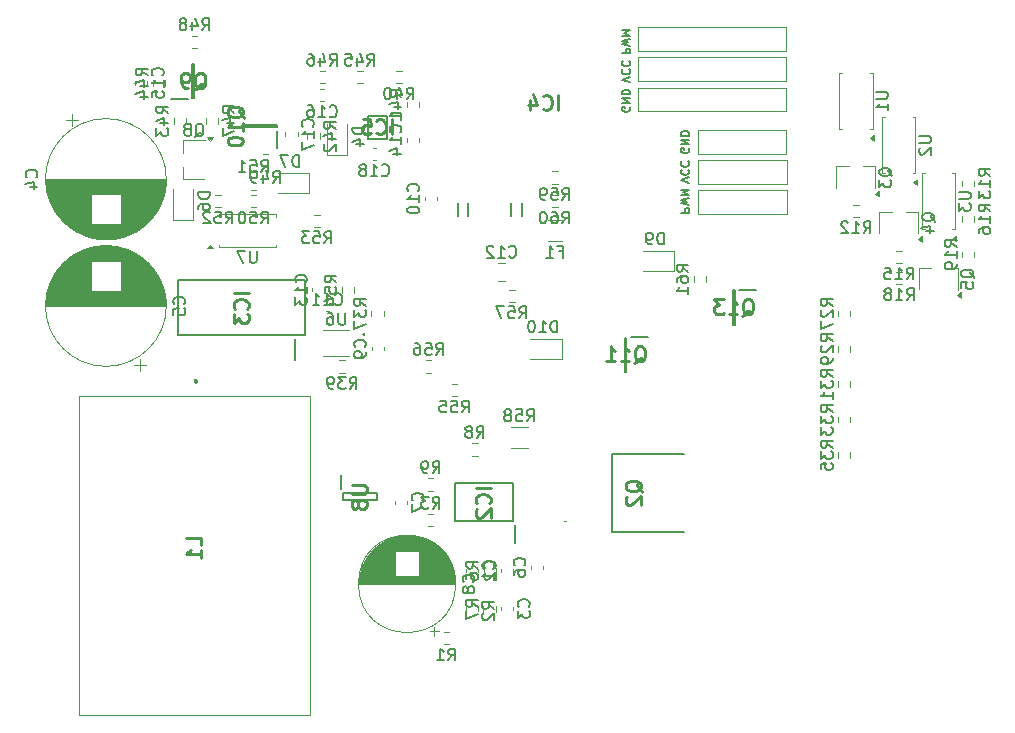
<source format=gbr>
%TF.GenerationSoftware,KiCad,Pcbnew,8.0.4*%
%TF.CreationDate,2024-08-16T06:12:58+09:00*%
%TF.ProjectId,chibarobo_board_2024,63686962-6172-46f6-926f-5f626f617264,rev?*%
%TF.SameCoordinates,Original*%
%TF.FileFunction,Legend,Bot*%
%TF.FilePolarity,Positive*%
%FSLAX46Y46*%
G04 Gerber Fmt 4.6, Leading zero omitted, Abs format (unit mm)*
G04 Created by KiCad (PCBNEW 8.0.4) date 2024-08-16 06:12:58*
%MOMM*%
%LPD*%
G01*
G04 APERTURE LIST*
%ADD10C,0.100000*%
%ADD11C,0.150000*%
%ADD12C,0.254000*%
%ADD13C,0.120000*%
%ADD14C,0.200000*%
%ADD15C,0.152400*%
%ADD16C,0.300000*%
G04 APERTURE END LIST*
D10*
X150586911Y-51280750D02*
X163086911Y-51280750D01*
X163086911Y-53280750D01*
X150586911Y-53280750D01*
X150586911Y-51280750D01*
X150580194Y-53807501D02*
X163080194Y-53807501D01*
X163080194Y-55807501D01*
X150580194Y-55807501D01*
X150580194Y-53807501D01*
X155621002Y-60012586D02*
X163121002Y-60012586D01*
X163121002Y-62012586D01*
X155621002Y-62012586D01*
X155621002Y-60012586D01*
X150560141Y-56377527D02*
X163060141Y-56377527D01*
X163060141Y-58377527D01*
X150560141Y-58377527D01*
X150560141Y-56377527D01*
X155667807Y-65072605D02*
X163167807Y-65072605D01*
X163167807Y-67072605D01*
X155667807Y-67072605D01*
X155667807Y-65072605D01*
X155647753Y-62525801D02*
X163147753Y-62525801D01*
X163147753Y-64525801D01*
X155647753Y-64525801D01*
X155647753Y-62525801D01*
D11*
X149850633Y-58033332D02*
X149883966Y-58099999D01*
X149883966Y-58099999D02*
X149883966Y-58199999D01*
X149883966Y-58199999D02*
X149850633Y-58299999D01*
X149850633Y-58299999D02*
X149783966Y-58366666D01*
X149783966Y-58366666D02*
X149717300Y-58399999D01*
X149717300Y-58399999D02*
X149583966Y-58433332D01*
X149583966Y-58433332D02*
X149483966Y-58433332D01*
X149483966Y-58433332D02*
X149350633Y-58399999D01*
X149350633Y-58399999D02*
X149283966Y-58366666D01*
X149283966Y-58366666D02*
X149217300Y-58299999D01*
X149217300Y-58299999D02*
X149183966Y-58199999D01*
X149183966Y-58199999D02*
X149183966Y-58133332D01*
X149183966Y-58133332D02*
X149217300Y-58033332D01*
X149217300Y-58033332D02*
X149250633Y-57999999D01*
X149250633Y-57999999D02*
X149483966Y-57999999D01*
X149483966Y-57999999D02*
X149483966Y-58133332D01*
X149183966Y-57699999D02*
X149883966Y-57699999D01*
X149883966Y-57699999D02*
X149183966Y-57299999D01*
X149183966Y-57299999D02*
X149883966Y-57299999D01*
X149183966Y-56966666D02*
X149883966Y-56966666D01*
X149883966Y-56966666D02*
X149883966Y-56799999D01*
X149883966Y-56799999D02*
X149850633Y-56699999D01*
X149850633Y-56699999D02*
X149783966Y-56633333D01*
X149783966Y-56633333D02*
X149717300Y-56599999D01*
X149717300Y-56599999D02*
X149583966Y-56566666D01*
X149583966Y-56566666D02*
X149483966Y-56566666D01*
X149483966Y-56566666D02*
X149350633Y-56599999D01*
X149350633Y-56599999D02*
X149283966Y-56633333D01*
X149283966Y-56633333D02*
X149217300Y-56699999D01*
X149217300Y-56699999D02*
X149183966Y-56799999D01*
X149183966Y-56799999D02*
X149183966Y-56966666D01*
X154850633Y-61533332D02*
X154883966Y-61599999D01*
X154883966Y-61599999D02*
X154883966Y-61699999D01*
X154883966Y-61699999D02*
X154850633Y-61799999D01*
X154850633Y-61799999D02*
X154783966Y-61866666D01*
X154783966Y-61866666D02*
X154717300Y-61899999D01*
X154717300Y-61899999D02*
X154583966Y-61933332D01*
X154583966Y-61933332D02*
X154483966Y-61933332D01*
X154483966Y-61933332D02*
X154350633Y-61899999D01*
X154350633Y-61899999D02*
X154283966Y-61866666D01*
X154283966Y-61866666D02*
X154217300Y-61799999D01*
X154217300Y-61799999D02*
X154183966Y-61699999D01*
X154183966Y-61699999D02*
X154183966Y-61633332D01*
X154183966Y-61633332D02*
X154217300Y-61533332D01*
X154217300Y-61533332D02*
X154250633Y-61499999D01*
X154250633Y-61499999D02*
X154483966Y-61499999D01*
X154483966Y-61499999D02*
X154483966Y-61633332D01*
X154183966Y-61199999D02*
X154883966Y-61199999D01*
X154883966Y-61199999D02*
X154183966Y-60799999D01*
X154183966Y-60799999D02*
X154883966Y-60799999D01*
X154183966Y-60466666D02*
X154883966Y-60466666D01*
X154883966Y-60466666D02*
X154883966Y-60299999D01*
X154883966Y-60299999D02*
X154850633Y-60199999D01*
X154850633Y-60199999D02*
X154783966Y-60133333D01*
X154783966Y-60133333D02*
X154717300Y-60099999D01*
X154717300Y-60099999D02*
X154583966Y-60066666D01*
X154583966Y-60066666D02*
X154483966Y-60066666D01*
X154483966Y-60066666D02*
X154350633Y-60099999D01*
X154350633Y-60099999D02*
X154283966Y-60133333D01*
X154283966Y-60133333D02*
X154217300Y-60199999D01*
X154217300Y-60199999D02*
X154183966Y-60299999D01*
X154183966Y-60299999D02*
X154183966Y-60466666D01*
X154883966Y-64433333D02*
X154183966Y-64200000D01*
X154183966Y-64200000D02*
X154883966Y-63966666D01*
X154250633Y-63333333D02*
X154217300Y-63366666D01*
X154217300Y-63366666D02*
X154183966Y-63466666D01*
X154183966Y-63466666D02*
X154183966Y-63533333D01*
X154183966Y-63533333D02*
X154217300Y-63633333D01*
X154217300Y-63633333D02*
X154283966Y-63700000D01*
X154283966Y-63700000D02*
X154350633Y-63733333D01*
X154350633Y-63733333D02*
X154483966Y-63766666D01*
X154483966Y-63766666D02*
X154583966Y-63766666D01*
X154583966Y-63766666D02*
X154717300Y-63733333D01*
X154717300Y-63733333D02*
X154783966Y-63700000D01*
X154783966Y-63700000D02*
X154850633Y-63633333D01*
X154850633Y-63633333D02*
X154883966Y-63533333D01*
X154883966Y-63533333D02*
X154883966Y-63466666D01*
X154883966Y-63466666D02*
X154850633Y-63366666D01*
X154850633Y-63366666D02*
X154817300Y-63333333D01*
X154250633Y-62633333D02*
X154217300Y-62666666D01*
X154217300Y-62666666D02*
X154183966Y-62766666D01*
X154183966Y-62766666D02*
X154183966Y-62833333D01*
X154183966Y-62833333D02*
X154217300Y-62933333D01*
X154217300Y-62933333D02*
X154283966Y-63000000D01*
X154283966Y-63000000D02*
X154350633Y-63033333D01*
X154350633Y-63033333D02*
X154483966Y-63066666D01*
X154483966Y-63066666D02*
X154583966Y-63066666D01*
X154583966Y-63066666D02*
X154717300Y-63033333D01*
X154717300Y-63033333D02*
X154783966Y-63000000D01*
X154783966Y-63000000D02*
X154850633Y-62933333D01*
X154850633Y-62933333D02*
X154883966Y-62833333D01*
X154883966Y-62833333D02*
X154883966Y-62766666D01*
X154883966Y-62766666D02*
X154850633Y-62666666D01*
X154850633Y-62666666D02*
X154817300Y-62633333D01*
X149883966Y-55933333D02*
X149183966Y-55700000D01*
X149183966Y-55700000D02*
X149883966Y-55466666D01*
X149250633Y-54833333D02*
X149217300Y-54866666D01*
X149217300Y-54866666D02*
X149183966Y-54966666D01*
X149183966Y-54966666D02*
X149183966Y-55033333D01*
X149183966Y-55033333D02*
X149217300Y-55133333D01*
X149217300Y-55133333D02*
X149283966Y-55200000D01*
X149283966Y-55200000D02*
X149350633Y-55233333D01*
X149350633Y-55233333D02*
X149483966Y-55266666D01*
X149483966Y-55266666D02*
X149583966Y-55266666D01*
X149583966Y-55266666D02*
X149717300Y-55233333D01*
X149717300Y-55233333D02*
X149783966Y-55200000D01*
X149783966Y-55200000D02*
X149850633Y-55133333D01*
X149850633Y-55133333D02*
X149883966Y-55033333D01*
X149883966Y-55033333D02*
X149883966Y-54966666D01*
X149883966Y-54966666D02*
X149850633Y-54866666D01*
X149850633Y-54866666D02*
X149817300Y-54833333D01*
X149250633Y-54133333D02*
X149217300Y-54166666D01*
X149217300Y-54166666D02*
X149183966Y-54266666D01*
X149183966Y-54266666D02*
X149183966Y-54333333D01*
X149183966Y-54333333D02*
X149217300Y-54433333D01*
X149217300Y-54433333D02*
X149283966Y-54500000D01*
X149283966Y-54500000D02*
X149350633Y-54533333D01*
X149350633Y-54533333D02*
X149483966Y-54566666D01*
X149483966Y-54566666D02*
X149583966Y-54566666D01*
X149583966Y-54566666D02*
X149717300Y-54533333D01*
X149717300Y-54533333D02*
X149783966Y-54500000D01*
X149783966Y-54500000D02*
X149850633Y-54433333D01*
X149850633Y-54433333D02*
X149883966Y-54333333D01*
X149883966Y-54333333D02*
X149883966Y-54266666D01*
X149883966Y-54266666D02*
X149850633Y-54166666D01*
X149850633Y-54166666D02*
X149817300Y-54133333D01*
X149183966Y-53483333D02*
X149883966Y-53483333D01*
X149883966Y-53483333D02*
X149883966Y-53216666D01*
X149883966Y-53216666D02*
X149850633Y-53150000D01*
X149850633Y-53150000D02*
X149817300Y-53116666D01*
X149817300Y-53116666D02*
X149750633Y-53083333D01*
X149750633Y-53083333D02*
X149650633Y-53083333D01*
X149650633Y-53083333D02*
X149583966Y-53116666D01*
X149583966Y-53116666D02*
X149550633Y-53150000D01*
X149550633Y-53150000D02*
X149517300Y-53216666D01*
X149517300Y-53216666D02*
X149517300Y-53483333D01*
X149883966Y-52850000D02*
X149183966Y-52683333D01*
X149183966Y-52683333D02*
X149683966Y-52550000D01*
X149683966Y-52550000D02*
X149183966Y-52416666D01*
X149183966Y-52416666D02*
X149883966Y-52250000D01*
X149183966Y-51983333D02*
X149883966Y-51983333D01*
X149883966Y-51983333D02*
X149383966Y-51750000D01*
X149383966Y-51750000D02*
X149883966Y-51516666D01*
X149883966Y-51516666D02*
X149183966Y-51516666D01*
X154183966Y-66983333D02*
X154883966Y-66983333D01*
X154883966Y-66983333D02*
X154883966Y-66716666D01*
X154883966Y-66716666D02*
X154850633Y-66650000D01*
X154850633Y-66650000D02*
X154817300Y-66616666D01*
X154817300Y-66616666D02*
X154750633Y-66583333D01*
X154750633Y-66583333D02*
X154650633Y-66583333D01*
X154650633Y-66583333D02*
X154583966Y-66616666D01*
X154583966Y-66616666D02*
X154550633Y-66650000D01*
X154550633Y-66650000D02*
X154517300Y-66716666D01*
X154517300Y-66716666D02*
X154517300Y-66983333D01*
X154883966Y-66350000D02*
X154183966Y-66183333D01*
X154183966Y-66183333D02*
X154683966Y-66050000D01*
X154683966Y-66050000D02*
X154183966Y-65916666D01*
X154183966Y-65916666D02*
X154883966Y-65750000D01*
X154183966Y-65483333D02*
X154883966Y-65483333D01*
X154883966Y-65483333D02*
X154383966Y-65250000D01*
X154383966Y-65250000D02*
X154883966Y-65016666D01*
X154883966Y-65016666D02*
X154183966Y-65016666D01*
X113045238Y-60550057D02*
X113140476Y-60502438D01*
X113140476Y-60502438D02*
X113235714Y-60407200D01*
X113235714Y-60407200D02*
X113378571Y-60264342D01*
X113378571Y-60264342D02*
X113473809Y-60216723D01*
X113473809Y-60216723D02*
X113569047Y-60216723D01*
X113521428Y-60454819D02*
X113616666Y-60407200D01*
X113616666Y-60407200D02*
X113711904Y-60311961D01*
X113711904Y-60311961D02*
X113759523Y-60121485D01*
X113759523Y-60121485D02*
X113759523Y-59788152D01*
X113759523Y-59788152D02*
X113711904Y-59597676D01*
X113711904Y-59597676D02*
X113616666Y-59502438D01*
X113616666Y-59502438D02*
X113521428Y-59454819D01*
X113521428Y-59454819D02*
X113330952Y-59454819D01*
X113330952Y-59454819D02*
X113235714Y-59502438D01*
X113235714Y-59502438D02*
X113140476Y-59597676D01*
X113140476Y-59597676D02*
X113092857Y-59788152D01*
X113092857Y-59788152D02*
X113092857Y-60121485D01*
X113092857Y-60121485D02*
X113140476Y-60311961D01*
X113140476Y-60311961D02*
X113235714Y-60407200D01*
X113235714Y-60407200D02*
X113330952Y-60454819D01*
X113330952Y-60454819D02*
X113521428Y-60454819D01*
X112521428Y-59883390D02*
X112616666Y-59835771D01*
X112616666Y-59835771D02*
X112664285Y-59788152D01*
X112664285Y-59788152D02*
X112711904Y-59692914D01*
X112711904Y-59692914D02*
X112711904Y-59645295D01*
X112711904Y-59645295D02*
X112664285Y-59550057D01*
X112664285Y-59550057D02*
X112616666Y-59502438D01*
X112616666Y-59502438D02*
X112521428Y-59454819D01*
X112521428Y-59454819D02*
X112330952Y-59454819D01*
X112330952Y-59454819D02*
X112235714Y-59502438D01*
X112235714Y-59502438D02*
X112188095Y-59550057D01*
X112188095Y-59550057D02*
X112140476Y-59645295D01*
X112140476Y-59645295D02*
X112140476Y-59692914D01*
X112140476Y-59692914D02*
X112188095Y-59788152D01*
X112188095Y-59788152D02*
X112235714Y-59835771D01*
X112235714Y-59835771D02*
X112330952Y-59883390D01*
X112330952Y-59883390D02*
X112521428Y-59883390D01*
X112521428Y-59883390D02*
X112616666Y-59931009D01*
X112616666Y-59931009D02*
X112664285Y-59978628D01*
X112664285Y-59978628D02*
X112711904Y-60073866D01*
X112711904Y-60073866D02*
X112711904Y-60264342D01*
X112711904Y-60264342D02*
X112664285Y-60359580D01*
X112664285Y-60359580D02*
X112616666Y-60407200D01*
X112616666Y-60407200D02*
X112521428Y-60454819D01*
X112521428Y-60454819D02*
X112330952Y-60454819D01*
X112330952Y-60454819D02*
X112235714Y-60407200D01*
X112235714Y-60407200D02*
X112188095Y-60359580D01*
X112188095Y-60359580D02*
X112140476Y-60264342D01*
X112140476Y-60264342D02*
X112140476Y-60073866D01*
X112140476Y-60073866D02*
X112188095Y-59978628D01*
X112188095Y-59978628D02*
X112235714Y-59931009D01*
X112235714Y-59931009D02*
X112330952Y-59883390D01*
X179018253Y-72503637D02*
X178970634Y-72408399D01*
X178970634Y-72408399D02*
X178875396Y-72313161D01*
X178875396Y-72313161D02*
X178732538Y-72170304D01*
X178732538Y-72170304D02*
X178684919Y-72075066D01*
X178684919Y-72075066D02*
X178684919Y-71979828D01*
X178923015Y-72027447D02*
X178875396Y-71932209D01*
X178875396Y-71932209D02*
X178780157Y-71836971D01*
X178780157Y-71836971D02*
X178589681Y-71789352D01*
X178589681Y-71789352D02*
X178256348Y-71789352D01*
X178256348Y-71789352D02*
X178065872Y-71836971D01*
X178065872Y-71836971D02*
X177970634Y-71932209D01*
X177970634Y-71932209D02*
X177923015Y-72027447D01*
X177923015Y-72027447D02*
X177923015Y-72217923D01*
X177923015Y-72217923D02*
X177970634Y-72313161D01*
X177970634Y-72313161D02*
X178065872Y-72408399D01*
X178065872Y-72408399D02*
X178256348Y-72456018D01*
X178256348Y-72456018D02*
X178589681Y-72456018D01*
X178589681Y-72456018D02*
X178780157Y-72408399D01*
X178780157Y-72408399D02*
X178875396Y-72313161D01*
X178875396Y-72313161D02*
X178923015Y-72217923D01*
X178923015Y-72217923D02*
X178923015Y-72027447D01*
X177923015Y-73360780D02*
X177923015Y-72884590D01*
X177923015Y-72884590D02*
X178399205Y-72836971D01*
X178399205Y-72836971D02*
X178351586Y-72884590D01*
X178351586Y-72884590D02*
X178303967Y-72979828D01*
X178303967Y-72979828D02*
X178303967Y-73217923D01*
X178303967Y-73217923D02*
X178351586Y-73313161D01*
X178351586Y-73313161D02*
X178399205Y-73360780D01*
X178399205Y-73360780D02*
X178494443Y-73408399D01*
X178494443Y-73408399D02*
X178732538Y-73408399D01*
X178732538Y-73408399D02*
X178827776Y-73360780D01*
X178827776Y-73360780D02*
X178875396Y-73313161D01*
X178875396Y-73313161D02*
X178923015Y-73217923D01*
X178923015Y-73217923D02*
X178923015Y-72979828D01*
X178923015Y-72979828D02*
X178875396Y-72884590D01*
X178875396Y-72884590D02*
X178827776Y-72836971D01*
X175696085Y-67730427D02*
X175648466Y-67635189D01*
X175648466Y-67635189D02*
X175553228Y-67539951D01*
X175553228Y-67539951D02*
X175410370Y-67397094D01*
X175410370Y-67397094D02*
X175362751Y-67301856D01*
X175362751Y-67301856D02*
X175362751Y-67206618D01*
X175600847Y-67254237D02*
X175553228Y-67158999D01*
X175553228Y-67158999D02*
X175457989Y-67063761D01*
X175457989Y-67063761D02*
X175267513Y-67016142D01*
X175267513Y-67016142D02*
X174934180Y-67016142D01*
X174934180Y-67016142D02*
X174743704Y-67063761D01*
X174743704Y-67063761D02*
X174648466Y-67158999D01*
X174648466Y-67158999D02*
X174600847Y-67254237D01*
X174600847Y-67254237D02*
X174600847Y-67444713D01*
X174600847Y-67444713D02*
X174648466Y-67539951D01*
X174648466Y-67539951D02*
X174743704Y-67635189D01*
X174743704Y-67635189D02*
X174934180Y-67682808D01*
X174934180Y-67682808D02*
X175267513Y-67682808D01*
X175267513Y-67682808D02*
X175457989Y-67635189D01*
X175457989Y-67635189D02*
X175553228Y-67539951D01*
X175553228Y-67539951D02*
X175600847Y-67444713D01*
X175600847Y-67444713D02*
X175600847Y-67254237D01*
X174934180Y-68539951D02*
X175600847Y-68539951D01*
X174553228Y-68301856D02*
X175267513Y-68063761D01*
X175267513Y-68063761D02*
X175267513Y-68682808D01*
X172050057Y-63904761D02*
X172002438Y-63809523D01*
X172002438Y-63809523D02*
X171907200Y-63714285D01*
X171907200Y-63714285D02*
X171764342Y-63571428D01*
X171764342Y-63571428D02*
X171716723Y-63476190D01*
X171716723Y-63476190D02*
X171716723Y-63380952D01*
X171954819Y-63428571D02*
X171907200Y-63333333D01*
X171907200Y-63333333D02*
X171811961Y-63238095D01*
X171811961Y-63238095D02*
X171621485Y-63190476D01*
X171621485Y-63190476D02*
X171288152Y-63190476D01*
X171288152Y-63190476D02*
X171097676Y-63238095D01*
X171097676Y-63238095D02*
X171002438Y-63333333D01*
X171002438Y-63333333D02*
X170954819Y-63428571D01*
X170954819Y-63428571D02*
X170954819Y-63619047D01*
X170954819Y-63619047D02*
X171002438Y-63714285D01*
X171002438Y-63714285D02*
X171097676Y-63809523D01*
X171097676Y-63809523D02*
X171288152Y-63857142D01*
X171288152Y-63857142D02*
X171621485Y-63857142D01*
X171621485Y-63857142D02*
X171811961Y-63809523D01*
X171811961Y-63809523D02*
X171907200Y-63714285D01*
X171907200Y-63714285D02*
X171954819Y-63619047D01*
X171954819Y-63619047D02*
X171954819Y-63428571D01*
X170954819Y-64190476D02*
X170954819Y-64809523D01*
X170954819Y-64809523D02*
X171335771Y-64476190D01*
X171335771Y-64476190D02*
X171335771Y-64619047D01*
X171335771Y-64619047D02*
X171383390Y-64714285D01*
X171383390Y-64714285D02*
X171431009Y-64761904D01*
X171431009Y-64761904D02*
X171526247Y-64809523D01*
X171526247Y-64809523D02*
X171764342Y-64809523D01*
X171764342Y-64809523D02*
X171859580Y-64761904D01*
X171859580Y-64761904D02*
X171907200Y-64714285D01*
X171907200Y-64714285D02*
X171954819Y-64619047D01*
X171954819Y-64619047D02*
X171954819Y-64333333D01*
X171954819Y-64333333D02*
X171907200Y-64238095D01*
X171907200Y-64238095D02*
X171859580Y-64190476D01*
X137013943Y-100340314D02*
X136537752Y-100006981D01*
X137013943Y-99768886D02*
X136013943Y-99768886D01*
X136013943Y-99768886D02*
X136013943Y-100149838D01*
X136013943Y-100149838D02*
X136061562Y-100245076D01*
X136061562Y-100245076D02*
X136109181Y-100292695D01*
X136109181Y-100292695D02*
X136204419Y-100340314D01*
X136204419Y-100340314D02*
X136347276Y-100340314D01*
X136347276Y-100340314D02*
X136442514Y-100292695D01*
X136442514Y-100292695D02*
X136490133Y-100245076D01*
X136490133Y-100245076D02*
X136537752Y-100149838D01*
X136537752Y-100149838D02*
X136537752Y-99768886D01*
X136013943Y-100673648D02*
X136013943Y-101340314D01*
X136013943Y-101340314D02*
X137013943Y-100911743D01*
X123003382Y-59679506D02*
X123051002Y-59631887D01*
X123051002Y-59631887D02*
X123098621Y-59489030D01*
X123098621Y-59489030D02*
X123098621Y-59393792D01*
X123098621Y-59393792D02*
X123051002Y-59250935D01*
X123051002Y-59250935D02*
X122955763Y-59155697D01*
X122955763Y-59155697D02*
X122860525Y-59108078D01*
X122860525Y-59108078D02*
X122670049Y-59060459D01*
X122670049Y-59060459D02*
X122527192Y-59060459D01*
X122527192Y-59060459D02*
X122336716Y-59108078D01*
X122336716Y-59108078D02*
X122241478Y-59155697D01*
X122241478Y-59155697D02*
X122146240Y-59250935D01*
X122146240Y-59250935D02*
X122098621Y-59393792D01*
X122098621Y-59393792D02*
X122098621Y-59489030D01*
X122098621Y-59489030D02*
X122146240Y-59631887D01*
X122146240Y-59631887D02*
X122193859Y-59679506D01*
X123098621Y-60631887D02*
X123098621Y-60060459D01*
X123098621Y-60346173D02*
X122098621Y-60346173D01*
X122098621Y-60346173D02*
X122241478Y-60250935D01*
X122241478Y-60250935D02*
X122336716Y-60155697D01*
X122336716Y-60155697D02*
X122384335Y-60060459D01*
X122098621Y-60965221D02*
X122098621Y-61631887D01*
X122098621Y-61631887D02*
X123098621Y-61203316D01*
X127429580Y-78333333D02*
X127477200Y-78285714D01*
X127477200Y-78285714D02*
X127524819Y-78142857D01*
X127524819Y-78142857D02*
X127524819Y-78047619D01*
X127524819Y-78047619D02*
X127477200Y-77904762D01*
X127477200Y-77904762D02*
X127381961Y-77809524D01*
X127381961Y-77809524D02*
X127286723Y-77761905D01*
X127286723Y-77761905D02*
X127096247Y-77714286D01*
X127096247Y-77714286D02*
X126953390Y-77714286D01*
X126953390Y-77714286D02*
X126762914Y-77761905D01*
X126762914Y-77761905D02*
X126667676Y-77809524D01*
X126667676Y-77809524D02*
X126572438Y-77904762D01*
X126572438Y-77904762D02*
X126524819Y-78047619D01*
X126524819Y-78047619D02*
X126524819Y-78142857D01*
X126524819Y-78142857D02*
X126572438Y-78285714D01*
X126572438Y-78285714D02*
X126620057Y-78333333D01*
X127524819Y-78809524D02*
X127524819Y-79000000D01*
X127524819Y-79000000D02*
X127477200Y-79095238D01*
X127477200Y-79095238D02*
X127429580Y-79142857D01*
X127429580Y-79142857D02*
X127286723Y-79238095D01*
X127286723Y-79238095D02*
X127096247Y-79285714D01*
X127096247Y-79285714D02*
X126715295Y-79285714D01*
X126715295Y-79285714D02*
X126620057Y-79238095D01*
X126620057Y-79238095D02*
X126572438Y-79190476D01*
X126572438Y-79190476D02*
X126524819Y-79095238D01*
X126524819Y-79095238D02*
X126524819Y-78904762D01*
X126524819Y-78904762D02*
X126572438Y-78809524D01*
X126572438Y-78809524D02*
X126620057Y-78761905D01*
X126620057Y-78761905D02*
X126715295Y-78714286D01*
X126715295Y-78714286D02*
X126953390Y-78714286D01*
X126953390Y-78714286D02*
X127048628Y-78761905D01*
X127048628Y-78761905D02*
X127096247Y-78809524D01*
X127096247Y-78809524D02*
X127143866Y-78904762D01*
X127143866Y-78904762D02*
X127143866Y-79095238D01*
X127143866Y-79095238D02*
X127096247Y-79190476D01*
X127096247Y-79190476D02*
X127048628Y-79238095D01*
X127048628Y-79238095D02*
X126953390Y-79285714D01*
X130421382Y-60167684D02*
X130469002Y-60120065D01*
X130469002Y-60120065D02*
X130516621Y-59977208D01*
X130516621Y-59977208D02*
X130516621Y-59881970D01*
X130516621Y-59881970D02*
X130469002Y-59739113D01*
X130469002Y-59739113D02*
X130373763Y-59643875D01*
X130373763Y-59643875D02*
X130278525Y-59596256D01*
X130278525Y-59596256D02*
X130088049Y-59548637D01*
X130088049Y-59548637D02*
X129945192Y-59548637D01*
X129945192Y-59548637D02*
X129754716Y-59596256D01*
X129754716Y-59596256D02*
X129659478Y-59643875D01*
X129659478Y-59643875D02*
X129564240Y-59739113D01*
X129564240Y-59739113D02*
X129516621Y-59881970D01*
X129516621Y-59881970D02*
X129516621Y-59977208D01*
X129516621Y-59977208D02*
X129564240Y-60120065D01*
X129564240Y-60120065D02*
X129611859Y-60167684D01*
X130516621Y-61120065D02*
X130516621Y-60548637D01*
X130516621Y-60834351D02*
X129516621Y-60834351D01*
X129516621Y-60834351D02*
X129659478Y-60739113D01*
X129659478Y-60739113D02*
X129754716Y-60643875D01*
X129754716Y-60643875D02*
X129802335Y-60548637D01*
X129849954Y-61977208D02*
X130516621Y-61977208D01*
X129469002Y-61739113D02*
X130183287Y-61501018D01*
X130183287Y-61501018D02*
X130183287Y-62120065D01*
X115642857Y-67884819D02*
X115976190Y-67408628D01*
X116214285Y-67884819D02*
X116214285Y-66884819D01*
X116214285Y-66884819D02*
X115833333Y-66884819D01*
X115833333Y-66884819D02*
X115738095Y-66932438D01*
X115738095Y-66932438D02*
X115690476Y-66980057D01*
X115690476Y-66980057D02*
X115642857Y-67075295D01*
X115642857Y-67075295D02*
X115642857Y-67218152D01*
X115642857Y-67218152D02*
X115690476Y-67313390D01*
X115690476Y-67313390D02*
X115738095Y-67361009D01*
X115738095Y-67361009D02*
X115833333Y-67408628D01*
X115833333Y-67408628D02*
X116214285Y-67408628D01*
X114738095Y-66884819D02*
X115214285Y-66884819D01*
X115214285Y-66884819D02*
X115261904Y-67361009D01*
X115261904Y-67361009D02*
X115214285Y-67313390D01*
X115214285Y-67313390D02*
X115119047Y-67265771D01*
X115119047Y-67265771D02*
X114880952Y-67265771D01*
X114880952Y-67265771D02*
X114785714Y-67313390D01*
X114785714Y-67313390D02*
X114738095Y-67361009D01*
X114738095Y-67361009D02*
X114690476Y-67456247D01*
X114690476Y-67456247D02*
X114690476Y-67694342D01*
X114690476Y-67694342D02*
X114738095Y-67789580D01*
X114738095Y-67789580D02*
X114785714Y-67837200D01*
X114785714Y-67837200D02*
X114880952Y-67884819D01*
X114880952Y-67884819D02*
X115119047Y-67884819D01*
X115119047Y-67884819D02*
X115214285Y-67837200D01*
X115214285Y-67837200D02*
X115261904Y-67789580D01*
X114309523Y-66980057D02*
X114261904Y-66932438D01*
X114261904Y-66932438D02*
X114166666Y-66884819D01*
X114166666Y-66884819D02*
X113928571Y-66884819D01*
X113928571Y-66884819D02*
X113833333Y-66932438D01*
X113833333Y-66932438D02*
X113785714Y-66980057D01*
X113785714Y-66980057D02*
X113738095Y-67075295D01*
X113738095Y-67075295D02*
X113738095Y-67170533D01*
X113738095Y-67170533D02*
X113785714Y-67313390D01*
X113785714Y-67313390D02*
X114357142Y-67884819D01*
X114357142Y-67884819D02*
X113738095Y-67884819D01*
D12*
X129739762Y-60324318D02*
X129739762Y-59054318D01*
X128409285Y-60203365D02*
X128469761Y-60263842D01*
X128469761Y-60263842D02*
X128651190Y-60324318D01*
X128651190Y-60324318D02*
X128772142Y-60324318D01*
X128772142Y-60324318D02*
X128953571Y-60263842D01*
X128953571Y-60263842D02*
X129074523Y-60142889D01*
X129074523Y-60142889D02*
X129135000Y-60021937D01*
X129135000Y-60021937D02*
X129195476Y-59780032D01*
X129195476Y-59780032D02*
X129195476Y-59598603D01*
X129195476Y-59598603D02*
X129135000Y-59356699D01*
X129135000Y-59356699D02*
X129074523Y-59235746D01*
X129074523Y-59235746D02*
X128953571Y-59114794D01*
X128953571Y-59114794D02*
X128772142Y-59054318D01*
X128772142Y-59054318D02*
X128651190Y-59054318D01*
X128651190Y-59054318D02*
X128469761Y-59114794D01*
X128469761Y-59114794D02*
X128409285Y-59175270D01*
X127260238Y-59054318D02*
X127865000Y-59054318D01*
X127865000Y-59054318D02*
X127925476Y-59659080D01*
X127925476Y-59659080D02*
X127865000Y-59598603D01*
X127865000Y-59598603D02*
X127744047Y-59538127D01*
X127744047Y-59538127D02*
X127441666Y-59538127D01*
X127441666Y-59538127D02*
X127320714Y-59598603D01*
X127320714Y-59598603D02*
X127260238Y-59659080D01*
X127260238Y-59659080D02*
X127199761Y-59780032D01*
X127199761Y-59780032D02*
X127199761Y-60082413D01*
X127199761Y-60082413D02*
X127260238Y-60203365D01*
X127260238Y-60203365D02*
X127320714Y-60263842D01*
X127320714Y-60263842D02*
X127441666Y-60324318D01*
X127441666Y-60324318D02*
X127744047Y-60324318D01*
X127744047Y-60324318D02*
X127865000Y-60263842D01*
X127865000Y-60263842D02*
X127925476Y-60203365D01*
D11*
X136609580Y-98235984D02*
X136657200Y-98188365D01*
X136657200Y-98188365D02*
X136704819Y-98045508D01*
X136704819Y-98045508D02*
X136704819Y-97950270D01*
X136704819Y-97950270D02*
X136657200Y-97807413D01*
X136657200Y-97807413D02*
X136561961Y-97712175D01*
X136561961Y-97712175D02*
X136466723Y-97664556D01*
X136466723Y-97664556D02*
X136276247Y-97616937D01*
X136276247Y-97616937D02*
X136133390Y-97616937D01*
X136133390Y-97616937D02*
X135942914Y-97664556D01*
X135942914Y-97664556D02*
X135847676Y-97712175D01*
X135847676Y-97712175D02*
X135752438Y-97807413D01*
X135752438Y-97807413D02*
X135704819Y-97950270D01*
X135704819Y-97950270D02*
X135704819Y-98045508D01*
X135704819Y-98045508D02*
X135752438Y-98188365D01*
X135752438Y-98188365D02*
X135800057Y-98235984D01*
X136133390Y-98807413D02*
X136085771Y-98712175D01*
X136085771Y-98712175D02*
X136038152Y-98664556D01*
X136038152Y-98664556D02*
X135942914Y-98616937D01*
X135942914Y-98616937D02*
X135895295Y-98616937D01*
X135895295Y-98616937D02*
X135800057Y-98664556D01*
X135800057Y-98664556D02*
X135752438Y-98712175D01*
X135752438Y-98712175D02*
X135704819Y-98807413D01*
X135704819Y-98807413D02*
X135704819Y-98997889D01*
X135704819Y-98997889D02*
X135752438Y-99093127D01*
X135752438Y-99093127D02*
X135800057Y-99140746D01*
X135800057Y-99140746D02*
X135895295Y-99188365D01*
X135895295Y-99188365D02*
X135942914Y-99188365D01*
X135942914Y-99188365D02*
X136038152Y-99140746D01*
X136038152Y-99140746D02*
X136085771Y-99093127D01*
X136085771Y-99093127D02*
X136133390Y-98997889D01*
X136133390Y-98997889D02*
X136133390Y-98807413D01*
X136133390Y-98807413D02*
X136181009Y-98712175D01*
X136181009Y-98712175D02*
X136228628Y-98664556D01*
X136228628Y-98664556D02*
X136323866Y-98616937D01*
X136323866Y-98616937D02*
X136514342Y-98616937D01*
X136514342Y-98616937D02*
X136609580Y-98664556D01*
X136609580Y-98664556D02*
X136657200Y-98712175D01*
X136657200Y-98712175D02*
X136704819Y-98807413D01*
X136704819Y-98807413D02*
X136704819Y-98997889D01*
X136704819Y-98997889D02*
X136657200Y-99093127D01*
X136657200Y-99093127D02*
X136609580Y-99140746D01*
X136609580Y-99140746D02*
X136514342Y-99188365D01*
X136514342Y-99188365D02*
X136323866Y-99188365D01*
X136323866Y-99188365D02*
X136228628Y-99140746D01*
X136228628Y-99140746D02*
X136181009Y-99093127D01*
X136181009Y-99093127D02*
X136133390Y-98997889D01*
D12*
X150887270Y-90593047D02*
X150826794Y-90472095D01*
X150826794Y-90472095D02*
X150705842Y-90351142D01*
X150705842Y-90351142D02*
X150524413Y-90169714D01*
X150524413Y-90169714D02*
X150463937Y-90048761D01*
X150463937Y-90048761D02*
X150463937Y-89927809D01*
X150766318Y-89988285D02*
X150705842Y-89867333D01*
X150705842Y-89867333D02*
X150584889Y-89746380D01*
X150584889Y-89746380D02*
X150342984Y-89685904D01*
X150342984Y-89685904D02*
X149919651Y-89685904D01*
X149919651Y-89685904D02*
X149677746Y-89746380D01*
X149677746Y-89746380D02*
X149556794Y-89867333D01*
X149556794Y-89867333D02*
X149496318Y-89988285D01*
X149496318Y-89988285D02*
X149496318Y-90230190D01*
X149496318Y-90230190D02*
X149556794Y-90351142D01*
X149556794Y-90351142D02*
X149677746Y-90472095D01*
X149677746Y-90472095D02*
X149919651Y-90532571D01*
X149919651Y-90532571D02*
X150342984Y-90532571D01*
X150342984Y-90532571D02*
X150584889Y-90472095D01*
X150584889Y-90472095D02*
X150705842Y-90351142D01*
X150705842Y-90351142D02*
X150766318Y-90230190D01*
X150766318Y-90230190D02*
X150766318Y-89988285D01*
X149617270Y-91016380D02*
X149556794Y-91076856D01*
X149556794Y-91076856D02*
X149496318Y-91197809D01*
X149496318Y-91197809D02*
X149496318Y-91500190D01*
X149496318Y-91500190D02*
X149556794Y-91621142D01*
X149556794Y-91621142D02*
X149617270Y-91681618D01*
X149617270Y-91681618D02*
X149738222Y-91742095D01*
X149738222Y-91742095D02*
X149859175Y-91742095D01*
X149859175Y-91742095D02*
X150040603Y-91681618D01*
X150040603Y-91681618D02*
X150766318Y-90955904D01*
X150766318Y-90955904D02*
X150766318Y-91742095D01*
D11*
X112109580Y-74701010D02*
X112157200Y-74653391D01*
X112157200Y-74653391D02*
X112204819Y-74510534D01*
X112204819Y-74510534D02*
X112204819Y-74415296D01*
X112204819Y-74415296D02*
X112157200Y-74272439D01*
X112157200Y-74272439D02*
X112061961Y-74177201D01*
X112061961Y-74177201D02*
X111966723Y-74129582D01*
X111966723Y-74129582D02*
X111776247Y-74081963D01*
X111776247Y-74081963D02*
X111633390Y-74081963D01*
X111633390Y-74081963D02*
X111442914Y-74129582D01*
X111442914Y-74129582D02*
X111347676Y-74177201D01*
X111347676Y-74177201D02*
X111252438Y-74272439D01*
X111252438Y-74272439D02*
X111204819Y-74415296D01*
X111204819Y-74415296D02*
X111204819Y-74510534D01*
X111204819Y-74510534D02*
X111252438Y-74653391D01*
X111252438Y-74653391D02*
X111300057Y-74701010D01*
X111204819Y-75605772D02*
X111204819Y-75129582D01*
X111204819Y-75129582D02*
X111681009Y-75081963D01*
X111681009Y-75081963D02*
X111633390Y-75129582D01*
X111633390Y-75129582D02*
X111585771Y-75224820D01*
X111585771Y-75224820D02*
X111585771Y-75462915D01*
X111585771Y-75462915D02*
X111633390Y-75558153D01*
X111633390Y-75558153D02*
X111681009Y-75605772D01*
X111681009Y-75605772D02*
X111776247Y-75653391D01*
X111776247Y-75653391D02*
X112014342Y-75653391D01*
X112014342Y-75653391D02*
X112109580Y-75605772D01*
X112109580Y-75605772D02*
X112157200Y-75558153D01*
X112157200Y-75558153D02*
X112204819Y-75462915D01*
X112204819Y-75462915D02*
X112204819Y-75224820D01*
X112204819Y-75224820D02*
X112157200Y-75129582D01*
X112157200Y-75129582D02*
X112109580Y-75081963D01*
X154811914Y-71959015D02*
X154335723Y-71625682D01*
X154811914Y-71387587D02*
X153811914Y-71387587D01*
X153811914Y-71387587D02*
X153811914Y-71768539D01*
X153811914Y-71768539D02*
X153859533Y-71863777D01*
X153859533Y-71863777D02*
X153907152Y-71911396D01*
X153907152Y-71911396D02*
X154002390Y-71959015D01*
X154002390Y-71959015D02*
X154145247Y-71959015D01*
X154145247Y-71959015D02*
X154240485Y-71911396D01*
X154240485Y-71911396D02*
X154288104Y-71863777D01*
X154288104Y-71863777D02*
X154335723Y-71768539D01*
X154335723Y-71768539D02*
X154335723Y-71387587D01*
X153811914Y-72816158D02*
X153811914Y-72625682D01*
X153811914Y-72625682D02*
X153859533Y-72530444D01*
X153859533Y-72530444D02*
X153907152Y-72482825D01*
X153907152Y-72482825D02*
X154050009Y-72387587D01*
X154050009Y-72387587D02*
X154240485Y-72339968D01*
X154240485Y-72339968D02*
X154621437Y-72339968D01*
X154621437Y-72339968D02*
X154716675Y-72387587D01*
X154716675Y-72387587D02*
X154764295Y-72435206D01*
X154764295Y-72435206D02*
X154811914Y-72530444D01*
X154811914Y-72530444D02*
X154811914Y-72720920D01*
X154811914Y-72720920D02*
X154764295Y-72816158D01*
X154764295Y-72816158D02*
X154716675Y-72863777D01*
X154716675Y-72863777D02*
X154621437Y-72911396D01*
X154621437Y-72911396D02*
X154383342Y-72911396D01*
X154383342Y-72911396D02*
X154288104Y-72863777D01*
X154288104Y-72863777D02*
X154240485Y-72816158D01*
X154240485Y-72816158D02*
X154192866Y-72720920D01*
X154192866Y-72720920D02*
X154192866Y-72530444D01*
X154192866Y-72530444D02*
X154240485Y-72435206D01*
X154240485Y-72435206D02*
X154288104Y-72387587D01*
X154288104Y-72387587D02*
X154383342Y-72339968D01*
X154811914Y-73863777D02*
X154811914Y-73292349D01*
X154811914Y-73578063D02*
X153811914Y-73578063D01*
X153811914Y-73578063D02*
X153954771Y-73482825D01*
X153954771Y-73482825D02*
X154050009Y-73387587D01*
X154050009Y-73387587D02*
X154097628Y-73292349D01*
X138413684Y-97100228D02*
X138461304Y-97052609D01*
X138461304Y-97052609D02*
X138508923Y-96909752D01*
X138508923Y-96909752D02*
X138508923Y-96814514D01*
X138508923Y-96814514D02*
X138461304Y-96671657D01*
X138461304Y-96671657D02*
X138366065Y-96576419D01*
X138366065Y-96576419D02*
X138270827Y-96528800D01*
X138270827Y-96528800D02*
X138080351Y-96481181D01*
X138080351Y-96481181D02*
X137937494Y-96481181D01*
X137937494Y-96481181D02*
X137747018Y-96528800D01*
X137747018Y-96528800D02*
X137651780Y-96576419D01*
X137651780Y-96576419D02*
X137556542Y-96671657D01*
X137556542Y-96671657D02*
X137508923Y-96814514D01*
X137508923Y-96814514D02*
X137508923Y-96909752D01*
X137508923Y-96909752D02*
X137556542Y-97052609D01*
X137556542Y-97052609D02*
X137604161Y-97100228D01*
X137604161Y-97481181D02*
X137556542Y-97528800D01*
X137556542Y-97528800D02*
X137508923Y-97624038D01*
X137508923Y-97624038D02*
X137508923Y-97862133D01*
X137508923Y-97862133D02*
X137556542Y-97957371D01*
X137556542Y-97957371D02*
X137604161Y-98004990D01*
X137604161Y-98004990D02*
X137699399Y-98052609D01*
X137699399Y-98052609D02*
X137794637Y-98052609D01*
X137794637Y-98052609D02*
X137937494Y-98004990D01*
X137937494Y-98004990D02*
X138508923Y-97433562D01*
X138508923Y-97433562D02*
X138508923Y-98052609D01*
X177524819Y-69857142D02*
X177048628Y-69523809D01*
X177524819Y-69285714D02*
X176524819Y-69285714D01*
X176524819Y-69285714D02*
X176524819Y-69666666D01*
X176524819Y-69666666D02*
X176572438Y-69761904D01*
X176572438Y-69761904D02*
X176620057Y-69809523D01*
X176620057Y-69809523D02*
X176715295Y-69857142D01*
X176715295Y-69857142D02*
X176858152Y-69857142D01*
X176858152Y-69857142D02*
X176953390Y-69809523D01*
X176953390Y-69809523D02*
X177001009Y-69761904D01*
X177001009Y-69761904D02*
X177048628Y-69666666D01*
X177048628Y-69666666D02*
X177048628Y-69285714D01*
X177524819Y-70809523D02*
X177524819Y-70238095D01*
X177524819Y-70523809D02*
X176524819Y-70523809D01*
X176524819Y-70523809D02*
X176667676Y-70428571D01*
X176667676Y-70428571D02*
X176762914Y-70333333D01*
X176762914Y-70333333D02*
X176810533Y-70238095D01*
X177524819Y-71285714D02*
X177524819Y-71476190D01*
X177524819Y-71476190D02*
X177477200Y-71571428D01*
X177477200Y-71571428D02*
X177429580Y-71619047D01*
X177429580Y-71619047D02*
X177286723Y-71714285D01*
X177286723Y-71714285D02*
X177096247Y-71761904D01*
X177096247Y-71761904D02*
X176715295Y-71761904D01*
X176715295Y-71761904D02*
X176620057Y-71714285D01*
X176620057Y-71714285D02*
X176572438Y-71666666D01*
X176572438Y-71666666D02*
X176524819Y-71571428D01*
X176524819Y-71571428D02*
X176524819Y-71380952D01*
X176524819Y-71380952D02*
X176572438Y-71285714D01*
X176572438Y-71285714D02*
X176620057Y-71238095D01*
X176620057Y-71238095D02*
X176715295Y-71190476D01*
X176715295Y-71190476D02*
X176953390Y-71190476D01*
X176953390Y-71190476D02*
X177048628Y-71238095D01*
X177048628Y-71238095D02*
X177096247Y-71285714D01*
X177096247Y-71285714D02*
X177143866Y-71380952D01*
X177143866Y-71380952D02*
X177143866Y-71571428D01*
X177143866Y-71571428D02*
X177096247Y-71666666D01*
X177096247Y-71666666D02*
X177048628Y-71714285D01*
X177048628Y-71714285D02*
X176953390Y-71761904D01*
X170704819Y-56738095D02*
X171514342Y-56738095D01*
X171514342Y-56738095D02*
X171609580Y-56785714D01*
X171609580Y-56785714D02*
X171657200Y-56833333D01*
X171657200Y-56833333D02*
X171704819Y-56928571D01*
X171704819Y-56928571D02*
X171704819Y-57119047D01*
X171704819Y-57119047D02*
X171657200Y-57214285D01*
X171657200Y-57214285D02*
X171609580Y-57261904D01*
X171609580Y-57261904D02*
X171514342Y-57309523D01*
X171514342Y-57309523D02*
X170704819Y-57309523D01*
X171704819Y-58309523D02*
X171704819Y-57738095D01*
X171704819Y-58023809D02*
X170704819Y-58023809D01*
X170704819Y-58023809D02*
X170847676Y-57928571D01*
X170847676Y-57928571D02*
X170942914Y-57833333D01*
X170942914Y-57833333D02*
X170990533Y-57738095D01*
X133166666Y-92024819D02*
X133499999Y-91548628D01*
X133738094Y-92024819D02*
X133738094Y-91024819D01*
X133738094Y-91024819D02*
X133357142Y-91024819D01*
X133357142Y-91024819D02*
X133261904Y-91072438D01*
X133261904Y-91072438D02*
X133214285Y-91120057D01*
X133214285Y-91120057D02*
X133166666Y-91215295D01*
X133166666Y-91215295D02*
X133166666Y-91358152D01*
X133166666Y-91358152D02*
X133214285Y-91453390D01*
X133214285Y-91453390D02*
X133261904Y-91501009D01*
X133261904Y-91501009D02*
X133357142Y-91548628D01*
X133357142Y-91548628D02*
X133738094Y-91548628D01*
X132833332Y-91024819D02*
X132214285Y-91024819D01*
X132214285Y-91024819D02*
X132547618Y-91405771D01*
X132547618Y-91405771D02*
X132404761Y-91405771D01*
X132404761Y-91405771D02*
X132309523Y-91453390D01*
X132309523Y-91453390D02*
X132261904Y-91501009D01*
X132261904Y-91501009D02*
X132214285Y-91596247D01*
X132214285Y-91596247D02*
X132214285Y-91834342D01*
X132214285Y-91834342D02*
X132261904Y-91929580D01*
X132261904Y-91929580D02*
X132309523Y-91977200D01*
X132309523Y-91977200D02*
X132404761Y-92024819D01*
X132404761Y-92024819D02*
X132690475Y-92024819D01*
X132690475Y-92024819D02*
X132785713Y-91977200D01*
X132785713Y-91977200D02*
X132833332Y-91929580D01*
X138289580Y-97108333D02*
X138337200Y-97060714D01*
X138337200Y-97060714D02*
X138384819Y-96917857D01*
X138384819Y-96917857D02*
X138384819Y-96822619D01*
X138384819Y-96822619D02*
X138337200Y-96679762D01*
X138337200Y-96679762D02*
X138241961Y-96584524D01*
X138241961Y-96584524D02*
X138146723Y-96536905D01*
X138146723Y-96536905D02*
X137956247Y-96489286D01*
X137956247Y-96489286D02*
X137813390Y-96489286D01*
X137813390Y-96489286D02*
X137622914Y-96536905D01*
X137622914Y-96536905D02*
X137527676Y-96584524D01*
X137527676Y-96584524D02*
X137432438Y-96679762D01*
X137432438Y-96679762D02*
X137384819Y-96822619D01*
X137384819Y-96822619D02*
X137384819Y-96917857D01*
X137384819Y-96917857D02*
X137432438Y-97060714D01*
X137432438Y-97060714D02*
X137480057Y-97108333D01*
X138384819Y-98060714D02*
X138384819Y-97489286D01*
X138384819Y-97775000D02*
X137384819Y-97775000D01*
X137384819Y-97775000D02*
X137527676Y-97679762D01*
X137527676Y-97679762D02*
X137622914Y-97584524D01*
X137622914Y-97584524D02*
X137670533Y-97489286D01*
X113642857Y-51524819D02*
X113976190Y-51048628D01*
X114214285Y-51524819D02*
X114214285Y-50524819D01*
X114214285Y-50524819D02*
X113833333Y-50524819D01*
X113833333Y-50524819D02*
X113738095Y-50572438D01*
X113738095Y-50572438D02*
X113690476Y-50620057D01*
X113690476Y-50620057D02*
X113642857Y-50715295D01*
X113642857Y-50715295D02*
X113642857Y-50858152D01*
X113642857Y-50858152D02*
X113690476Y-50953390D01*
X113690476Y-50953390D02*
X113738095Y-51001009D01*
X113738095Y-51001009D02*
X113833333Y-51048628D01*
X113833333Y-51048628D02*
X114214285Y-51048628D01*
X112785714Y-50858152D02*
X112785714Y-51524819D01*
X113023809Y-50477200D02*
X113261904Y-51191485D01*
X113261904Y-51191485D02*
X112642857Y-51191485D01*
X112119047Y-50953390D02*
X112214285Y-50905771D01*
X112214285Y-50905771D02*
X112261904Y-50858152D01*
X112261904Y-50858152D02*
X112309523Y-50762914D01*
X112309523Y-50762914D02*
X112309523Y-50715295D01*
X112309523Y-50715295D02*
X112261904Y-50620057D01*
X112261904Y-50620057D02*
X112214285Y-50572438D01*
X112214285Y-50572438D02*
X112119047Y-50524819D01*
X112119047Y-50524819D02*
X111928571Y-50524819D01*
X111928571Y-50524819D02*
X111833333Y-50572438D01*
X111833333Y-50572438D02*
X111785714Y-50620057D01*
X111785714Y-50620057D02*
X111738095Y-50715295D01*
X111738095Y-50715295D02*
X111738095Y-50762914D01*
X111738095Y-50762914D02*
X111785714Y-50858152D01*
X111785714Y-50858152D02*
X111833333Y-50905771D01*
X111833333Y-50905771D02*
X111928571Y-50953390D01*
X111928571Y-50953390D02*
X112119047Y-50953390D01*
X112119047Y-50953390D02*
X112214285Y-51001009D01*
X112214285Y-51001009D02*
X112261904Y-51048628D01*
X112261904Y-51048628D02*
X112309523Y-51143866D01*
X112309523Y-51143866D02*
X112309523Y-51334342D01*
X112309523Y-51334342D02*
X112261904Y-51429580D01*
X112261904Y-51429580D02*
X112214285Y-51477200D01*
X112214285Y-51477200D02*
X112119047Y-51524819D01*
X112119047Y-51524819D02*
X111928571Y-51524819D01*
X111928571Y-51524819D02*
X111833333Y-51477200D01*
X111833333Y-51477200D02*
X111785714Y-51429580D01*
X111785714Y-51429580D02*
X111738095Y-51334342D01*
X111738095Y-51334342D02*
X111738095Y-51143866D01*
X111738095Y-51143866D02*
X111785714Y-51048628D01*
X111785714Y-51048628D02*
X111833333Y-51001009D01*
X111833333Y-51001009D02*
X111928571Y-50953390D01*
X140929580Y-96833333D02*
X140977200Y-96785714D01*
X140977200Y-96785714D02*
X141024819Y-96642857D01*
X141024819Y-96642857D02*
X141024819Y-96547619D01*
X141024819Y-96547619D02*
X140977200Y-96404762D01*
X140977200Y-96404762D02*
X140881961Y-96309524D01*
X140881961Y-96309524D02*
X140786723Y-96261905D01*
X140786723Y-96261905D02*
X140596247Y-96214286D01*
X140596247Y-96214286D02*
X140453390Y-96214286D01*
X140453390Y-96214286D02*
X140262914Y-96261905D01*
X140262914Y-96261905D02*
X140167676Y-96309524D01*
X140167676Y-96309524D02*
X140072438Y-96404762D01*
X140072438Y-96404762D02*
X140024819Y-96547619D01*
X140024819Y-96547619D02*
X140024819Y-96642857D01*
X140024819Y-96642857D02*
X140072438Y-96785714D01*
X140072438Y-96785714D02*
X140120057Y-96833333D01*
X140024819Y-97690476D02*
X140024819Y-97500000D01*
X140024819Y-97500000D02*
X140072438Y-97404762D01*
X140072438Y-97404762D02*
X140120057Y-97357143D01*
X140120057Y-97357143D02*
X140262914Y-97261905D01*
X140262914Y-97261905D02*
X140453390Y-97214286D01*
X140453390Y-97214286D02*
X140834342Y-97214286D01*
X140834342Y-97214286D02*
X140929580Y-97261905D01*
X140929580Y-97261905D02*
X140977200Y-97309524D01*
X140977200Y-97309524D02*
X141024819Y-97404762D01*
X141024819Y-97404762D02*
X141024819Y-97595238D01*
X141024819Y-97595238D02*
X140977200Y-97690476D01*
X140977200Y-97690476D02*
X140929580Y-97738095D01*
X140929580Y-97738095D02*
X140834342Y-97785714D01*
X140834342Y-97785714D02*
X140596247Y-97785714D01*
X140596247Y-97785714D02*
X140501009Y-97738095D01*
X140501009Y-97738095D02*
X140453390Y-97690476D01*
X140453390Y-97690476D02*
X140405771Y-97595238D01*
X140405771Y-97595238D02*
X140405771Y-97404762D01*
X140405771Y-97404762D02*
X140453390Y-97309524D01*
X140453390Y-97309524D02*
X140501009Y-97261905D01*
X140501009Y-97261905D02*
X140596247Y-97214286D01*
X137029442Y-97104646D02*
X136553251Y-96771313D01*
X137029442Y-96533218D02*
X136029442Y-96533218D01*
X136029442Y-96533218D02*
X136029442Y-96914170D01*
X136029442Y-96914170D02*
X136077061Y-97009408D01*
X136077061Y-97009408D02*
X136124680Y-97057027D01*
X136124680Y-97057027D02*
X136219918Y-97104646D01*
X136219918Y-97104646D02*
X136362775Y-97104646D01*
X136362775Y-97104646D02*
X136458013Y-97057027D01*
X136458013Y-97057027D02*
X136505632Y-97009408D01*
X136505632Y-97009408D02*
X136553251Y-96914170D01*
X136553251Y-96914170D02*
X136553251Y-96533218D01*
X136029442Y-97961789D02*
X136029442Y-97771313D01*
X136029442Y-97771313D02*
X136077061Y-97676075D01*
X136077061Y-97676075D02*
X136124680Y-97628456D01*
X136124680Y-97628456D02*
X136267537Y-97533218D01*
X136267537Y-97533218D02*
X136458013Y-97485599D01*
X136458013Y-97485599D02*
X136838965Y-97485599D01*
X136838965Y-97485599D02*
X136934203Y-97533218D01*
X136934203Y-97533218D02*
X136981823Y-97580837D01*
X136981823Y-97580837D02*
X137029442Y-97676075D01*
X137029442Y-97676075D02*
X137029442Y-97866551D01*
X137029442Y-97866551D02*
X136981823Y-97961789D01*
X136981823Y-97961789D02*
X136934203Y-98009408D01*
X136934203Y-98009408D02*
X136838965Y-98057027D01*
X136838965Y-98057027D02*
X136600870Y-98057027D01*
X136600870Y-98057027D02*
X136505632Y-98009408D01*
X136505632Y-98009408D02*
X136458013Y-97961789D01*
X136458013Y-97961789D02*
X136410394Y-97866551D01*
X136410394Y-97866551D02*
X136410394Y-97676075D01*
X136410394Y-97676075D02*
X136458013Y-97580837D01*
X136458013Y-97580837D02*
X136505632Y-97533218D01*
X136505632Y-97533218D02*
X136600870Y-97485599D01*
X134491666Y-104884819D02*
X134824999Y-104408628D01*
X135063094Y-104884819D02*
X135063094Y-103884819D01*
X135063094Y-103884819D02*
X134682142Y-103884819D01*
X134682142Y-103884819D02*
X134586904Y-103932438D01*
X134586904Y-103932438D02*
X134539285Y-103980057D01*
X134539285Y-103980057D02*
X134491666Y-104075295D01*
X134491666Y-104075295D02*
X134491666Y-104218152D01*
X134491666Y-104218152D02*
X134539285Y-104313390D01*
X134539285Y-104313390D02*
X134586904Y-104361009D01*
X134586904Y-104361009D02*
X134682142Y-104408628D01*
X134682142Y-104408628D02*
X135063094Y-104408628D01*
X133539285Y-104884819D02*
X134110713Y-104884819D01*
X133824999Y-104884819D02*
X133824999Y-103884819D01*
X133824999Y-103884819D02*
X133920237Y-104027676D01*
X133920237Y-104027676D02*
X134015475Y-104122914D01*
X134015475Y-104122914D02*
X134110713Y-104170533D01*
D12*
X117574318Y-73760237D02*
X116304318Y-73760237D01*
X117453365Y-75090714D02*
X117513842Y-75030238D01*
X117513842Y-75030238D02*
X117574318Y-74848809D01*
X117574318Y-74848809D02*
X117574318Y-74727857D01*
X117574318Y-74727857D02*
X117513842Y-74546428D01*
X117513842Y-74546428D02*
X117392889Y-74425476D01*
X117392889Y-74425476D02*
X117271937Y-74364999D01*
X117271937Y-74364999D02*
X117030032Y-74304523D01*
X117030032Y-74304523D02*
X116848603Y-74304523D01*
X116848603Y-74304523D02*
X116606699Y-74364999D01*
X116606699Y-74364999D02*
X116485746Y-74425476D01*
X116485746Y-74425476D02*
X116364794Y-74546428D01*
X116364794Y-74546428D02*
X116304318Y-74727857D01*
X116304318Y-74727857D02*
X116304318Y-74848809D01*
X116304318Y-74848809D02*
X116364794Y-75030238D01*
X116364794Y-75030238D02*
X116425270Y-75090714D01*
X116304318Y-75514047D02*
X116304318Y-76300238D01*
X116304318Y-76300238D02*
X116788127Y-75876904D01*
X116788127Y-75876904D02*
X116788127Y-76058333D01*
X116788127Y-76058333D02*
X116848603Y-76179285D01*
X116848603Y-76179285D02*
X116909080Y-76239761D01*
X116909080Y-76239761D02*
X117030032Y-76300238D01*
X117030032Y-76300238D02*
X117332413Y-76300238D01*
X117332413Y-76300238D02*
X117453365Y-76239761D01*
X117453365Y-76239761D02*
X117513842Y-76179285D01*
X117513842Y-76179285D02*
X117574318Y-76058333D01*
X117574318Y-76058333D02*
X117574318Y-75695476D01*
X117574318Y-75695476D02*
X117513842Y-75574523D01*
X117513842Y-75574523D02*
X117453365Y-75514047D01*
D11*
X128867857Y-63789580D02*
X128915476Y-63837200D01*
X128915476Y-63837200D02*
X129058333Y-63884819D01*
X129058333Y-63884819D02*
X129153571Y-63884819D01*
X129153571Y-63884819D02*
X129296428Y-63837200D01*
X129296428Y-63837200D02*
X129391666Y-63741961D01*
X129391666Y-63741961D02*
X129439285Y-63646723D01*
X129439285Y-63646723D02*
X129486904Y-63456247D01*
X129486904Y-63456247D02*
X129486904Y-63313390D01*
X129486904Y-63313390D02*
X129439285Y-63122914D01*
X129439285Y-63122914D02*
X129391666Y-63027676D01*
X129391666Y-63027676D02*
X129296428Y-62932438D01*
X129296428Y-62932438D02*
X129153571Y-62884819D01*
X129153571Y-62884819D02*
X129058333Y-62884819D01*
X129058333Y-62884819D02*
X128915476Y-62932438D01*
X128915476Y-62932438D02*
X128867857Y-62980057D01*
X127915476Y-63884819D02*
X128486904Y-63884819D01*
X128201190Y-63884819D02*
X128201190Y-62884819D01*
X128201190Y-62884819D02*
X128296428Y-63027676D01*
X128296428Y-63027676D02*
X128391666Y-63122914D01*
X128391666Y-63122914D02*
X128486904Y-63170533D01*
X127344047Y-63313390D02*
X127439285Y-63265771D01*
X127439285Y-63265771D02*
X127486904Y-63218152D01*
X127486904Y-63218152D02*
X127534523Y-63122914D01*
X127534523Y-63122914D02*
X127534523Y-63075295D01*
X127534523Y-63075295D02*
X127486904Y-62980057D01*
X127486904Y-62980057D02*
X127439285Y-62932438D01*
X127439285Y-62932438D02*
X127344047Y-62884819D01*
X127344047Y-62884819D02*
X127153571Y-62884819D01*
X127153571Y-62884819D02*
X127058333Y-62932438D01*
X127058333Y-62932438D02*
X127010714Y-62980057D01*
X127010714Y-62980057D02*
X126963095Y-63075295D01*
X126963095Y-63075295D02*
X126963095Y-63122914D01*
X126963095Y-63122914D02*
X127010714Y-63218152D01*
X127010714Y-63218152D02*
X127058333Y-63265771D01*
X127058333Y-63265771D02*
X127153571Y-63313390D01*
X127153571Y-63313390D02*
X127344047Y-63313390D01*
X127344047Y-63313390D02*
X127439285Y-63361009D01*
X127439285Y-63361009D02*
X127486904Y-63408628D01*
X127486904Y-63408628D02*
X127534523Y-63503866D01*
X127534523Y-63503866D02*
X127534523Y-63694342D01*
X127534523Y-63694342D02*
X127486904Y-63789580D01*
X127486904Y-63789580D02*
X127439285Y-63837200D01*
X127439285Y-63837200D02*
X127344047Y-63884819D01*
X127344047Y-63884819D02*
X127153571Y-63884819D01*
X127153571Y-63884819D02*
X127058333Y-63837200D01*
X127058333Y-63837200D02*
X127010714Y-63789580D01*
X127010714Y-63789580D02*
X126963095Y-63694342D01*
X126963095Y-63694342D02*
X126963095Y-63503866D01*
X126963095Y-63503866D02*
X127010714Y-63408628D01*
X127010714Y-63408628D02*
X127058333Y-63361009D01*
X127058333Y-63361009D02*
X127153571Y-63313390D01*
X124959819Y-59857142D02*
X124483628Y-59523809D01*
X124959819Y-59285714D02*
X123959819Y-59285714D01*
X123959819Y-59285714D02*
X123959819Y-59666666D01*
X123959819Y-59666666D02*
X124007438Y-59761904D01*
X124007438Y-59761904D02*
X124055057Y-59809523D01*
X124055057Y-59809523D02*
X124150295Y-59857142D01*
X124150295Y-59857142D02*
X124293152Y-59857142D01*
X124293152Y-59857142D02*
X124388390Y-59809523D01*
X124388390Y-59809523D02*
X124436009Y-59761904D01*
X124436009Y-59761904D02*
X124483628Y-59666666D01*
X124483628Y-59666666D02*
X124483628Y-59285714D01*
X124293152Y-60714285D02*
X124959819Y-60714285D01*
X123912200Y-60476190D02*
X124626485Y-60238095D01*
X124626485Y-60238095D02*
X124626485Y-60857142D01*
X124055057Y-61190476D02*
X124007438Y-61238095D01*
X124007438Y-61238095D02*
X123959819Y-61333333D01*
X123959819Y-61333333D02*
X123959819Y-61571428D01*
X123959819Y-61571428D02*
X124007438Y-61666666D01*
X124007438Y-61666666D02*
X124055057Y-61714285D01*
X124055057Y-61714285D02*
X124150295Y-61761904D01*
X124150295Y-61761904D02*
X124245533Y-61761904D01*
X124245533Y-61761904D02*
X124388390Y-61714285D01*
X124388390Y-61714285D02*
X124959819Y-61142857D01*
X124959819Y-61142857D02*
X124959819Y-61761904D01*
X127524819Y-74857142D02*
X127048628Y-74523809D01*
X127524819Y-74285714D02*
X126524819Y-74285714D01*
X126524819Y-74285714D02*
X126524819Y-74666666D01*
X126524819Y-74666666D02*
X126572438Y-74761904D01*
X126572438Y-74761904D02*
X126620057Y-74809523D01*
X126620057Y-74809523D02*
X126715295Y-74857142D01*
X126715295Y-74857142D02*
X126858152Y-74857142D01*
X126858152Y-74857142D02*
X126953390Y-74809523D01*
X126953390Y-74809523D02*
X127001009Y-74761904D01*
X127001009Y-74761904D02*
X127048628Y-74666666D01*
X127048628Y-74666666D02*
X127048628Y-74285714D01*
X126524819Y-75190476D02*
X126524819Y-75809523D01*
X126524819Y-75809523D02*
X126905771Y-75476190D01*
X126905771Y-75476190D02*
X126905771Y-75619047D01*
X126905771Y-75619047D02*
X126953390Y-75714285D01*
X126953390Y-75714285D02*
X127001009Y-75761904D01*
X127001009Y-75761904D02*
X127096247Y-75809523D01*
X127096247Y-75809523D02*
X127334342Y-75809523D01*
X127334342Y-75809523D02*
X127429580Y-75761904D01*
X127429580Y-75761904D02*
X127477200Y-75714285D01*
X127477200Y-75714285D02*
X127524819Y-75619047D01*
X127524819Y-75619047D02*
X127524819Y-75333333D01*
X127524819Y-75333333D02*
X127477200Y-75238095D01*
X127477200Y-75238095D02*
X127429580Y-75190476D01*
X126524819Y-76142857D02*
X126524819Y-76809523D01*
X126524819Y-76809523D02*
X127524819Y-76380952D01*
X144142857Y-65884819D02*
X144476190Y-65408628D01*
X144714285Y-65884819D02*
X144714285Y-64884819D01*
X144714285Y-64884819D02*
X144333333Y-64884819D01*
X144333333Y-64884819D02*
X144238095Y-64932438D01*
X144238095Y-64932438D02*
X144190476Y-64980057D01*
X144190476Y-64980057D02*
X144142857Y-65075295D01*
X144142857Y-65075295D02*
X144142857Y-65218152D01*
X144142857Y-65218152D02*
X144190476Y-65313390D01*
X144190476Y-65313390D02*
X144238095Y-65361009D01*
X144238095Y-65361009D02*
X144333333Y-65408628D01*
X144333333Y-65408628D02*
X144714285Y-65408628D01*
X143238095Y-64884819D02*
X143714285Y-64884819D01*
X143714285Y-64884819D02*
X143761904Y-65361009D01*
X143761904Y-65361009D02*
X143714285Y-65313390D01*
X143714285Y-65313390D02*
X143619047Y-65265771D01*
X143619047Y-65265771D02*
X143380952Y-65265771D01*
X143380952Y-65265771D02*
X143285714Y-65313390D01*
X143285714Y-65313390D02*
X143238095Y-65361009D01*
X143238095Y-65361009D02*
X143190476Y-65456247D01*
X143190476Y-65456247D02*
X143190476Y-65694342D01*
X143190476Y-65694342D02*
X143238095Y-65789580D01*
X143238095Y-65789580D02*
X143285714Y-65837200D01*
X143285714Y-65837200D02*
X143380952Y-65884819D01*
X143380952Y-65884819D02*
X143619047Y-65884819D01*
X143619047Y-65884819D02*
X143714285Y-65837200D01*
X143714285Y-65837200D02*
X143761904Y-65789580D01*
X142714285Y-65884819D02*
X142523809Y-65884819D01*
X142523809Y-65884819D02*
X142428571Y-65837200D01*
X142428571Y-65837200D02*
X142380952Y-65789580D01*
X142380952Y-65789580D02*
X142285714Y-65646723D01*
X142285714Y-65646723D02*
X142238095Y-65456247D01*
X142238095Y-65456247D02*
X142238095Y-65075295D01*
X142238095Y-65075295D02*
X142285714Y-64980057D01*
X142285714Y-64980057D02*
X142333333Y-64932438D01*
X142333333Y-64932438D02*
X142428571Y-64884819D01*
X142428571Y-64884819D02*
X142619047Y-64884819D01*
X142619047Y-64884819D02*
X142714285Y-64932438D01*
X142714285Y-64932438D02*
X142761904Y-64980057D01*
X142761904Y-64980057D02*
X142809523Y-65075295D01*
X142809523Y-65075295D02*
X142809523Y-65313390D01*
X142809523Y-65313390D02*
X142761904Y-65408628D01*
X142761904Y-65408628D02*
X142714285Y-65456247D01*
X142714285Y-65456247D02*
X142619047Y-65503866D01*
X142619047Y-65503866D02*
X142428571Y-65503866D01*
X142428571Y-65503866D02*
X142333333Y-65456247D01*
X142333333Y-65456247D02*
X142285714Y-65408628D01*
X142285714Y-65408628D02*
X142238095Y-65313390D01*
X119642857Y-64441995D02*
X119976190Y-63965804D01*
X120214285Y-64441995D02*
X120214285Y-63441995D01*
X120214285Y-63441995D02*
X119833333Y-63441995D01*
X119833333Y-63441995D02*
X119738095Y-63489614D01*
X119738095Y-63489614D02*
X119690476Y-63537233D01*
X119690476Y-63537233D02*
X119642857Y-63632471D01*
X119642857Y-63632471D02*
X119642857Y-63775328D01*
X119642857Y-63775328D02*
X119690476Y-63870566D01*
X119690476Y-63870566D02*
X119738095Y-63918185D01*
X119738095Y-63918185D02*
X119833333Y-63965804D01*
X119833333Y-63965804D02*
X120214285Y-63965804D01*
X118785714Y-63775328D02*
X118785714Y-64441995D01*
X119023809Y-63394376D02*
X119261904Y-64108661D01*
X119261904Y-64108661D02*
X118642857Y-64108661D01*
X118214285Y-64441995D02*
X118023809Y-64441995D01*
X118023809Y-64441995D02*
X117928571Y-64394376D01*
X117928571Y-64394376D02*
X117880952Y-64346756D01*
X117880952Y-64346756D02*
X117785714Y-64203899D01*
X117785714Y-64203899D02*
X117738095Y-64013423D01*
X117738095Y-64013423D02*
X117738095Y-63632471D01*
X117738095Y-63632471D02*
X117785714Y-63537233D01*
X117785714Y-63537233D02*
X117833333Y-63489614D01*
X117833333Y-63489614D02*
X117928571Y-63441995D01*
X117928571Y-63441995D02*
X118119047Y-63441995D01*
X118119047Y-63441995D02*
X118214285Y-63489614D01*
X118214285Y-63489614D02*
X118261904Y-63537233D01*
X118261904Y-63537233D02*
X118309523Y-63632471D01*
X118309523Y-63632471D02*
X118309523Y-63870566D01*
X118309523Y-63870566D02*
X118261904Y-63965804D01*
X118261904Y-63965804D02*
X118214285Y-64013423D01*
X118214285Y-64013423D02*
X118119047Y-64061042D01*
X118119047Y-64061042D02*
X117928571Y-64061042D01*
X117928571Y-64061042D02*
X117833333Y-64013423D01*
X117833333Y-64013423D02*
X117785714Y-63965804D01*
X117785714Y-63965804D02*
X117738095Y-63870566D01*
X173317857Y-74384819D02*
X173651190Y-73908628D01*
X173889285Y-74384819D02*
X173889285Y-73384819D01*
X173889285Y-73384819D02*
X173508333Y-73384819D01*
X173508333Y-73384819D02*
X173413095Y-73432438D01*
X173413095Y-73432438D02*
X173365476Y-73480057D01*
X173365476Y-73480057D02*
X173317857Y-73575295D01*
X173317857Y-73575295D02*
X173317857Y-73718152D01*
X173317857Y-73718152D02*
X173365476Y-73813390D01*
X173365476Y-73813390D02*
X173413095Y-73861009D01*
X173413095Y-73861009D02*
X173508333Y-73908628D01*
X173508333Y-73908628D02*
X173889285Y-73908628D01*
X172365476Y-74384819D02*
X172936904Y-74384819D01*
X172651190Y-74384819D02*
X172651190Y-73384819D01*
X172651190Y-73384819D02*
X172746428Y-73527676D01*
X172746428Y-73527676D02*
X172841666Y-73622914D01*
X172841666Y-73622914D02*
X172936904Y-73670533D01*
X171794047Y-73813390D02*
X171889285Y-73765771D01*
X171889285Y-73765771D02*
X171936904Y-73718152D01*
X171936904Y-73718152D02*
X171984523Y-73622914D01*
X171984523Y-73622914D02*
X171984523Y-73575295D01*
X171984523Y-73575295D02*
X171936904Y-73480057D01*
X171936904Y-73480057D02*
X171889285Y-73432438D01*
X171889285Y-73432438D02*
X171794047Y-73384819D01*
X171794047Y-73384819D02*
X171603571Y-73384819D01*
X171603571Y-73384819D02*
X171508333Y-73432438D01*
X171508333Y-73432438D02*
X171460714Y-73480057D01*
X171460714Y-73480057D02*
X171413095Y-73575295D01*
X171413095Y-73575295D02*
X171413095Y-73622914D01*
X171413095Y-73622914D02*
X171460714Y-73718152D01*
X171460714Y-73718152D02*
X171508333Y-73765771D01*
X171508333Y-73765771D02*
X171603571Y-73813390D01*
X171603571Y-73813390D02*
X171794047Y-73813390D01*
X171794047Y-73813390D02*
X171889285Y-73861009D01*
X171889285Y-73861009D02*
X171936904Y-73908628D01*
X171936904Y-73908628D02*
X171984523Y-74003866D01*
X171984523Y-74003866D02*
X171984523Y-74194342D01*
X171984523Y-74194342D02*
X171936904Y-74289580D01*
X171936904Y-74289580D02*
X171889285Y-74337200D01*
X171889285Y-74337200D02*
X171794047Y-74384819D01*
X171794047Y-74384819D02*
X171603571Y-74384819D01*
X171603571Y-74384819D02*
X171508333Y-74337200D01*
X171508333Y-74337200D02*
X171460714Y-74289580D01*
X171460714Y-74289580D02*
X171413095Y-74194342D01*
X171413095Y-74194342D02*
X171413095Y-74003866D01*
X171413095Y-74003866D02*
X171460714Y-73908628D01*
X171460714Y-73908628D02*
X171508333Y-73861009D01*
X171508333Y-73861009D02*
X171603571Y-73813390D01*
X132289580Y-91333333D02*
X132337200Y-91285714D01*
X132337200Y-91285714D02*
X132384819Y-91142857D01*
X132384819Y-91142857D02*
X132384819Y-91047619D01*
X132384819Y-91047619D02*
X132337200Y-90904762D01*
X132337200Y-90904762D02*
X132241961Y-90809524D01*
X132241961Y-90809524D02*
X132146723Y-90761905D01*
X132146723Y-90761905D02*
X131956247Y-90714286D01*
X131956247Y-90714286D02*
X131813390Y-90714286D01*
X131813390Y-90714286D02*
X131622914Y-90761905D01*
X131622914Y-90761905D02*
X131527676Y-90809524D01*
X131527676Y-90809524D02*
X131432438Y-90904762D01*
X131432438Y-90904762D02*
X131384819Y-91047619D01*
X131384819Y-91047619D02*
X131384819Y-91142857D01*
X131384819Y-91142857D02*
X131432438Y-91285714D01*
X131432438Y-91285714D02*
X131480057Y-91333333D01*
X131384819Y-91666667D02*
X131384819Y-92333333D01*
X131384819Y-92333333D02*
X132384819Y-91904762D01*
X140510071Y-75914306D02*
X140843404Y-75438115D01*
X141081499Y-75914306D02*
X141081499Y-74914306D01*
X141081499Y-74914306D02*
X140700547Y-74914306D01*
X140700547Y-74914306D02*
X140605309Y-74961925D01*
X140605309Y-74961925D02*
X140557690Y-75009544D01*
X140557690Y-75009544D02*
X140510071Y-75104782D01*
X140510071Y-75104782D02*
X140510071Y-75247639D01*
X140510071Y-75247639D02*
X140557690Y-75342877D01*
X140557690Y-75342877D02*
X140605309Y-75390496D01*
X140605309Y-75390496D02*
X140700547Y-75438115D01*
X140700547Y-75438115D02*
X141081499Y-75438115D01*
X139605309Y-74914306D02*
X140081499Y-74914306D01*
X140081499Y-74914306D02*
X140129118Y-75390496D01*
X140129118Y-75390496D02*
X140081499Y-75342877D01*
X140081499Y-75342877D02*
X139986261Y-75295258D01*
X139986261Y-75295258D02*
X139748166Y-75295258D01*
X139748166Y-75295258D02*
X139652928Y-75342877D01*
X139652928Y-75342877D02*
X139605309Y-75390496D01*
X139605309Y-75390496D02*
X139557690Y-75485734D01*
X139557690Y-75485734D02*
X139557690Y-75723829D01*
X139557690Y-75723829D02*
X139605309Y-75819067D01*
X139605309Y-75819067D02*
X139652928Y-75866687D01*
X139652928Y-75866687D02*
X139748166Y-75914306D01*
X139748166Y-75914306D02*
X139986261Y-75914306D01*
X139986261Y-75914306D02*
X140081499Y-75866687D01*
X140081499Y-75866687D02*
X140129118Y-75819067D01*
X139224356Y-74914306D02*
X138557690Y-74914306D01*
X138557690Y-74914306D02*
X138986261Y-75914306D01*
X152742768Y-69660483D02*
X152742768Y-68660483D01*
X152742768Y-68660483D02*
X152504673Y-68660483D01*
X152504673Y-68660483D02*
X152361816Y-68708102D01*
X152361816Y-68708102D02*
X152266578Y-68803340D01*
X152266578Y-68803340D02*
X152218959Y-68898578D01*
X152218959Y-68898578D02*
X152171340Y-69089054D01*
X152171340Y-69089054D02*
X152171340Y-69231911D01*
X152171340Y-69231911D02*
X152218959Y-69422387D01*
X152218959Y-69422387D02*
X152266578Y-69517625D01*
X152266578Y-69517625D02*
X152361816Y-69612864D01*
X152361816Y-69612864D02*
X152504673Y-69660483D01*
X152504673Y-69660483D02*
X152742768Y-69660483D01*
X151695149Y-69660483D02*
X151504673Y-69660483D01*
X151504673Y-69660483D02*
X151409435Y-69612864D01*
X151409435Y-69612864D02*
X151361816Y-69565244D01*
X151361816Y-69565244D02*
X151266578Y-69422387D01*
X151266578Y-69422387D02*
X151218959Y-69231911D01*
X151218959Y-69231911D02*
X151218959Y-68850959D01*
X151218959Y-68850959D02*
X151266578Y-68755721D01*
X151266578Y-68755721D02*
X151314197Y-68708102D01*
X151314197Y-68708102D02*
X151409435Y-68660483D01*
X151409435Y-68660483D02*
X151599911Y-68660483D01*
X151599911Y-68660483D02*
X151695149Y-68708102D01*
X151695149Y-68708102D02*
X151742768Y-68755721D01*
X151742768Y-68755721D02*
X151790387Y-68850959D01*
X151790387Y-68850959D02*
X151790387Y-69089054D01*
X151790387Y-69089054D02*
X151742768Y-69184292D01*
X151742768Y-69184292D02*
X151695149Y-69231911D01*
X151695149Y-69231911D02*
X151599911Y-69279530D01*
X151599911Y-69279530D02*
X151409435Y-69279530D01*
X151409435Y-69279530D02*
X151314197Y-69231911D01*
X151314197Y-69231911D02*
X151266578Y-69184292D01*
X151266578Y-69184292D02*
X151218959Y-69089054D01*
X110289580Y-55357142D02*
X110337200Y-55309523D01*
X110337200Y-55309523D02*
X110384819Y-55166666D01*
X110384819Y-55166666D02*
X110384819Y-55071428D01*
X110384819Y-55071428D02*
X110337200Y-54928571D01*
X110337200Y-54928571D02*
X110241961Y-54833333D01*
X110241961Y-54833333D02*
X110146723Y-54785714D01*
X110146723Y-54785714D02*
X109956247Y-54738095D01*
X109956247Y-54738095D02*
X109813390Y-54738095D01*
X109813390Y-54738095D02*
X109622914Y-54785714D01*
X109622914Y-54785714D02*
X109527676Y-54833333D01*
X109527676Y-54833333D02*
X109432438Y-54928571D01*
X109432438Y-54928571D02*
X109384819Y-55071428D01*
X109384819Y-55071428D02*
X109384819Y-55166666D01*
X109384819Y-55166666D02*
X109432438Y-55309523D01*
X109432438Y-55309523D02*
X109480057Y-55357142D01*
X110384819Y-56309523D02*
X110384819Y-55738095D01*
X110384819Y-56023809D02*
X109384819Y-56023809D01*
X109384819Y-56023809D02*
X109527676Y-55928571D01*
X109527676Y-55928571D02*
X109622914Y-55833333D01*
X109622914Y-55833333D02*
X109670533Y-55738095D01*
X109384819Y-57214285D02*
X109384819Y-56738095D01*
X109384819Y-56738095D02*
X109861009Y-56690476D01*
X109861009Y-56690476D02*
X109813390Y-56738095D01*
X109813390Y-56738095D02*
X109765771Y-56833333D01*
X109765771Y-56833333D02*
X109765771Y-57071428D01*
X109765771Y-57071428D02*
X109813390Y-57166666D01*
X109813390Y-57166666D02*
X109861009Y-57214285D01*
X109861009Y-57214285D02*
X109956247Y-57261904D01*
X109956247Y-57261904D02*
X110194342Y-57261904D01*
X110194342Y-57261904D02*
X110289580Y-57214285D01*
X110289580Y-57214285D02*
X110337200Y-57166666D01*
X110337200Y-57166666D02*
X110384819Y-57071428D01*
X110384819Y-57071428D02*
X110384819Y-56833333D01*
X110384819Y-56833333D02*
X110337200Y-56738095D01*
X110337200Y-56738095D02*
X110289580Y-56690476D01*
X118642857Y-67884819D02*
X118976190Y-67408628D01*
X119214285Y-67884819D02*
X119214285Y-66884819D01*
X119214285Y-66884819D02*
X118833333Y-66884819D01*
X118833333Y-66884819D02*
X118738095Y-66932438D01*
X118738095Y-66932438D02*
X118690476Y-66980057D01*
X118690476Y-66980057D02*
X118642857Y-67075295D01*
X118642857Y-67075295D02*
X118642857Y-67218152D01*
X118642857Y-67218152D02*
X118690476Y-67313390D01*
X118690476Y-67313390D02*
X118738095Y-67361009D01*
X118738095Y-67361009D02*
X118833333Y-67408628D01*
X118833333Y-67408628D02*
X119214285Y-67408628D01*
X117738095Y-66884819D02*
X118214285Y-66884819D01*
X118214285Y-66884819D02*
X118261904Y-67361009D01*
X118261904Y-67361009D02*
X118214285Y-67313390D01*
X118214285Y-67313390D02*
X118119047Y-67265771D01*
X118119047Y-67265771D02*
X117880952Y-67265771D01*
X117880952Y-67265771D02*
X117785714Y-67313390D01*
X117785714Y-67313390D02*
X117738095Y-67361009D01*
X117738095Y-67361009D02*
X117690476Y-67456247D01*
X117690476Y-67456247D02*
X117690476Y-67694342D01*
X117690476Y-67694342D02*
X117738095Y-67789580D01*
X117738095Y-67789580D02*
X117785714Y-67837200D01*
X117785714Y-67837200D02*
X117880952Y-67884819D01*
X117880952Y-67884819D02*
X118119047Y-67884819D01*
X118119047Y-67884819D02*
X118214285Y-67837200D01*
X118214285Y-67837200D02*
X118261904Y-67789580D01*
X117071428Y-66884819D02*
X116976190Y-66884819D01*
X116976190Y-66884819D02*
X116880952Y-66932438D01*
X116880952Y-66932438D02*
X116833333Y-66980057D01*
X116833333Y-66980057D02*
X116785714Y-67075295D01*
X116785714Y-67075295D02*
X116738095Y-67265771D01*
X116738095Y-67265771D02*
X116738095Y-67503866D01*
X116738095Y-67503866D02*
X116785714Y-67694342D01*
X116785714Y-67694342D02*
X116833333Y-67789580D01*
X116833333Y-67789580D02*
X116880952Y-67837200D01*
X116880952Y-67837200D02*
X116976190Y-67884819D01*
X116976190Y-67884819D02*
X117071428Y-67884819D01*
X117071428Y-67884819D02*
X117166666Y-67837200D01*
X117166666Y-67837200D02*
X117214285Y-67789580D01*
X117214285Y-67789580D02*
X117261904Y-67694342D01*
X117261904Y-67694342D02*
X117309523Y-67503866D01*
X117309523Y-67503866D02*
X117309523Y-67265771D01*
X117309523Y-67265771D02*
X117261904Y-67075295D01*
X117261904Y-67075295D02*
X117214285Y-66980057D01*
X117214285Y-66980057D02*
X117166666Y-66932438D01*
X117166666Y-66932438D02*
X117071428Y-66884819D01*
X131929580Y-65132142D02*
X131977200Y-65084523D01*
X131977200Y-65084523D02*
X132024819Y-64941666D01*
X132024819Y-64941666D02*
X132024819Y-64846428D01*
X132024819Y-64846428D02*
X131977200Y-64703571D01*
X131977200Y-64703571D02*
X131881961Y-64608333D01*
X131881961Y-64608333D02*
X131786723Y-64560714D01*
X131786723Y-64560714D02*
X131596247Y-64513095D01*
X131596247Y-64513095D02*
X131453390Y-64513095D01*
X131453390Y-64513095D02*
X131262914Y-64560714D01*
X131262914Y-64560714D02*
X131167676Y-64608333D01*
X131167676Y-64608333D02*
X131072438Y-64703571D01*
X131072438Y-64703571D02*
X131024819Y-64846428D01*
X131024819Y-64846428D02*
X131024819Y-64941666D01*
X131024819Y-64941666D02*
X131072438Y-65084523D01*
X131072438Y-65084523D02*
X131120057Y-65132142D01*
X132024819Y-66084523D02*
X132024819Y-65513095D01*
X132024819Y-65798809D02*
X131024819Y-65798809D01*
X131024819Y-65798809D02*
X131167676Y-65703571D01*
X131167676Y-65703571D02*
X131262914Y-65608333D01*
X131262914Y-65608333D02*
X131310533Y-65513095D01*
X131024819Y-66703571D02*
X131024819Y-66798809D01*
X131024819Y-66798809D02*
X131072438Y-66894047D01*
X131072438Y-66894047D02*
X131120057Y-66941666D01*
X131120057Y-66941666D02*
X131215295Y-66989285D01*
X131215295Y-66989285D02*
X131405771Y-67036904D01*
X131405771Y-67036904D02*
X131643866Y-67036904D01*
X131643866Y-67036904D02*
X131834342Y-66989285D01*
X131834342Y-66989285D02*
X131929580Y-66941666D01*
X131929580Y-66941666D02*
X131977200Y-66894047D01*
X131977200Y-66894047D02*
X132024819Y-66798809D01*
X132024819Y-66798809D02*
X132024819Y-66703571D01*
X132024819Y-66703571D02*
X131977200Y-66608333D01*
X131977200Y-66608333D02*
X131929580Y-66560714D01*
X131929580Y-66560714D02*
X131834342Y-66513095D01*
X131834342Y-66513095D02*
X131643866Y-66465476D01*
X131643866Y-66465476D02*
X131405771Y-66465476D01*
X131405771Y-66465476D02*
X131215295Y-66513095D01*
X131215295Y-66513095D02*
X131120057Y-66560714D01*
X131120057Y-66560714D02*
X131072438Y-66608333D01*
X131072438Y-66608333D02*
X131024819Y-66703571D01*
X121844414Y-63104819D02*
X121844414Y-62104819D01*
X121844414Y-62104819D02*
X121606319Y-62104819D01*
X121606319Y-62104819D02*
X121463462Y-62152438D01*
X121463462Y-62152438D02*
X121368224Y-62247676D01*
X121368224Y-62247676D02*
X121320605Y-62342914D01*
X121320605Y-62342914D02*
X121272986Y-62533390D01*
X121272986Y-62533390D02*
X121272986Y-62676247D01*
X121272986Y-62676247D02*
X121320605Y-62866723D01*
X121320605Y-62866723D02*
X121368224Y-62961961D01*
X121368224Y-62961961D02*
X121463462Y-63057200D01*
X121463462Y-63057200D02*
X121606319Y-63104819D01*
X121606319Y-63104819D02*
X121844414Y-63104819D01*
X120939652Y-62104819D02*
X120272986Y-62104819D01*
X120272986Y-62104819D02*
X120701557Y-63104819D01*
X122429580Y-72857142D02*
X122477200Y-72809523D01*
X122477200Y-72809523D02*
X122524819Y-72666666D01*
X122524819Y-72666666D02*
X122524819Y-72571428D01*
X122524819Y-72571428D02*
X122477200Y-72428571D01*
X122477200Y-72428571D02*
X122381961Y-72333333D01*
X122381961Y-72333333D02*
X122286723Y-72285714D01*
X122286723Y-72285714D02*
X122096247Y-72238095D01*
X122096247Y-72238095D02*
X121953390Y-72238095D01*
X121953390Y-72238095D02*
X121762914Y-72285714D01*
X121762914Y-72285714D02*
X121667676Y-72333333D01*
X121667676Y-72333333D02*
X121572438Y-72428571D01*
X121572438Y-72428571D02*
X121524819Y-72571428D01*
X121524819Y-72571428D02*
X121524819Y-72666666D01*
X121524819Y-72666666D02*
X121572438Y-72809523D01*
X121572438Y-72809523D02*
X121620057Y-72857142D01*
X122524819Y-73809523D02*
X122524819Y-73238095D01*
X122524819Y-73523809D02*
X121524819Y-73523809D01*
X121524819Y-73523809D02*
X121667676Y-73428571D01*
X121667676Y-73428571D02*
X121762914Y-73333333D01*
X121762914Y-73333333D02*
X121810533Y-73238095D01*
X121524819Y-74142857D02*
X121524819Y-74761904D01*
X121524819Y-74761904D02*
X121905771Y-74428571D01*
X121905771Y-74428571D02*
X121905771Y-74571428D01*
X121905771Y-74571428D02*
X121953390Y-74666666D01*
X121953390Y-74666666D02*
X122001009Y-74714285D01*
X122001009Y-74714285D02*
X122096247Y-74761904D01*
X122096247Y-74761904D02*
X122334342Y-74761904D01*
X122334342Y-74761904D02*
X122429580Y-74714285D01*
X122429580Y-74714285D02*
X122477200Y-74666666D01*
X122477200Y-74666666D02*
X122524819Y-74571428D01*
X122524819Y-74571428D02*
X122524819Y-74285714D01*
X122524819Y-74285714D02*
X122477200Y-74190476D01*
X122477200Y-74190476D02*
X122429580Y-74142857D01*
X99609580Y-63965656D02*
X99657200Y-63918037D01*
X99657200Y-63918037D02*
X99704819Y-63775180D01*
X99704819Y-63775180D02*
X99704819Y-63679942D01*
X99704819Y-63679942D02*
X99657200Y-63537085D01*
X99657200Y-63537085D02*
X99561961Y-63441847D01*
X99561961Y-63441847D02*
X99466723Y-63394228D01*
X99466723Y-63394228D02*
X99276247Y-63346609D01*
X99276247Y-63346609D02*
X99133390Y-63346609D01*
X99133390Y-63346609D02*
X98942914Y-63394228D01*
X98942914Y-63394228D02*
X98847676Y-63441847D01*
X98847676Y-63441847D02*
X98752438Y-63537085D01*
X98752438Y-63537085D02*
X98704819Y-63679942D01*
X98704819Y-63679942D02*
X98704819Y-63775180D01*
X98704819Y-63775180D02*
X98752438Y-63918037D01*
X98752438Y-63918037D02*
X98800057Y-63965656D01*
X99038152Y-64822799D02*
X99704819Y-64822799D01*
X98657200Y-64584704D02*
X99371485Y-64346609D01*
X99371485Y-64346609D02*
X99371485Y-64965656D01*
X169648508Y-68714433D02*
X169981841Y-68238242D01*
X170219936Y-68714433D02*
X170219936Y-67714433D01*
X170219936Y-67714433D02*
X169838984Y-67714433D01*
X169838984Y-67714433D02*
X169743746Y-67762052D01*
X169743746Y-67762052D02*
X169696127Y-67809671D01*
X169696127Y-67809671D02*
X169648508Y-67904909D01*
X169648508Y-67904909D02*
X169648508Y-68047766D01*
X169648508Y-68047766D02*
X169696127Y-68143004D01*
X169696127Y-68143004D02*
X169743746Y-68190623D01*
X169743746Y-68190623D02*
X169838984Y-68238242D01*
X169838984Y-68238242D02*
X170219936Y-68238242D01*
X168696127Y-68714433D02*
X169267555Y-68714433D01*
X168981841Y-68714433D02*
X168981841Y-67714433D01*
X168981841Y-67714433D02*
X169077079Y-67857290D01*
X169077079Y-67857290D02*
X169172317Y-67952528D01*
X169172317Y-67952528D02*
X169267555Y-68000147D01*
X168315174Y-67809671D02*
X168267555Y-67762052D01*
X168267555Y-67762052D02*
X168172317Y-67714433D01*
X168172317Y-67714433D02*
X167934222Y-67714433D01*
X167934222Y-67714433D02*
X167838984Y-67762052D01*
X167838984Y-67762052D02*
X167791365Y-67809671D01*
X167791365Y-67809671D02*
X167743746Y-67904909D01*
X167743746Y-67904909D02*
X167743746Y-68000147D01*
X167743746Y-68000147D02*
X167791365Y-68143004D01*
X167791365Y-68143004D02*
X168362793Y-68714433D01*
X168362793Y-68714433D02*
X167743746Y-68714433D01*
X127352479Y-59769290D02*
X126352479Y-59769290D01*
X126352479Y-59769290D02*
X126352479Y-60007385D01*
X126352479Y-60007385D02*
X126400098Y-60150242D01*
X126400098Y-60150242D02*
X126495336Y-60245480D01*
X126495336Y-60245480D02*
X126590574Y-60293099D01*
X126590574Y-60293099D02*
X126781050Y-60340718D01*
X126781050Y-60340718D02*
X126923907Y-60340718D01*
X126923907Y-60340718D02*
X127114383Y-60293099D01*
X127114383Y-60293099D02*
X127209621Y-60245480D01*
X127209621Y-60245480D02*
X127304860Y-60150242D01*
X127304860Y-60150242D02*
X127352479Y-60007385D01*
X127352479Y-60007385D02*
X127352479Y-59769290D01*
X126685812Y-61197861D02*
X127352479Y-61197861D01*
X126304860Y-60959766D02*
X127019145Y-60721671D01*
X127019145Y-60721671D02*
X127019145Y-61340718D01*
X180384819Y-63857142D02*
X179908628Y-63523809D01*
X180384819Y-63285714D02*
X179384819Y-63285714D01*
X179384819Y-63285714D02*
X179384819Y-63666666D01*
X179384819Y-63666666D02*
X179432438Y-63761904D01*
X179432438Y-63761904D02*
X179480057Y-63809523D01*
X179480057Y-63809523D02*
X179575295Y-63857142D01*
X179575295Y-63857142D02*
X179718152Y-63857142D01*
X179718152Y-63857142D02*
X179813390Y-63809523D01*
X179813390Y-63809523D02*
X179861009Y-63761904D01*
X179861009Y-63761904D02*
X179908628Y-63666666D01*
X179908628Y-63666666D02*
X179908628Y-63285714D01*
X180384819Y-64809523D02*
X180384819Y-64238095D01*
X180384819Y-64523809D02*
X179384819Y-64523809D01*
X179384819Y-64523809D02*
X179527676Y-64428571D01*
X179527676Y-64428571D02*
X179622914Y-64333333D01*
X179622914Y-64333333D02*
X179670533Y-64238095D01*
X179384819Y-65142857D02*
X179384819Y-65761904D01*
X179384819Y-65761904D02*
X179765771Y-65428571D01*
X179765771Y-65428571D02*
X179765771Y-65571428D01*
X179765771Y-65571428D02*
X179813390Y-65666666D01*
X179813390Y-65666666D02*
X179861009Y-65714285D01*
X179861009Y-65714285D02*
X179956247Y-65761904D01*
X179956247Y-65761904D02*
X180194342Y-65761904D01*
X180194342Y-65761904D02*
X180289580Y-65714285D01*
X180289580Y-65714285D02*
X180337200Y-65666666D01*
X180337200Y-65666666D02*
X180384819Y-65571428D01*
X180384819Y-65571428D02*
X180384819Y-65285714D01*
X180384819Y-65285714D02*
X180337200Y-65190476D01*
X180337200Y-65190476D02*
X180289580Y-65142857D01*
X139642857Y-70679580D02*
X139690476Y-70727200D01*
X139690476Y-70727200D02*
X139833333Y-70774819D01*
X139833333Y-70774819D02*
X139928571Y-70774819D01*
X139928571Y-70774819D02*
X140071428Y-70727200D01*
X140071428Y-70727200D02*
X140166666Y-70631961D01*
X140166666Y-70631961D02*
X140214285Y-70536723D01*
X140214285Y-70536723D02*
X140261904Y-70346247D01*
X140261904Y-70346247D02*
X140261904Y-70203390D01*
X140261904Y-70203390D02*
X140214285Y-70012914D01*
X140214285Y-70012914D02*
X140166666Y-69917676D01*
X140166666Y-69917676D02*
X140071428Y-69822438D01*
X140071428Y-69822438D02*
X139928571Y-69774819D01*
X139928571Y-69774819D02*
X139833333Y-69774819D01*
X139833333Y-69774819D02*
X139690476Y-69822438D01*
X139690476Y-69822438D02*
X139642857Y-69870057D01*
X138690476Y-70774819D02*
X139261904Y-70774819D01*
X138976190Y-70774819D02*
X138976190Y-69774819D01*
X138976190Y-69774819D02*
X139071428Y-69917676D01*
X139071428Y-69917676D02*
X139166666Y-70012914D01*
X139166666Y-70012914D02*
X139261904Y-70060533D01*
X138309523Y-69870057D02*
X138261904Y-69822438D01*
X138261904Y-69822438D02*
X138166666Y-69774819D01*
X138166666Y-69774819D02*
X137928571Y-69774819D01*
X137928571Y-69774819D02*
X137833333Y-69822438D01*
X137833333Y-69822438D02*
X137785714Y-69870057D01*
X137785714Y-69870057D02*
X137738095Y-69965295D01*
X137738095Y-69965295D02*
X137738095Y-70060533D01*
X137738095Y-70060533D02*
X137785714Y-70203390D01*
X137785714Y-70203390D02*
X138357142Y-70774819D01*
X138357142Y-70774819D02*
X137738095Y-70774819D01*
X138373943Y-100515314D02*
X137897752Y-100181981D01*
X138373943Y-99943886D02*
X137373943Y-99943886D01*
X137373943Y-99943886D02*
X137373943Y-100324838D01*
X137373943Y-100324838D02*
X137421562Y-100420076D01*
X137421562Y-100420076D02*
X137469181Y-100467695D01*
X137469181Y-100467695D02*
X137564419Y-100515314D01*
X137564419Y-100515314D02*
X137707276Y-100515314D01*
X137707276Y-100515314D02*
X137802514Y-100467695D01*
X137802514Y-100467695D02*
X137850133Y-100420076D01*
X137850133Y-100420076D02*
X137897752Y-100324838D01*
X137897752Y-100324838D02*
X137897752Y-99943886D01*
X137469181Y-100896267D02*
X137421562Y-100943886D01*
X137421562Y-100943886D02*
X137373943Y-101039124D01*
X137373943Y-101039124D02*
X137373943Y-101277219D01*
X137373943Y-101277219D02*
X137421562Y-101372457D01*
X137421562Y-101372457D02*
X137469181Y-101420076D01*
X137469181Y-101420076D02*
X137564419Y-101467695D01*
X137564419Y-101467695D02*
X137659657Y-101467695D01*
X137659657Y-101467695D02*
X137802514Y-101420076D01*
X137802514Y-101420076D02*
X138373943Y-100848648D01*
X138373943Y-100848648D02*
X138373943Y-101467695D01*
X114304819Y-65261905D02*
X113304819Y-65261905D01*
X113304819Y-65261905D02*
X113304819Y-65500000D01*
X113304819Y-65500000D02*
X113352438Y-65642857D01*
X113352438Y-65642857D02*
X113447676Y-65738095D01*
X113447676Y-65738095D02*
X113542914Y-65785714D01*
X113542914Y-65785714D02*
X113733390Y-65833333D01*
X113733390Y-65833333D02*
X113876247Y-65833333D01*
X113876247Y-65833333D02*
X114066723Y-65785714D01*
X114066723Y-65785714D02*
X114161961Y-65738095D01*
X114161961Y-65738095D02*
X114257200Y-65642857D01*
X114257200Y-65642857D02*
X114304819Y-65500000D01*
X114304819Y-65500000D02*
X114304819Y-65261905D01*
X113304819Y-66690476D02*
X113304819Y-66500000D01*
X113304819Y-66500000D02*
X113352438Y-66404762D01*
X113352438Y-66404762D02*
X113400057Y-66357143D01*
X113400057Y-66357143D02*
X113542914Y-66261905D01*
X113542914Y-66261905D02*
X113733390Y-66214286D01*
X113733390Y-66214286D02*
X114114342Y-66214286D01*
X114114342Y-66214286D02*
X114209580Y-66261905D01*
X114209580Y-66261905D02*
X114257200Y-66309524D01*
X114257200Y-66309524D02*
X114304819Y-66404762D01*
X114304819Y-66404762D02*
X114304819Y-66595238D01*
X114304819Y-66595238D02*
X114257200Y-66690476D01*
X114257200Y-66690476D02*
X114209580Y-66738095D01*
X114209580Y-66738095D02*
X114114342Y-66785714D01*
X114114342Y-66785714D02*
X113876247Y-66785714D01*
X113876247Y-66785714D02*
X113781009Y-66738095D01*
X113781009Y-66738095D02*
X113733390Y-66690476D01*
X113733390Y-66690476D02*
X113685771Y-66595238D01*
X113685771Y-66595238D02*
X113685771Y-66404762D01*
X113685771Y-66404762D02*
X113733390Y-66309524D01*
X113733390Y-66309524D02*
X113781009Y-66261905D01*
X113781009Y-66261905D02*
X113876247Y-66214286D01*
X130967857Y-57384819D02*
X131301190Y-56908628D01*
X131539285Y-57384819D02*
X131539285Y-56384819D01*
X131539285Y-56384819D02*
X131158333Y-56384819D01*
X131158333Y-56384819D02*
X131063095Y-56432438D01*
X131063095Y-56432438D02*
X131015476Y-56480057D01*
X131015476Y-56480057D02*
X130967857Y-56575295D01*
X130967857Y-56575295D02*
X130967857Y-56718152D01*
X130967857Y-56718152D02*
X131015476Y-56813390D01*
X131015476Y-56813390D02*
X131063095Y-56861009D01*
X131063095Y-56861009D02*
X131158333Y-56908628D01*
X131158333Y-56908628D02*
X131539285Y-56908628D01*
X130110714Y-56718152D02*
X130110714Y-57384819D01*
X130348809Y-56337200D02*
X130586904Y-57051485D01*
X130586904Y-57051485D02*
X129967857Y-57051485D01*
X129396428Y-56384819D02*
X129301190Y-56384819D01*
X129301190Y-56384819D02*
X129205952Y-56432438D01*
X129205952Y-56432438D02*
X129158333Y-56480057D01*
X129158333Y-56480057D02*
X129110714Y-56575295D01*
X129110714Y-56575295D02*
X129063095Y-56765771D01*
X129063095Y-56765771D02*
X129063095Y-57003866D01*
X129063095Y-57003866D02*
X129110714Y-57194342D01*
X129110714Y-57194342D02*
X129158333Y-57289580D01*
X129158333Y-57289580D02*
X129205952Y-57337200D01*
X129205952Y-57337200D02*
X129301190Y-57384819D01*
X129301190Y-57384819D02*
X129396428Y-57384819D01*
X129396428Y-57384819D02*
X129491666Y-57337200D01*
X129491666Y-57337200D02*
X129539285Y-57289580D01*
X129539285Y-57289580D02*
X129586904Y-57194342D01*
X129586904Y-57194342D02*
X129634523Y-57003866D01*
X129634523Y-57003866D02*
X129634523Y-56765771D01*
X129634523Y-56765771D02*
X129586904Y-56575295D01*
X129586904Y-56575295D02*
X129539285Y-56480057D01*
X129539285Y-56480057D02*
X129491666Y-56432438D01*
X129491666Y-56432438D02*
X129396428Y-56384819D01*
D12*
X159375714Y-75695270D02*
X159496666Y-75634794D01*
X159496666Y-75634794D02*
X159617619Y-75513842D01*
X159617619Y-75513842D02*
X159799047Y-75332413D01*
X159799047Y-75332413D02*
X159920000Y-75271937D01*
X159920000Y-75271937D02*
X160040952Y-75271937D01*
X159980476Y-75574318D02*
X160101428Y-75513842D01*
X160101428Y-75513842D02*
X160222381Y-75392889D01*
X160222381Y-75392889D02*
X160282857Y-75150984D01*
X160282857Y-75150984D02*
X160282857Y-74727651D01*
X160282857Y-74727651D02*
X160222381Y-74485746D01*
X160222381Y-74485746D02*
X160101428Y-74364794D01*
X160101428Y-74364794D02*
X159980476Y-74304318D01*
X159980476Y-74304318D02*
X159738571Y-74304318D01*
X159738571Y-74304318D02*
X159617619Y-74364794D01*
X159617619Y-74364794D02*
X159496666Y-74485746D01*
X159496666Y-74485746D02*
X159436190Y-74727651D01*
X159436190Y-74727651D02*
X159436190Y-75150984D01*
X159436190Y-75150984D02*
X159496666Y-75392889D01*
X159496666Y-75392889D02*
X159617619Y-75513842D01*
X159617619Y-75513842D02*
X159738571Y-75574318D01*
X159738571Y-75574318D02*
X159980476Y-75574318D01*
X158226666Y-75574318D02*
X158952381Y-75574318D01*
X158589524Y-75574318D02*
X158589524Y-74304318D01*
X158589524Y-74304318D02*
X158710476Y-74485746D01*
X158710476Y-74485746D02*
X158831428Y-74606699D01*
X158831428Y-74606699D02*
X158952381Y-74667175D01*
X157803333Y-74304318D02*
X157017142Y-74304318D01*
X157017142Y-74304318D02*
X157440476Y-74788127D01*
X157440476Y-74788127D02*
X157259047Y-74788127D01*
X157259047Y-74788127D02*
X157138095Y-74848603D01*
X157138095Y-74848603D02*
X157077619Y-74909080D01*
X157077619Y-74909080D02*
X157017142Y-75030032D01*
X157017142Y-75030032D02*
X157017142Y-75332413D01*
X157017142Y-75332413D02*
X157077619Y-75453365D01*
X157077619Y-75453365D02*
X157138095Y-75513842D01*
X157138095Y-75513842D02*
X157259047Y-75574318D01*
X157259047Y-75574318D02*
X157621904Y-75574318D01*
X157621904Y-75574318D02*
X157742857Y-75513842D01*
X157742857Y-75513842D02*
X157803333Y-75453365D01*
D11*
X144142857Y-67884819D02*
X144476190Y-67408628D01*
X144714285Y-67884819D02*
X144714285Y-66884819D01*
X144714285Y-66884819D02*
X144333333Y-66884819D01*
X144333333Y-66884819D02*
X144238095Y-66932438D01*
X144238095Y-66932438D02*
X144190476Y-66980057D01*
X144190476Y-66980057D02*
X144142857Y-67075295D01*
X144142857Y-67075295D02*
X144142857Y-67218152D01*
X144142857Y-67218152D02*
X144190476Y-67313390D01*
X144190476Y-67313390D02*
X144238095Y-67361009D01*
X144238095Y-67361009D02*
X144333333Y-67408628D01*
X144333333Y-67408628D02*
X144714285Y-67408628D01*
X143285714Y-66884819D02*
X143476190Y-66884819D01*
X143476190Y-66884819D02*
X143571428Y-66932438D01*
X143571428Y-66932438D02*
X143619047Y-66980057D01*
X143619047Y-66980057D02*
X143714285Y-67122914D01*
X143714285Y-67122914D02*
X143761904Y-67313390D01*
X143761904Y-67313390D02*
X143761904Y-67694342D01*
X143761904Y-67694342D02*
X143714285Y-67789580D01*
X143714285Y-67789580D02*
X143666666Y-67837200D01*
X143666666Y-67837200D02*
X143571428Y-67884819D01*
X143571428Y-67884819D02*
X143380952Y-67884819D01*
X143380952Y-67884819D02*
X143285714Y-67837200D01*
X143285714Y-67837200D02*
X143238095Y-67789580D01*
X143238095Y-67789580D02*
X143190476Y-67694342D01*
X143190476Y-67694342D02*
X143190476Y-67456247D01*
X143190476Y-67456247D02*
X143238095Y-67361009D01*
X143238095Y-67361009D02*
X143285714Y-67313390D01*
X143285714Y-67313390D02*
X143380952Y-67265771D01*
X143380952Y-67265771D02*
X143571428Y-67265771D01*
X143571428Y-67265771D02*
X143666666Y-67313390D01*
X143666666Y-67313390D02*
X143714285Y-67361009D01*
X143714285Y-67361009D02*
X143761904Y-67456247D01*
X142571428Y-66884819D02*
X142476190Y-66884819D01*
X142476190Y-66884819D02*
X142380952Y-66932438D01*
X142380952Y-66932438D02*
X142333333Y-66980057D01*
X142333333Y-66980057D02*
X142285714Y-67075295D01*
X142285714Y-67075295D02*
X142238095Y-67265771D01*
X142238095Y-67265771D02*
X142238095Y-67503866D01*
X142238095Y-67503866D02*
X142285714Y-67694342D01*
X142285714Y-67694342D02*
X142333333Y-67789580D01*
X142333333Y-67789580D02*
X142380952Y-67837200D01*
X142380952Y-67837200D02*
X142476190Y-67884819D01*
X142476190Y-67884819D02*
X142571428Y-67884819D01*
X142571428Y-67884819D02*
X142666666Y-67837200D01*
X142666666Y-67837200D02*
X142714285Y-67789580D01*
X142714285Y-67789580D02*
X142761904Y-67694342D01*
X142761904Y-67694342D02*
X142809523Y-67503866D01*
X142809523Y-67503866D02*
X142809523Y-67265771D01*
X142809523Y-67265771D02*
X142761904Y-67075295D01*
X142761904Y-67075295D02*
X142714285Y-66980057D01*
X142714285Y-66980057D02*
X142666666Y-66932438D01*
X142666666Y-66932438D02*
X142571428Y-66884819D01*
X167024819Y-77857142D02*
X166548628Y-77523809D01*
X167024819Y-77285714D02*
X166024819Y-77285714D01*
X166024819Y-77285714D02*
X166024819Y-77666666D01*
X166024819Y-77666666D02*
X166072438Y-77761904D01*
X166072438Y-77761904D02*
X166120057Y-77809523D01*
X166120057Y-77809523D02*
X166215295Y-77857142D01*
X166215295Y-77857142D02*
X166358152Y-77857142D01*
X166358152Y-77857142D02*
X166453390Y-77809523D01*
X166453390Y-77809523D02*
X166501009Y-77761904D01*
X166501009Y-77761904D02*
X166548628Y-77666666D01*
X166548628Y-77666666D02*
X166548628Y-77285714D01*
X166120057Y-78238095D02*
X166072438Y-78285714D01*
X166072438Y-78285714D02*
X166024819Y-78380952D01*
X166024819Y-78380952D02*
X166024819Y-78619047D01*
X166024819Y-78619047D02*
X166072438Y-78714285D01*
X166072438Y-78714285D02*
X166120057Y-78761904D01*
X166120057Y-78761904D02*
X166215295Y-78809523D01*
X166215295Y-78809523D02*
X166310533Y-78809523D01*
X166310533Y-78809523D02*
X166453390Y-78761904D01*
X166453390Y-78761904D02*
X167024819Y-78190476D01*
X167024819Y-78190476D02*
X167024819Y-78809523D01*
X167024819Y-79285714D02*
X167024819Y-79476190D01*
X167024819Y-79476190D02*
X166977200Y-79571428D01*
X166977200Y-79571428D02*
X166929580Y-79619047D01*
X166929580Y-79619047D02*
X166786723Y-79714285D01*
X166786723Y-79714285D02*
X166596247Y-79761904D01*
X166596247Y-79761904D02*
X166215295Y-79761904D01*
X166215295Y-79761904D02*
X166120057Y-79714285D01*
X166120057Y-79714285D02*
X166072438Y-79666666D01*
X166072438Y-79666666D02*
X166024819Y-79571428D01*
X166024819Y-79571428D02*
X166024819Y-79380952D01*
X166024819Y-79380952D02*
X166072438Y-79285714D01*
X166072438Y-79285714D02*
X166120057Y-79238095D01*
X166120057Y-79238095D02*
X166215295Y-79190476D01*
X166215295Y-79190476D02*
X166453390Y-79190476D01*
X166453390Y-79190476D02*
X166548628Y-79238095D01*
X166548628Y-79238095D02*
X166596247Y-79285714D01*
X166596247Y-79285714D02*
X166643866Y-79380952D01*
X166643866Y-79380952D02*
X166643866Y-79571428D01*
X166643866Y-79571428D02*
X166596247Y-79666666D01*
X166596247Y-79666666D02*
X166548628Y-79714285D01*
X166548628Y-79714285D02*
X166453390Y-79761904D01*
X116379753Y-58544978D02*
X115903562Y-58211645D01*
X116379753Y-57973550D02*
X115379753Y-57973550D01*
X115379753Y-57973550D02*
X115379753Y-58354502D01*
X115379753Y-58354502D02*
X115427372Y-58449740D01*
X115427372Y-58449740D02*
X115474991Y-58497359D01*
X115474991Y-58497359D02*
X115570229Y-58544978D01*
X115570229Y-58544978D02*
X115713086Y-58544978D01*
X115713086Y-58544978D02*
X115808324Y-58497359D01*
X115808324Y-58497359D02*
X115855943Y-58449740D01*
X115855943Y-58449740D02*
X115903562Y-58354502D01*
X115903562Y-58354502D02*
X115903562Y-57973550D01*
X115713086Y-59402121D02*
X116379753Y-59402121D01*
X115332134Y-59164026D02*
X116046419Y-58925931D01*
X116046419Y-58925931D02*
X116046419Y-59544978D01*
X115379753Y-59830693D02*
X115379753Y-60497359D01*
X115379753Y-60497359D02*
X116379753Y-60068788D01*
X124900236Y-74720434D02*
X124947855Y-74768054D01*
X124947855Y-74768054D02*
X125090712Y-74815673D01*
X125090712Y-74815673D02*
X125185950Y-74815673D01*
X125185950Y-74815673D02*
X125328807Y-74768054D01*
X125328807Y-74768054D02*
X125424045Y-74672815D01*
X125424045Y-74672815D02*
X125471664Y-74577577D01*
X125471664Y-74577577D02*
X125519283Y-74387101D01*
X125519283Y-74387101D02*
X125519283Y-74244244D01*
X125519283Y-74244244D02*
X125471664Y-74053768D01*
X125471664Y-74053768D02*
X125424045Y-73958530D01*
X125424045Y-73958530D02*
X125328807Y-73863292D01*
X125328807Y-73863292D02*
X125185950Y-73815673D01*
X125185950Y-73815673D02*
X125090712Y-73815673D01*
X125090712Y-73815673D02*
X124947855Y-73863292D01*
X124947855Y-73863292D02*
X124900236Y-73910911D01*
X123947855Y-74815673D02*
X124519283Y-74815673D01*
X124233569Y-74815673D02*
X124233569Y-73815673D01*
X124233569Y-73815673D02*
X124328807Y-73958530D01*
X124328807Y-73958530D02*
X124424045Y-74053768D01*
X124424045Y-74053768D02*
X124519283Y-74101387D01*
X122995474Y-74815673D02*
X123566902Y-74815673D01*
X123281188Y-74815673D02*
X123281188Y-73815673D01*
X123281188Y-73815673D02*
X123376426Y-73958530D01*
X123376426Y-73958530D02*
X123471664Y-74053768D01*
X123471664Y-74053768D02*
X123566902Y-74101387D01*
X109024819Y-55357142D02*
X108548628Y-55023809D01*
X109024819Y-54785714D02*
X108024819Y-54785714D01*
X108024819Y-54785714D02*
X108024819Y-55166666D01*
X108024819Y-55166666D02*
X108072438Y-55261904D01*
X108072438Y-55261904D02*
X108120057Y-55309523D01*
X108120057Y-55309523D02*
X108215295Y-55357142D01*
X108215295Y-55357142D02*
X108358152Y-55357142D01*
X108358152Y-55357142D02*
X108453390Y-55309523D01*
X108453390Y-55309523D02*
X108501009Y-55261904D01*
X108501009Y-55261904D02*
X108548628Y-55166666D01*
X108548628Y-55166666D02*
X108548628Y-54785714D01*
X108358152Y-56214285D02*
X109024819Y-56214285D01*
X107977200Y-55976190D02*
X108691485Y-55738095D01*
X108691485Y-55738095D02*
X108691485Y-56357142D01*
X108358152Y-57166666D02*
X109024819Y-57166666D01*
X107977200Y-56928571D02*
X108691485Y-56690476D01*
X108691485Y-56690476D02*
X108691485Y-57309523D01*
X167024819Y-80857142D02*
X166548628Y-80523809D01*
X167024819Y-80285714D02*
X166024819Y-80285714D01*
X166024819Y-80285714D02*
X166024819Y-80666666D01*
X166024819Y-80666666D02*
X166072438Y-80761904D01*
X166072438Y-80761904D02*
X166120057Y-80809523D01*
X166120057Y-80809523D02*
X166215295Y-80857142D01*
X166215295Y-80857142D02*
X166358152Y-80857142D01*
X166358152Y-80857142D02*
X166453390Y-80809523D01*
X166453390Y-80809523D02*
X166501009Y-80761904D01*
X166501009Y-80761904D02*
X166548628Y-80666666D01*
X166548628Y-80666666D02*
X166548628Y-80285714D01*
X166024819Y-81190476D02*
X166024819Y-81809523D01*
X166024819Y-81809523D02*
X166405771Y-81476190D01*
X166405771Y-81476190D02*
X166405771Y-81619047D01*
X166405771Y-81619047D02*
X166453390Y-81714285D01*
X166453390Y-81714285D02*
X166501009Y-81761904D01*
X166501009Y-81761904D02*
X166596247Y-81809523D01*
X166596247Y-81809523D02*
X166834342Y-81809523D01*
X166834342Y-81809523D02*
X166929580Y-81761904D01*
X166929580Y-81761904D02*
X166977200Y-81714285D01*
X166977200Y-81714285D02*
X167024819Y-81619047D01*
X167024819Y-81619047D02*
X167024819Y-81333333D01*
X167024819Y-81333333D02*
X166977200Y-81238095D01*
X166977200Y-81238095D02*
X166929580Y-81190476D01*
X167024819Y-82761904D02*
X167024819Y-82190476D01*
X167024819Y-82476190D02*
X166024819Y-82476190D01*
X166024819Y-82476190D02*
X166167676Y-82380952D01*
X166167676Y-82380952D02*
X166262914Y-82285714D01*
X166262914Y-82285714D02*
X166310533Y-82190476D01*
X177704819Y-65238095D02*
X178514342Y-65238095D01*
X178514342Y-65238095D02*
X178609580Y-65285714D01*
X178609580Y-65285714D02*
X178657200Y-65333333D01*
X178657200Y-65333333D02*
X178704819Y-65428571D01*
X178704819Y-65428571D02*
X178704819Y-65619047D01*
X178704819Y-65619047D02*
X178657200Y-65714285D01*
X178657200Y-65714285D02*
X178609580Y-65761904D01*
X178609580Y-65761904D02*
X178514342Y-65809523D01*
X178514342Y-65809523D02*
X177704819Y-65809523D01*
X177704819Y-66190476D02*
X177704819Y-66809523D01*
X177704819Y-66809523D02*
X178085771Y-66476190D01*
X178085771Y-66476190D02*
X178085771Y-66619047D01*
X178085771Y-66619047D02*
X178133390Y-66714285D01*
X178133390Y-66714285D02*
X178181009Y-66761904D01*
X178181009Y-66761904D02*
X178276247Y-66809523D01*
X178276247Y-66809523D02*
X178514342Y-66809523D01*
X178514342Y-66809523D02*
X178609580Y-66761904D01*
X178609580Y-66761904D02*
X178657200Y-66714285D01*
X178657200Y-66714285D02*
X178704819Y-66619047D01*
X178704819Y-66619047D02*
X178704819Y-66333333D01*
X178704819Y-66333333D02*
X178657200Y-66238095D01*
X178657200Y-66238095D02*
X178609580Y-66190476D01*
X124453199Y-58797758D02*
X124500818Y-58845378D01*
X124500818Y-58845378D02*
X124643675Y-58892997D01*
X124643675Y-58892997D02*
X124738913Y-58892997D01*
X124738913Y-58892997D02*
X124881770Y-58845378D01*
X124881770Y-58845378D02*
X124977008Y-58750139D01*
X124977008Y-58750139D02*
X125024627Y-58654901D01*
X125024627Y-58654901D02*
X125072246Y-58464425D01*
X125072246Y-58464425D02*
X125072246Y-58321568D01*
X125072246Y-58321568D02*
X125024627Y-58131092D01*
X125024627Y-58131092D02*
X124977008Y-58035854D01*
X124977008Y-58035854D02*
X124881770Y-57940616D01*
X124881770Y-57940616D02*
X124738913Y-57892997D01*
X124738913Y-57892997D02*
X124643675Y-57892997D01*
X124643675Y-57892997D02*
X124500818Y-57940616D01*
X124500818Y-57940616D02*
X124453199Y-57988235D01*
X123500818Y-58892997D02*
X124072246Y-58892997D01*
X123786532Y-58892997D02*
X123786532Y-57892997D01*
X123786532Y-57892997D02*
X123881770Y-58035854D01*
X123881770Y-58035854D02*
X123977008Y-58131092D01*
X123977008Y-58131092D02*
X124072246Y-58178711D01*
X122643675Y-57892997D02*
X122834151Y-57892997D01*
X122834151Y-57892997D02*
X122929389Y-57940616D01*
X122929389Y-57940616D02*
X122977008Y-57988235D01*
X122977008Y-57988235D02*
X123072246Y-58131092D01*
X123072246Y-58131092D02*
X123119865Y-58321568D01*
X123119865Y-58321568D02*
X123119865Y-58702520D01*
X123119865Y-58702520D02*
X123072246Y-58797758D01*
X123072246Y-58797758D02*
X123024627Y-58845378D01*
X123024627Y-58845378D02*
X122929389Y-58892997D01*
X122929389Y-58892997D02*
X122738913Y-58892997D01*
X122738913Y-58892997D02*
X122643675Y-58845378D01*
X122643675Y-58845378D02*
X122596056Y-58797758D01*
X122596056Y-58797758D02*
X122548437Y-58702520D01*
X122548437Y-58702520D02*
X122548437Y-58464425D01*
X122548437Y-58464425D02*
X122596056Y-58369187D01*
X122596056Y-58369187D02*
X122643675Y-58321568D01*
X122643675Y-58321568D02*
X122738913Y-58273949D01*
X122738913Y-58273949D02*
X122929389Y-58273949D01*
X122929389Y-58273949D02*
X123024627Y-58321568D01*
X123024627Y-58321568D02*
X123072246Y-58369187D01*
X123072246Y-58369187D02*
X123119865Y-58464425D01*
D12*
X150225714Y-79695270D02*
X150346666Y-79634794D01*
X150346666Y-79634794D02*
X150467619Y-79513842D01*
X150467619Y-79513842D02*
X150649047Y-79332413D01*
X150649047Y-79332413D02*
X150770000Y-79271937D01*
X150770000Y-79271937D02*
X150890952Y-79271937D01*
X150830476Y-79574318D02*
X150951428Y-79513842D01*
X150951428Y-79513842D02*
X151072381Y-79392889D01*
X151072381Y-79392889D02*
X151132857Y-79150984D01*
X151132857Y-79150984D02*
X151132857Y-78727651D01*
X151132857Y-78727651D02*
X151072381Y-78485746D01*
X151072381Y-78485746D02*
X150951428Y-78364794D01*
X150951428Y-78364794D02*
X150830476Y-78304318D01*
X150830476Y-78304318D02*
X150588571Y-78304318D01*
X150588571Y-78304318D02*
X150467619Y-78364794D01*
X150467619Y-78364794D02*
X150346666Y-78485746D01*
X150346666Y-78485746D02*
X150286190Y-78727651D01*
X150286190Y-78727651D02*
X150286190Y-79150984D01*
X150286190Y-79150984D02*
X150346666Y-79392889D01*
X150346666Y-79392889D02*
X150467619Y-79513842D01*
X150467619Y-79513842D02*
X150588571Y-79574318D01*
X150588571Y-79574318D02*
X150830476Y-79574318D01*
X149076666Y-79574318D02*
X149802381Y-79574318D01*
X149439524Y-79574318D02*
X149439524Y-78304318D01*
X149439524Y-78304318D02*
X149560476Y-78485746D01*
X149560476Y-78485746D02*
X149681428Y-78606699D01*
X149681428Y-78606699D02*
X149802381Y-78667175D01*
X147867142Y-79574318D02*
X148592857Y-79574318D01*
X148230000Y-79574318D02*
X148230000Y-78304318D01*
X148230000Y-78304318D02*
X148350952Y-78485746D01*
X148350952Y-78485746D02*
X148471904Y-78606699D01*
X148471904Y-78606699D02*
X148592857Y-78667175D01*
D11*
X167024819Y-83857142D02*
X166548628Y-83523809D01*
X167024819Y-83285714D02*
X166024819Y-83285714D01*
X166024819Y-83285714D02*
X166024819Y-83666666D01*
X166024819Y-83666666D02*
X166072438Y-83761904D01*
X166072438Y-83761904D02*
X166120057Y-83809523D01*
X166120057Y-83809523D02*
X166215295Y-83857142D01*
X166215295Y-83857142D02*
X166358152Y-83857142D01*
X166358152Y-83857142D02*
X166453390Y-83809523D01*
X166453390Y-83809523D02*
X166501009Y-83761904D01*
X166501009Y-83761904D02*
X166548628Y-83666666D01*
X166548628Y-83666666D02*
X166548628Y-83285714D01*
X166024819Y-84190476D02*
X166024819Y-84809523D01*
X166024819Y-84809523D02*
X166405771Y-84476190D01*
X166405771Y-84476190D02*
X166405771Y-84619047D01*
X166405771Y-84619047D02*
X166453390Y-84714285D01*
X166453390Y-84714285D02*
X166501009Y-84761904D01*
X166501009Y-84761904D02*
X166596247Y-84809523D01*
X166596247Y-84809523D02*
X166834342Y-84809523D01*
X166834342Y-84809523D02*
X166929580Y-84761904D01*
X166929580Y-84761904D02*
X166977200Y-84714285D01*
X166977200Y-84714285D02*
X167024819Y-84619047D01*
X167024819Y-84619047D02*
X167024819Y-84333333D01*
X167024819Y-84333333D02*
X166977200Y-84238095D01*
X166977200Y-84238095D02*
X166929580Y-84190476D01*
X166024819Y-85142857D02*
X166024819Y-85761904D01*
X166024819Y-85761904D02*
X166405771Y-85428571D01*
X166405771Y-85428571D02*
X166405771Y-85571428D01*
X166405771Y-85571428D02*
X166453390Y-85666666D01*
X166453390Y-85666666D02*
X166501009Y-85714285D01*
X166501009Y-85714285D02*
X166596247Y-85761904D01*
X166596247Y-85761904D02*
X166834342Y-85761904D01*
X166834342Y-85761904D02*
X166929580Y-85714285D01*
X166929580Y-85714285D02*
X166977200Y-85666666D01*
X166977200Y-85666666D02*
X167024819Y-85571428D01*
X167024819Y-85571428D02*
X167024819Y-85285714D01*
X167024819Y-85285714D02*
X166977200Y-85190476D01*
X166977200Y-85190476D02*
X166929580Y-85142857D01*
X167024819Y-74857142D02*
X166548628Y-74523809D01*
X167024819Y-74285714D02*
X166024819Y-74285714D01*
X166024819Y-74285714D02*
X166024819Y-74666666D01*
X166024819Y-74666666D02*
X166072438Y-74761904D01*
X166072438Y-74761904D02*
X166120057Y-74809523D01*
X166120057Y-74809523D02*
X166215295Y-74857142D01*
X166215295Y-74857142D02*
X166358152Y-74857142D01*
X166358152Y-74857142D02*
X166453390Y-74809523D01*
X166453390Y-74809523D02*
X166501009Y-74761904D01*
X166501009Y-74761904D02*
X166548628Y-74666666D01*
X166548628Y-74666666D02*
X166548628Y-74285714D01*
X166120057Y-75238095D02*
X166072438Y-75285714D01*
X166072438Y-75285714D02*
X166024819Y-75380952D01*
X166024819Y-75380952D02*
X166024819Y-75619047D01*
X166024819Y-75619047D02*
X166072438Y-75714285D01*
X166072438Y-75714285D02*
X166120057Y-75761904D01*
X166120057Y-75761904D02*
X166215295Y-75809523D01*
X166215295Y-75809523D02*
X166310533Y-75809523D01*
X166310533Y-75809523D02*
X166453390Y-75761904D01*
X166453390Y-75761904D02*
X167024819Y-75190476D01*
X167024819Y-75190476D02*
X167024819Y-75809523D01*
X166024819Y-76142857D02*
X166024819Y-76809523D01*
X166024819Y-76809523D02*
X167024819Y-76380952D01*
X143833333Y-70251009D02*
X144166666Y-70251009D01*
X144166666Y-70774819D02*
X144166666Y-69774819D01*
X144166666Y-69774819D02*
X143690476Y-69774819D01*
X142785714Y-70774819D02*
X143357142Y-70774819D01*
X143071428Y-70774819D02*
X143071428Y-69774819D01*
X143071428Y-69774819D02*
X143166666Y-69917676D01*
X143166666Y-69917676D02*
X143261904Y-70012914D01*
X143261904Y-70012914D02*
X143357142Y-70060533D01*
X173298625Y-72619968D02*
X173631958Y-72143777D01*
X173870053Y-72619968D02*
X173870053Y-71619968D01*
X173870053Y-71619968D02*
X173489101Y-71619968D01*
X173489101Y-71619968D02*
X173393863Y-71667587D01*
X173393863Y-71667587D02*
X173346244Y-71715206D01*
X173346244Y-71715206D02*
X173298625Y-71810444D01*
X173298625Y-71810444D02*
X173298625Y-71953301D01*
X173298625Y-71953301D02*
X173346244Y-72048539D01*
X173346244Y-72048539D02*
X173393863Y-72096158D01*
X173393863Y-72096158D02*
X173489101Y-72143777D01*
X173489101Y-72143777D02*
X173870053Y-72143777D01*
X172346244Y-72619968D02*
X172917672Y-72619968D01*
X172631958Y-72619968D02*
X172631958Y-71619968D01*
X172631958Y-71619968D02*
X172727196Y-71762825D01*
X172727196Y-71762825D02*
X172822434Y-71858063D01*
X172822434Y-71858063D02*
X172917672Y-71905682D01*
X171441482Y-71619968D02*
X171917672Y-71619968D01*
X171917672Y-71619968D02*
X171965291Y-72096158D01*
X171965291Y-72096158D02*
X171917672Y-72048539D01*
X171917672Y-72048539D02*
X171822434Y-72000920D01*
X171822434Y-72000920D02*
X171584339Y-72000920D01*
X171584339Y-72000920D02*
X171489101Y-72048539D01*
X171489101Y-72048539D02*
X171441482Y-72096158D01*
X171441482Y-72096158D02*
X171393863Y-72191396D01*
X171393863Y-72191396D02*
X171393863Y-72429491D01*
X171393863Y-72429491D02*
X171441482Y-72524729D01*
X171441482Y-72524729D02*
X171489101Y-72572349D01*
X171489101Y-72572349D02*
X171584339Y-72619968D01*
X171584339Y-72619968D02*
X171822434Y-72619968D01*
X171822434Y-72619968D02*
X171917672Y-72572349D01*
X171917672Y-72572349D02*
X171965291Y-72524729D01*
X167024819Y-86857142D02*
X166548628Y-86523809D01*
X167024819Y-86285714D02*
X166024819Y-86285714D01*
X166024819Y-86285714D02*
X166024819Y-86666666D01*
X166024819Y-86666666D02*
X166072438Y-86761904D01*
X166072438Y-86761904D02*
X166120057Y-86809523D01*
X166120057Y-86809523D02*
X166215295Y-86857142D01*
X166215295Y-86857142D02*
X166358152Y-86857142D01*
X166358152Y-86857142D02*
X166453390Y-86809523D01*
X166453390Y-86809523D02*
X166501009Y-86761904D01*
X166501009Y-86761904D02*
X166548628Y-86666666D01*
X166548628Y-86666666D02*
X166548628Y-86285714D01*
X166024819Y-87190476D02*
X166024819Y-87809523D01*
X166024819Y-87809523D02*
X166405771Y-87476190D01*
X166405771Y-87476190D02*
X166405771Y-87619047D01*
X166405771Y-87619047D02*
X166453390Y-87714285D01*
X166453390Y-87714285D02*
X166501009Y-87761904D01*
X166501009Y-87761904D02*
X166596247Y-87809523D01*
X166596247Y-87809523D02*
X166834342Y-87809523D01*
X166834342Y-87809523D02*
X166929580Y-87761904D01*
X166929580Y-87761904D02*
X166977200Y-87714285D01*
X166977200Y-87714285D02*
X167024819Y-87619047D01*
X167024819Y-87619047D02*
X167024819Y-87333333D01*
X167024819Y-87333333D02*
X166977200Y-87238095D01*
X166977200Y-87238095D02*
X166929580Y-87190476D01*
X166024819Y-88714285D02*
X166024819Y-88238095D01*
X166024819Y-88238095D02*
X166501009Y-88190476D01*
X166501009Y-88190476D02*
X166453390Y-88238095D01*
X166453390Y-88238095D02*
X166405771Y-88333333D01*
X166405771Y-88333333D02*
X166405771Y-88571428D01*
X166405771Y-88571428D02*
X166453390Y-88666666D01*
X166453390Y-88666666D02*
X166501009Y-88714285D01*
X166501009Y-88714285D02*
X166596247Y-88761904D01*
X166596247Y-88761904D02*
X166834342Y-88761904D01*
X166834342Y-88761904D02*
X166929580Y-88714285D01*
X166929580Y-88714285D02*
X166977200Y-88666666D01*
X166977200Y-88666666D02*
X167024819Y-88571428D01*
X167024819Y-88571428D02*
X167024819Y-88333333D01*
X167024819Y-88333333D02*
X166977200Y-88238095D01*
X166977200Y-88238095D02*
X166929580Y-88190476D01*
X141142857Y-84634819D02*
X141476190Y-84158628D01*
X141714285Y-84634819D02*
X141714285Y-83634819D01*
X141714285Y-83634819D02*
X141333333Y-83634819D01*
X141333333Y-83634819D02*
X141238095Y-83682438D01*
X141238095Y-83682438D02*
X141190476Y-83730057D01*
X141190476Y-83730057D02*
X141142857Y-83825295D01*
X141142857Y-83825295D02*
X141142857Y-83968152D01*
X141142857Y-83968152D02*
X141190476Y-84063390D01*
X141190476Y-84063390D02*
X141238095Y-84111009D01*
X141238095Y-84111009D02*
X141333333Y-84158628D01*
X141333333Y-84158628D02*
X141714285Y-84158628D01*
X140238095Y-83634819D02*
X140714285Y-83634819D01*
X140714285Y-83634819D02*
X140761904Y-84111009D01*
X140761904Y-84111009D02*
X140714285Y-84063390D01*
X140714285Y-84063390D02*
X140619047Y-84015771D01*
X140619047Y-84015771D02*
X140380952Y-84015771D01*
X140380952Y-84015771D02*
X140285714Y-84063390D01*
X140285714Y-84063390D02*
X140238095Y-84111009D01*
X140238095Y-84111009D02*
X140190476Y-84206247D01*
X140190476Y-84206247D02*
X140190476Y-84444342D01*
X140190476Y-84444342D02*
X140238095Y-84539580D01*
X140238095Y-84539580D02*
X140285714Y-84587200D01*
X140285714Y-84587200D02*
X140380952Y-84634819D01*
X140380952Y-84634819D02*
X140619047Y-84634819D01*
X140619047Y-84634819D02*
X140714285Y-84587200D01*
X140714285Y-84587200D02*
X140761904Y-84539580D01*
X139619047Y-84063390D02*
X139714285Y-84015771D01*
X139714285Y-84015771D02*
X139761904Y-83968152D01*
X139761904Y-83968152D02*
X139809523Y-83872914D01*
X139809523Y-83872914D02*
X139809523Y-83825295D01*
X139809523Y-83825295D02*
X139761904Y-83730057D01*
X139761904Y-83730057D02*
X139714285Y-83682438D01*
X139714285Y-83682438D02*
X139619047Y-83634819D01*
X139619047Y-83634819D02*
X139428571Y-83634819D01*
X139428571Y-83634819D02*
X139333333Y-83682438D01*
X139333333Y-83682438D02*
X139285714Y-83730057D01*
X139285714Y-83730057D02*
X139238095Y-83825295D01*
X139238095Y-83825295D02*
X139238095Y-83872914D01*
X139238095Y-83872914D02*
X139285714Y-83968152D01*
X139285714Y-83968152D02*
X139333333Y-84015771D01*
X139333333Y-84015771D02*
X139428571Y-84063390D01*
X139428571Y-84063390D02*
X139619047Y-84063390D01*
X139619047Y-84063390D02*
X139714285Y-84111009D01*
X139714285Y-84111009D02*
X139761904Y-84158628D01*
X139761904Y-84158628D02*
X139809523Y-84253866D01*
X139809523Y-84253866D02*
X139809523Y-84444342D01*
X139809523Y-84444342D02*
X139761904Y-84539580D01*
X139761904Y-84539580D02*
X139714285Y-84587200D01*
X139714285Y-84587200D02*
X139619047Y-84634819D01*
X139619047Y-84634819D02*
X139428571Y-84634819D01*
X139428571Y-84634819D02*
X139333333Y-84587200D01*
X139333333Y-84587200D02*
X139285714Y-84539580D01*
X139285714Y-84539580D02*
X139238095Y-84444342D01*
X139238095Y-84444342D02*
X139238095Y-84253866D01*
X139238095Y-84253866D02*
X139285714Y-84158628D01*
X139285714Y-84158628D02*
X139333333Y-84111009D01*
X139333333Y-84111009D02*
X139428571Y-84063390D01*
X130524819Y-57182142D02*
X130048628Y-56848809D01*
X130524819Y-56610714D02*
X129524819Y-56610714D01*
X129524819Y-56610714D02*
X129524819Y-56991666D01*
X129524819Y-56991666D02*
X129572438Y-57086904D01*
X129572438Y-57086904D02*
X129620057Y-57134523D01*
X129620057Y-57134523D02*
X129715295Y-57182142D01*
X129715295Y-57182142D02*
X129858152Y-57182142D01*
X129858152Y-57182142D02*
X129953390Y-57134523D01*
X129953390Y-57134523D02*
X130001009Y-57086904D01*
X130001009Y-57086904D02*
X130048628Y-56991666D01*
X130048628Y-56991666D02*
X130048628Y-56610714D01*
X129858152Y-58039285D02*
X130524819Y-58039285D01*
X129477200Y-57801190D02*
X130191485Y-57563095D01*
X130191485Y-57563095D02*
X130191485Y-58182142D01*
X130524819Y-59086904D02*
X130524819Y-58515476D01*
X130524819Y-58801190D02*
X129524819Y-58801190D01*
X129524819Y-58801190D02*
X129667676Y-58705952D01*
X129667676Y-58705952D02*
X129762914Y-58610714D01*
X129762914Y-58610714D02*
X129810533Y-58515476D01*
X135642857Y-83884819D02*
X135976190Y-83408628D01*
X136214285Y-83884819D02*
X136214285Y-82884819D01*
X136214285Y-82884819D02*
X135833333Y-82884819D01*
X135833333Y-82884819D02*
X135738095Y-82932438D01*
X135738095Y-82932438D02*
X135690476Y-82980057D01*
X135690476Y-82980057D02*
X135642857Y-83075295D01*
X135642857Y-83075295D02*
X135642857Y-83218152D01*
X135642857Y-83218152D02*
X135690476Y-83313390D01*
X135690476Y-83313390D02*
X135738095Y-83361009D01*
X135738095Y-83361009D02*
X135833333Y-83408628D01*
X135833333Y-83408628D02*
X136214285Y-83408628D01*
X134738095Y-82884819D02*
X135214285Y-82884819D01*
X135214285Y-82884819D02*
X135261904Y-83361009D01*
X135261904Y-83361009D02*
X135214285Y-83313390D01*
X135214285Y-83313390D02*
X135119047Y-83265771D01*
X135119047Y-83265771D02*
X134880952Y-83265771D01*
X134880952Y-83265771D02*
X134785714Y-83313390D01*
X134785714Y-83313390D02*
X134738095Y-83361009D01*
X134738095Y-83361009D02*
X134690476Y-83456247D01*
X134690476Y-83456247D02*
X134690476Y-83694342D01*
X134690476Y-83694342D02*
X134738095Y-83789580D01*
X134738095Y-83789580D02*
X134785714Y-83837200D01*
X134785714Y-83837200D02*
X134880952Y-83884819D01*
X134880952Y-83884819D02*
X135119047Y-83884819D01*
X135119047Y-83884819D02*
X135214285Y-83837200D01*
X135214285Y-83837200D02*
X135261904Y-83789580D01*
X133785714Y-82884819D02*
X134261904Y-82884819D01*
X134261904Y-82884819D02*
X134309523Y-83361009D01*
X134309523Y-83361009D02*
X134261904Y-83313390D01*
X134261904Y-83313390D02*
X134166666Y-83265771D01*
X134166666Y-83265771D02*
X133928571Y-83265771D01*
X133928571Y-83265771D02*
X133833333Y-83313390D01*
X133833333Y-83313390D02*
X133785714Y-83361009D01*
X133785714Y-83361009D02*
X133738095Y-83456247D01*
X133738095Y-83456247D02*
X133738095Y-83694342D01*
X133738095Y-83694342D02*
X133785714Y-83789580D01*
X133785714Y-83789580D02*
X133833333Y-83837200D01*
X133833333Y-83837200D02*
X133928571Y-83884819D01*
X133928571Y-83884819D02*
X134166666Y-83884819D01*
X134166666Y-83884819D02*
X134261904Y-83837200D01*
X134261904Y-83837200D02*
X134309523Y-83789580D01*
X133166666Y-89024819D02*
X133499999Y-88548628D01*
X133738094Y-89024819D02*
X133738094Y-88024819D01*
X133738094Y-88024819D02*
X133357142Y-88024819D01*
X133357142Y-88024819D02*
X133261904Y-88072438D01*
X133261904Y-88072438D02*
X133214285Y-88120057D01*
X133214285Y-88120057D02*
X133166666Y-88215295D01*
X133166666Y-88215295D02*
X133166666Y-88358152D01*
X133166666Y-88358152D02*
X133214285Y-88453390D01*
X133214285Y-88453390D02*
X133261904Y-88501009D01*
X133261904Y-88501009D02*
X133357142Y-88548628D01*
X133357142Y-88548628D02*
X133738094Y-88548628D01*
X132690475Y-89024819D02*
X132499999Y-89024819D01*
X132499999Y-89024819D02*
X132404761Y-88977200D01*
X132404761Y-88977200D02*
X132357142Y-88929580D01*
X132357142Y-88929580D02*
X132261904Y-88786723D01*
X132261904Y-88786723D02*
X132214285Y-88596247D01*
X132214285Y-88596247D02*
X132214285Y-88215295D01*
X132214285Y-88215295D02*
X132261904Y-88120057D01*
X132261904Y-88120057D02*
X132309523Y-88072438D01*
X132309523Y-88072438D02*
X132404761Y-88024819D01*
X132404761Y-88024819D02*
X132595237Y-88024819D01*
X132595237Y-88024819D02*
X132690475Y-88072438D01*
X132690475Y-88072438D02*
X132738094Y-88120057D01*
X132738094Y-88120057D02*
X132785713Y-88215295D01*
X132785713Y-88215295D02*
X132785713Y-88453390D01*
X132785713Y-88453390D02*
X132738094Y-88548628D01*
X132738094Y-88548628D02*
X132690475Y-88596247D01*
X132690475Y-88596247D02*
X132595237Y-88643866D01*
X132595237Y-88643866D02*
X132404761Y-88643866D01*
X132404761Y-88643866D02*
X132309523Y-88596247D01*
X132309523Y-88596247D02*
X132261904Y-88548628D01*
X132261904Y-88548628D02*
X132214285Y-88453390D01*
X125024819Y-72868294D02*
X124548628Y-72534961D01*
X125024819Y-72296866D02*
X124024819Y-72296866D01*
X124024819Y-72296866D02*
X124024819Y-72677818D01*
X124024819Y-72677818D02*
X124072438Y-72773056D01*
X124072438Y-72773056D02*
X124120057Y-72820675D01*
X124120057Y-72820675D02*
X124215295Y-72868294D01*
X124215295Y-72868294D02*
X124358152Y-72868294D01*
X124358152Y-72868294D02*
X124453390Y-72820675D01*
X124453390Y-72820675D02*
X124501009Y-72773056D01*
X124501009Y-72773056D02*
X124548628Y-72677818D01*
X124548628Y-72677818D02*
X124548628Y-72296866D01*
X124024819Y-73773056D02*
X124024819Y-73296866D01*
X124024819Y-73296866D02*
X124501009Y-73249247D01*
X124501009Y-73249247D02*
X124453390Y-73296866D01*
X124453390Y-73296866D02*
X124405771Y-73392104D01*
X124405771Y-73392104D02*
X124405771Y-73630199D01*
X124405771Y-73630199D02*
X124453390Y-73725437D01*
X124453390Y-73725437D02*
X124501009Y-73773056D01*
X124501009Y-73773056D02*
X124596247Y-73820675D01*
X124596247Y-73820675D02*
X124834342Y-73820675D01*
X124834342Y-73820675D02*
X124929580Y-73773056D01*
X124929580Y-73773056D02*
X124977200Y-73725437D01*
X124977200Y-73725437D02*
X125024819Y-73630199D01*
X125024819Y-73630199D02*
X125024819Y-73392104D01*
X125024819Y-73392104D02*
X124977200Y-73296866D01*
X124977200Y-73296866D02*
X124929580Y-73249247D01*
X124358152Y-74677818D02*
X125024819Y-74677818D01*
X123977200Y-74439723D02*
X124691485Y-74201628D01*
X124691485Y-74201628D02*
X124691485Y-74820675D01*
D12*
X117205092Y-58924285D02*
X117144616Y-58803333D01*
X117144616Y-58803333D02*
X117023664Y-58682380D01*
X117023664Y-58682380D02*
X116842235Y-58500952D01*
X116842235Y-58500952D02*
X116781759Y-58379999D01*
X116781759Y-58379999D02*
X116781759Y-58259047D01*
X117084140Y-58319523D02*
X117023664Y-58198571D01*
X117023664Y-58198571D02*
X116902711Y-58077618D01*
X116902711Y-58077618D02*
X116660806Y-58017142D01*
X116660806Y-58017142D02*
X116237473Y-58017142D01*
X116237473Y-58017142D02*
X115995568Y-58077618D01*
X115995568Y-58077618D02*
X115874616Y-58198571D01*
X115874616Y-58198571D02*
X115814140Y-58319523D01*
X115814140Y-58319523D02*
X115814140Y-58561428D01*
X115814140Y-58561428D02*
X115874616Y-58682380D01*
X115874616Y-58682380D02*
X115995568Y-58803333D01*
X115995568Y-58803333D02*
X116237473Y-58863809D01*
X116237473Y-58863809D02*
X116660806Y-58863809D01*
X116660806Y-58863809D02*
X116902711Y-58803333D01*
X116902711Y-58803333D02*
X117023664Y-58682380D01*
X117023664Y-58682380D02*
X117084140Y-58561428D01*
X117084140Y-58561428D02*
X117084140Y-58319523D01*
X117084140Y-60073333D02*
X117084140Y-59347618D01*
X117084140Y-59710475D02*
X115814140Y-59710475D01*
X115814140Y-59710475D02*
X115995568Y-59589523D01*
X115995568Y-59589523D02*
X116116521Y-59468571D01*
X116116521Y-59468571D02*
X116176997Y-59347618D01*
X115814140Y-60859523D02*
X115814140Y-60980476D01*
X115814140Y-60980476D02*
X115874616Y-61101428D01*
X115874616Y-61101428D02*
X115935092Y-61161904D01*
X115935092Y-61161904D02*
X116056044Y-61222380D01*
X116056044Y-61222380D02*
X116297949Y-61282857D01*
X116297949Y-61282857D02*
X116600330Y-61282857D01*
X116600330Y-61282857D02*
X116842235Y-61222380D01*
X116842235Y-61222380D02*
X116963187Y-61161904D01*
X116963187Y-61161904D02*
X117023664Y-61101428D01*
X117023664Y-61101428D02*
X117084140Y-60980476D01*
X117084140Y-60980476D02*
X117084140Y-60859523D01*
X117084140Y-60859523D02*
X117023664Y-60738571D01*
X117023664Y-60738571D02*
X116963187Y-60678095D01*
X116963187Y-60678095D02*
X116842235Y-60617618D01*
X116842235Y-60617618D02*
X116600330Y-60557142D01*
X116600330Y-60557142D02*
X116297949Y-60557142D01*
X116297949Y-60557142D02*
X116056044Y-60617618D01*
X116056044Y-60617618D02*
X115935092Y-60678095D01*
X115935092Y-60678095D02*
X115874616Y-60738571D01*
X115874616Y-60738571D02*
X115814140Y-60859523D01*
D11*
X127642857Y-54524819D02*
X127976190Y-54048628D01*
X128214285Y-54524819D02*
X128214285Y-53524819D01*
X128214285Y-53524819D02*
X127833333Y-53524819D01*
X127833333Y-53524819D02*
X127738095Y-53572438D01*
X127738095Y-53572438D02*
X127690476Y-53620057D01*
X127690476Y-53620057D02*
X127642857Y-53715295D01*
X127642857Y-53715295D02*
X127642857Y-53858152D01*
X127642857Y-53858152D02*
X127690476Y-53953390D01*
X127690476Y-53953390D02*
X127738095Y-54001009D01*
X127738095Y-54001009D02*
X127833333Y-54048628D01*
X127833333Y-54048628D02*
X128214285Y-54048628D01*
X126785714Y-53858152D02*
X126785714Y-54524819D01*
X127023809Y-53477200D02*
X127261904Y-54191485D01*
X127261904Y-54191485D02*
X126642857Y-54191485D01*
X125785714Y-53524819D02*
X126261904Y-53524819D01*
X126261904Y-53524819D02*
X126309523Y-54001009D01*
X126309523Y-54001009D02*
X126261904Y-53953390D01*
X126261904Y-53953390D02*
X126166666Y-53905771D01*
X126166666Y-53905771D02*
X125928571Y-53905771D01*
X125928571Y-53905771D02*
X125833333Y-53953390D01*
X125833333Y-53953390D02*
X125785714Y-54001009D01*
X125785714Y-54001009D02*
X125738095Y-54096247D01*
X125738095Y-54096247D02*
X125738095Y-54334342D01*
X125738095Y-54334342D02*
X125785714Y-54429580D01*
X125785714Y-54429580D02*
X125833333Y-54477200D01*
X125833333Y-54477200D02*
X125928571Y-54524819D01*
X125928571Y-54524819D02*
X126166666Y-54524819D01*
X126166666Y-54524819D02*
X126261904Y-54477200D01*
X126261904Y-54477200D02*
X126309523Y-54429580D01*
X180384819Y-66857142D02*
X179908628Y-66523809D01*
X180384819Y-66285714D02*
X179384819Y-66285714D01*
X179384819Y-66285714D02*
X179384819Y-66666666D01*
X179384819Y-66666666D02*
X179432438Y-66761904D01*
X179432438Y-66761904D02*
X179480057Y-66809523D01*
X179480057Y-66809523D02*
X179575295Y-66857142D01*
X179575295Y-66857142D02*
X179718152Y-66857142D01*
X179718152Y-66857142D02*
X179813390Y-66809523D01*
X179813390Y-66809523D02*
X179861009Y-66761904D01*
X179861009Y-66761904D02*
X179908628Y-66666666D01*
X179908628Y-66666666D02*
X179908628Y-66285714D01*
X180384819Y-67809523D02*
X180384819Y-67238095D01*
X180384819Y-67523809D02*
X179384819Y-67523809D01*
X179384819Y-67523809D02*
X179527676Y-67428571D01*
X179527676Y-67428571D02*
X179622914Y-67333333D01*
X179622914Y-67333333D02*
X179670533Y-67238095D01*
X179384819Y-68666666D02*
X179384819Y-68476190D01*
X179384819Y-68476190D02*
X179432438Y-68380952D01*
X179432438Y-68380952D02*
X179480057Y-68333333D01*
X179480057Y-68333333D02*
X179622914Y-68238095D01*
X179622914Y-68238095D02*
X179813390Y-68190476D01*
X179813390Y-68190476D02*
X180194342Y-68190476D01*
X180194342Y-68190476D02*
X180289580Y-68238095D01*
X180289580Y-68238095D02*
X180337200Y-68285714D01*
X180337200Y-68285714D02*
X180384819Y-68380952D01*
X180384819Y-68380952D02*
X180384819Y-68571428D01*
X180384819Y-68571428D02*
X180337200Y-68666666D01*
X180337200Y-68666666D02*
X180289580Y-68714285D01*
X180289580Y-68714285D02*
X180194342Y-68761904D01*
X180194342Y-68761904D02*
X179956247Y-68761904D01*
X179956247Y-68761904D02*
X179861009Y-68714285D01*
X179861009Y-68714285D02*
X179813390Y-68666666D01*
X179813390Y-68666666D02*
X179765771Y-68571428D01*
X179765771Y-68571428D02*
X179765771Y-68380952D01*
X179765771Y-68380952D02*
X179813390Y-68285714D01*
X179813390Y-68285714D02*
X179861009Y-68238095D01*
X179861009Y-68238095D02*
X179956247Y-68190476D01*
X143714285Y-77104819D02*
X143714285Y-76104819D01*
X143714285Y-76104819D02*
X143476190Y-76104819D01*
X143476190Y-76104819D02*
X143333333Y-76152438D01*
X143333333Y-76152438D02*
X143238095Y-76247676D01*
X143238095Y-76247676D02*
X143190476Y-76342914D01*
X143190476Y-76342914D02*
X143142857Y-76533390D01*
X143142857Y-76533390D02*
X143142857Y-76676247D01*
X143142857Y-76676247D02*
X143190476Y-76866723D01*
X143190476Y-76866723D02*
X143238095Y-76961961D01*
X143238095Y-76961961D02*
X143333333Y-77057200D01*
X143333333Y-77057200D02*
X143476190Y-77104819D01*
X143476190Y-77104819D02*
X143714285Y-77104819D01*
X142190476Y-77104819D02*
X142761904Y-77104819D01*
X142476190Y-77104819D02*
X142476190Y-76104819D01*
X142476190Y-76104819D02*
X142571428Y-76247676D01*
X142571428Y-76247676D02*
X142666666Y-76342914D01*
X142666666Y-76342914D02*
X142761904Y-76390533D01*
X141571428Y-76104819D02*
X141476190Y-76104819D01*
X141476190Y-76104819D02*
X141380952Y-76152438D01*
X141380952Y-76152438D02*
X141333333Y-76200057D01*
X141333333Y-76200057D02*
X141285714Y-76295295D01*
X141285714Y-76295295D02*
X141238095Y-76485771D01*
X141238095Y-76485771D02*
X141238095Y-76723866D01*
X141238095Y-76723866D02*
X141285714Y-76914342D01*
X141285714Y-76914342D02*
X141333333Y-77009580D01*
X141333333Y-77009580D02*
X141380952Y-77057200D01*
X141380952Y-77057200D02*
X141476190Y-77104819D01*
X141476190Y-77104819D02*
X141571428Y-77104819D01*
X141571428Y-77104819D02*
X141666666Y-77057200D01*
X141666666Y-77057200D02*
X141714285Y-77009580D01*
X141714285Y-77009580D02*
X141761904Y-76914342D01*
X141761904Y-76914342D02*
X141809523Y-76723866D01*
X141809523Y-76723866D02*
X141809523Y-76485771D01*
X141809523Y-76485771D02*
X141761904Y-76295295D01*
X141761904Y-76295295D02*
X141714285Y-76200057D01*
X141714285Y-76200057D02*
X141666666Y-76152438D01*
X141666666Y-76152438D02*
X141571428Y-76104819D01*
D12*
X138074318Y-90260237D02*
X136804318Y-90260237D01*
X137953365Y-91590714D02*
X138013842Y-91530238D01*
X138013842Y-91530238D02*
X138074318Y-91348809D01*
X138074318Y-91348809D02*
X138074318Y-91227857D01*
X138074318Y-91227857D02*
X138013842Y-91046428D01*
X138013842Y-91046428D02*
X137892889Y-90925476D01*
X137892889Y-90925476D02*
X137771937Y-90864999D01*
X137771937Y-90864999D02*
X137530032Y-90804523D01*
X137530032Y-90804523D02*
X137348603Y-90804523D01*
X137348603Y-90804523D02*
X137106699Y-90864999D01*
X137106699Y-90864999D02*
X136985746Y-90925476D01*
X136985746Y-90925476D02*
X136864794Y-91046428D01*
X136864794Y-91046428D02*
X136804318Y-91227857D01*
X136804318Y-91227857D02*
X136804318Y-91348809D01*
X136804318Y-91348809D02*
X136864794Y-91530238D01*
X136864794Y-91530238D02*
X136925270Y-91590714D01*
X136925270Y-92074523D02*
X136864794Y-92134999D01*
X136864794Y-92134999D02*
X136804318Y-92255952D01*
X136804318Y-92255952D02*
X136804318Y-92558333D01*
X136804318Y-92558333D02*
X136864794Y-92679285D01*
X136864794Y-92679285D02*
X136925270Y-92739761D01*
X136925270Y-92739761D02*
X137046222Y-92800238D01*
X137046222Y-92800238D02*
X137167175Y-92800238D01*
X137167175Y-92800238D02*
X137348603Y-92739761D01*
X137348603Y-92739761D02*
X138074318Y-92014047D01*
X138074318Y-92014047D02*
X138074318Y-92800238D01*
D11*
X126142857Y-81884819D02*
X126476190Y-81408628D01*
X126714285Y-81884819D02*
X126714285Y-80884819D01*
X126714285Y-80884819D02*
X126333333Y-80884819D01*
X126333333Y-80884819D02*
X126238095Y-80932438D01*
X126238095Y-80932438D02*
X126190476Y-80980057D01*
X126190476Y-80980057D02*
X126142857Y-81075295D01*
X126142857Y-81075295D02*
X126142857Y-81218152D01*
X126142857Y-81218152D02*
X126190476Y-81313390D01*
X126190476Y-81313390D02*
X126238095Y-81361009D01*
X126238095Y-81361009D02*
X126333333Y-81408628D01*
X126333333Y-81408628D02*
X126714285Y-81408628D01*
X125809523Y-80884819D02*
X125190476Y-80884819D01*
X125190476Y-80884819D02*
X125523809Y-81265771D01*
X125523809Y-81265771D02*
X125380952Y-81265771D01*
X125380952Y-81265771D02*
X125285714Y-81313390D01*
X125285714Y-81313390D02*
X125238095Y-81361009D01*
X125238095Y-81361009D02*
X125190476Y-81456247D01*
X125190476Y-81456247D02*
X125190476Y-81694342D01*
X125190476Y-81694342D02*
X125238095Y-81789580D01*
X125238095Y-81789580D02*
X125285714Y-81837200D01*
X125285714Y-81837200D02*
X125380952Y-81884819D01*
X125380952Y-81884819D02*
X125666666Y-81884819D01*
X125666666Y-81884819D02*
X125761904Y-81837200D01*
X125761904Y-81837200D02*
X125809523Y-81789580D01*
X124714285Y-81884819D02*
X124523809Y-81884819D01*
X124523809Y-81884819D02*
X124428571Y-81837200D01*
X124428571Y-81837200D02*
X124380952Y-81789580D01*
X124380952Y-81789580D02*
X124285714Y-81646723D01*
X124285714Y-81646723D02*
X124238095Y-81456247D01*
X124238095Y-81456247D02*
X124238095Y-81075295D01*
X124238095Y-81075295D02*
X124285714Y-80980057D01*
X124285714Y-80980057D02*
X124333333Y-80932438D01*
X124333333Y-80932438D02*
X124428571Y-80884819D01*
X124428571Y-80884819D02*
X124619047Y-80884819D01*
X124619047Y-80884819D02*
X124714285Y-80932438D01*
X124714285Y-80932438D02*
X124761904Y-80980057D01*
X124761904Y-80980057D02*
X124809523Y-81075295D01*
X124809523Y-81075295D02*
X124809523Y-81313390D01*
X124809523Y-81313390D02*
X124761904Y-81408628D01*
X124761904Y-81408628D02*
X124714285Y-81456247D01*
X124714285Y-81456247D02*
X124619047Y-81503866D01*
X124619047Y-81503866D02*
X124428571Y-81503866D01*
X124428571Y-81503866D02*
X124333333Y-81456247D01*
X124333333Y-81456247D02*
X124285714Y-81408628D01*
X124285714Y-81408628D02*
X124238095Y-81313390D01*
X125761904Y-75454819D02*
X125761904Y-76264342D01*
X125761904Y-76264342D02*
X125714285Y-76359580D01*
X125714285Y-76359580D02*
X125666666Y-76407200D01*
X125666666Y-76407200D02*
X125571428Y-76454819D01*
X125571428Y-76454819D02*
X125380952Y-76454819D01*
X125380952Y-76454819D02*
X125285714Y-76407200D01*
X125285714Y-76407200D02*
X125238095Y-76359580D01*
X125238095Y-76359580D02*
X125190476Y-76264342D01*
X125190476Y-76264342D02*
X125190476Y-75454819D01*
X124285714Y-75454819D02*
X124476190Y-75454819D01*
X124476190Y-75454819D02*
X124571428Y-75502438D01*
X124571428Y-75502438D02*
X124619047Y-75550057D01*
X124619047Y-75550057D02*
X124714285Y-75692914D01*
X124714285Y-75692914D02*
X124761904Y-75883390D01*
X124761904Y-75883390D02*
X124761904Y-76264342D01*
X124761904Y-76264342D02*
X124714285Y-76359580D01*
X124714285Y-76359580D02*
X124666666Y-76407200D01*
X124666666Y-76407200D02*
X124571428Y-76454819D01*
X124571428Y-76454819D02*
X124380952Y-76454819D01*
X124380952Y-76454819D02*
X124285714Y-76407200D01*
X124285714Y-76407200D02*
X124238095Y-76359580D01*
X124238095Y-76359580D02*
X124190476Y-76264342D01*
X124190476Y-76264342D02*
X124190476Y-76026247D01*
X124190476Y-76026247D02*
X124238095Y-75931009D01*
X124238095Y-75931009D02*
X124285714Y-75883390D01*
X124285714Y-75883390D02*
X124380952Y-75835771D01*
X124380952Y-75835771D02*
X124571428Y-75835771D01*
X124571428Y-75835771D02*
X124666666Y-75883390D01*
X124666666Y-75883390D02*
X124714285Y-75931009D01*
X124714285Y-75931009D02*
X124761904Y-76026247D01*
X118261904Y-70204819D02*
X118261904Y-71014342D01*
X118261904Y-71014342D02*
X118214285Y-71109580D01*
X118214285Y-71109580D02*
X118166666Y-71157200D01*
X118166666Y-71157200D02*
X118071428Y-71204819D01*
X118071428Y-71204819D02*
X117880952Y-71204819D01*
X117880952Y-71204819D02*
X117785714Y-71157200D01*
X117785714Y-71157200D02*
X117738095Y-71109580D01*
X117738095Y-71109580D02*
X117690476Y-71014342D01*
X117690476Y-71014342D02*
X117690476Y-70204819D01*
X117309523Y-70204819D02*
X116642857Y-70204819D01*
X116642857Y-70204819D02*
X117071428Y-71204819D01*
X124467857Y-54524819D02*
X124801190Y-54048628D01*
X125039285Y-54524819D02*
X125039285Y-53524819D01*
X125039285Y-53524819D02*
X124658333Y-53524819D01*
X124658333Y-53524819D02*
X124563095Y-53572438D01*
X124563095Y-53572438D02*
X124515476Y-53620057D01*
X124515476Y-53620057D02*
X124467857Y-53715295D01*
X124467857Y-53715295D02*
X124467857Y-53858152D01*
X124467857Y-53858152D02*
X124515476Y-53953390D01*
X124515476Y-53953390D02*
X124563095Y-54001009D01*
X124563095Y-54001009D02*
X124658333Y-54048628D01*
X124658333Y-54048628D02*
X125039285Y-54048628D01*
X123610714Y-53858152D02*
X123610714Y-54524819D01*
X123848809Y-53477200D02*
X124086904Y-54191485D01*
X124086904Y-54191485D02*
X123467857Y-54191485D01*
X122658333Y-53524819D02*
X122848809Y-53524819D01*
X122848809Y-53524819D02*
X122944047Y-53572438D01*
X122944047Y-53572438D02*
X122991666Y-53620057D01*
X122991666Y-53620057D02*
X123086904Y-53762914D01*
X123086904Y-53762914D02*
X123134523Y-53953390D01*
X123134523Y-53953390D02*
X123134523Y-54334342D01*
X123134523Y-54334342D02*
X123086904Y-54429580D01*
X123086904Y-54429580D02*
X123039285Y-54477200D01*
X123039285Y-54477200D02*
X122944047Y-54524819D01*
X122944047Y-54524819D02*
X122753571Y-54524819D01*
X122753571Y-54524819D02*
X122658333Y-54477200D01*
X122658333Y-54477200D02*
X122610714Y-54429580D01*
X122610714Y-54429580D02*
X122563095Y-54334342D01*
X122563095Y-54334342D02*
X122563095Y-54096247D01*
X122563095Y-54096247D02*
X122610714Y-54001009D01*
X122610714Y-54001009D02*
X122658333Y-53953390D01*
X122658333Y-53953390D02*
X122753571Y-53905771D01*
X122753571Y-53905771D02*
X122944047Y-53905771D01*
X122944047Y-53905771D02*
X123039285Y-53953390D01*
X123039285Y-53953390D02*
X123086904Y-54001009D01*
X123086904Y-54001009D02*
X123134523Y-54096247D01*
X141282081Y-100328382D02*
X141329701Y-100280763D01*
X141329701Y-100280763D02*
X141377320Y-100137906D01*
X141377320Y-100137906D02*
X141377320Y-100042668D01*
X141377320Y-100042668D02*
X141329701Y-99899811D01*
X141329701Y-99899811D02*
X141234462Y-99804573D01*
X141234462Y-99804573D02*
X141139224Y-99756954D01*
X141139224Y-99756954D02*
X140948748Y-99709335D01*
X140948748Y-99709335D02*
X140805891Y-99709335D01*
X140805891Y-99709335D02*
X140615415Y-99756954D01*
X140615415Y-99756954D02*
X140520177Y-99804573D01*
X140520177Y-99804573D02*
X140424939Y-99899811D01*
X140424939Y-99899811D02*
X140377320Y-100042668D01*
X140377320Y-100042668D02*
X140377320Y-100137906D01*
X140377320Y-100137906D02*
X140424939Y-100280763D01*
X140424939Y-100280763D02*
X140472558Y-100328382D01*
X140377320Y-100661716D02*
X140377320Y-101280763D01*
X140377320Y-101280763D02*
X140758272Y-100947430D01*
X140758272Y-100947430D02*
X140758272Y-101090287D01*
X140758272Y-101090287D02*
X140805891Y-101185525D01*
X140805891Y-101185525D02*
X140853510Y-101233144D01*
X140853510Y-101233144D02*
X140948748Y-101280763D01*
X140948748Y-101280763D02*
X141186843Y-101280763D01*
X141186843Y-101280763D02*
X141282081Y-101233144D01*
X141282081Y-101233144D02*
X141329701Y-101185525D01*
X141329701Y-101185525D02*
X141377320Y-101090287D01*
X141377320Y-101090287D02*
X141377320Y-100804573D01*
X141377320Y-100804573D02*
X141329701Y-100709335D01*
X141329701Y-100709335D02*
X141282081Y-100661716D01*
X174339819Y-60488095D02*
X175149342Y-60488095D01*
X175149342Y-60488095D02*
X175244580Y-60535714D01*
X175244580Y-60535714D02*
X175292200Y-60583333D01*
X175292200Y-60583333D02*
X175339819Y-60678571D01*
X175339819Y-60678571D02*
X175339819Y-60869047D01*
X175339819Y-60869047D02*
X175292200Y-60964285D01*
X175292200Y-60964285D02*
X175244580Y-61011904D01*
X175244580Y-61011904D02*
X175149342Y-61059523D01*
X175149342Y-61059523D02*
X174339819Y-61059523D01*
X174435057Y-61488095D02*
X174387438Y-61535714D01*
X174387438Y-61535714D02*
X174339819Y-61630952D01*
X174339819Y-61630952D02*
X174339819Y-61869047D01*
X174339819Y-61869047D02*
X174387438Y-61964285D01*
X174387438Y-61964285D02*
X174435057Y-62011904D01*
X174435057Y-62011904D02*
X174530295Y-62059523D01*
X174530295Y-62059523D02*
X174625533Y-62059523D01*
X174625533Y-62059523D02*
X174768390Y-62011904D01*
X174768390Y-62011904D02*
X175339819Y-61440476D01*
X175339819Y-61440476D02*
X175339819Y-62059523D01*
X110782520Y-58557682D02*
X110306329Y-58224349D01*
X110782520Y-57986254D02*
X109782520Y-57986254D01*
X109782520Y-57986254D02*
X109782520Y-58367206D01*
X109782520Y-58367206D02*
X109830139Y-58462444D01*
X109830139Y-58462444D02*
X109877758Y-58510063D01*
X109877758Y-58510063D02*
X109972996Y-58557682D01*
X109972996Y-58557682D02*
X110115853Y-58557682D01*
X110115853Y-58557682D02*
X110211091Y-58510063D01*
X110211091Y-58510063D02*
X110258710Y-58462444D01*
X110258710Y-58462444D02*
X110306329Y-58367206D01*
X110306329Y-58367206D02*
X110306329Y-57986254D01*
X110115853Y-59414825D02*
X110782520Y-59414825D01*
X109734901Y-59176730D02*
X110449186Y-58938635D01*
X110449186Y-58938635D02*
X110449186Y-59557682D01*
X109782520Y-59843397D02*
X109782520Y-60462444D01*
X109782520Y-60462444D02*
X110163472Y-60129111D01*
X110163472Y-60129111D02*
X110163472Y-60271968D01*
X110163472Y-60271968D02*
X110211091Y-60367206D01*
X110211091Y-60367206D02*
X110258710Y-60414825D01*
X110258710Y-60414825D02*
X110353948Y-60462444D01*
X110353948Y-60462444D02*
X110592043Y-60462444D01*
X110592043Y-60462444D02*
X110687281Y-60414825D01*
X110687281Y-60414825D02*
X110734901Y-60367206D01*
X110734901Y-60367206D02*
X110782520Y-60271968D01*
X110782520Y-60271968D02*
X110782520Y-59986254D01*
X110782520Y-59986254D02*
X110734901Y-59891016D01*
X110734901Y-59891016D02*
X110687281Y-59843397D01*
D12*
X126304318Y-90032380D02*
X127332413Y-90032380D01*
X127332413Y-90032380D02*
X127453365Y-90092857D01*
X127453365Y-90092857D02*
X127513842Y-90153333D01*
X127513842Y-90153333D02*
X127574318Y-90274285D01*
X127574318Y-90274285D02*
X127574318Y-90516190D01*
X127574318Y-90516190D02*
X127513842Y-90637142D01*
X127513842Y-90637142D02*
X127453365Y-90697619D01*
X127453365Y-90697619D02*
X127332413Y-90758095D01*
X127332413Y-90758095D02*
X126304318Y-90758095D01*
X126848603Y-91544285D02*
X126788127Y-91423333D01*
X126788127Y-91423333D02*
X126727651Y-91362856D01*
X126727651Y-91362856D02*
X126606699Y-91302380D01*
X126606699Y-91302380D02*
X126546222Y-91302380D01*
X126546222Y-91302380D02*
X126425270Y-91362856D01*
X126425270Y-91362856D02*
X126364794Y-91423333D01*
X126364794Y-91423333D02*
X126304318Y-91544285D01*
X126304318Y-91544285D02*
X126304318Y-91786190D01*
X126304318Y-91786190D02*
X126364794Y-91907142D01*
X126364794Y-91907142D02*
X126425270Y-91967618D01*
X126425270Y-91967618D02*
X126546222Y-92028095D01*
X126546222Y-92028095D02*
X126606699Y-92028095D01*
X126606699Y-92028095D02*
X126727651Y-91967618D01*
X126727651Y-91967618D02*
X126788127Y-91907142D01*
X126788127Y-91907142D02*
X126848603Y-91786190D01*
X126848603Y-91786190D02*
X126848603Y-91544285D01*
X126848603Y-91544285D02*
X126909080Y-91423333D01*
X126909080Y-91423333D02*
X126969556Y-91362856D01*
X126969556Y-91362856D02*
X127090508Y-91302380D01*
X127090508Y-91302380D02*
X127332413Y-91302380D01*
X127332413Y-91302380D02*
X127453365Y-91362856D01*
X127453365Y-91362856D02*
X127513842Y-91423333D01*
X127513842Y-91423333D02*
X127574318Y-91544285D01*
X127574318Y-91544285D02*
X127574318Y-91786190D01*
X127574318Y-91786190D02*
X127513842Y-91907142D01*
X127513842Y-91907142D02*
X127453365Y-91967618D01*
X127453365Y-91967618D02*
X127332413Y-92028095D01*
X127332413Y-92028095D02*
X127090508Y-92028095D01*
X127090508Y-92028095D02*
X126969556Y-91967618D01*
X126969556Y-91967618D02*
X126909080Y-91907142D01*
X126909080Y-91907142D02*
X126848603Y-91786190D01*
D11*
X133467857Y-79024819D02*
X133801190Y-78548628D01*
X134039285Y-79024819D02*
X134039285Y-78024819D01*
X134039285Y-78024819D02*
X133658333Y-78024819D01*
X133658333Y-78024819D02*
X133563095Y-78072438D01*
X133563095Y-78072438D02*
X133515476Y-78120057D01*
X133515476Y-78120057D02*
X133467857Y-78215295D01*
X133467857Y-78215295D02*
X133467857Y-78358152D01*
X133467857Y-78358152D02*
X133515476Y-78453390D01*
X133515476Y-78453390D02*
X133563095Y-78501009D01*
X133563095Y-78501009D02*
X133658333Y-78548628D01*
X133658333Y-78548628D02*
X134039285Y-78548628D01*
X132563095Y-78024819D02*
X133039285Y-78024819D01*
X133039285Y-78024819D02*
X133086904Y-78501009D01*
X133086904Y-78501009D02*
X133039285Y-78453390D01*
X133039285Y-78453390D02*
X132944047Y-78405771D01*
X132944047Y-78405771D02*
X132705952Y-78405771D01*
X132705952Y-78405771D02*
X132610714Y-78453390D01*
X132610714Y-78453390D02*
X132563095Y-78501009D01*
X132563095Y-78501009D02*
X132515476Y-78596247D01*
X132515476Y-78596247D02*
X132515476Y-78834342D01*
X132515476Y-78834342D02*
X132563095Y-78929580D01*
X132563095Y-78929580D02*
X132610714Y-78977200D01*
X132610714Y-78977200D02*
X132705952Y-79024819D01*
X132705952Y-79024819D02*
X132944047Y-79024819D01*
X132944047Y-79024819D02*
X133039285Y-78977200D01*
X133039285Y-78977200D02*
X133086904Y-78929580D01*
X131658333Y-78024819D02*
X131848809Y-78024819D01*
X131848809Y-78024819D02*
X131944047Y-78072438D01*
X131944047Y-78072438D02*
X131991666Y-78120057D01*
X131991666Y-78120057D02*
X132086904Y-78262914D01*
X132086904Y-78262914D02*
X132134523Y-78453390D01*
X132134523Y-78453390D02*
X132134523Y-78834342D01*
X132134523Y-78834342D02*
X132086904Y-78929580D01*
X132086904Y-78929580D02*
X132039285Y-78977200D01*
X132039285Y-78977200D02*
X131944047Y-79024819D01*
X131944047Y-79024819D02*
X131753571Y-79024819D01*
X131753571Y-79024819D02*
X131658333Y-78977200D01*
X131658333Y-78977200D02*
X131610714Y-78929580D01*
X131610714Y-78929580D02*
X131563095Y-78834342D01*
X131563095Y-78834342D02*
X131563095Y-78596247D01*
X131563095Y-78596247D02*
X131610714Y-78501009D01*
X131610714Y-78501009D02*
X131658333Y-78453390D01*
X131658333Y-78453390D02*
X131753571Y-78405771D01*
X131753571Y-78405771D02*
X131944047Y-78405771D01*
X131944047Y-78405771D02*
X132039285Y-78453390D01*
X132039285Y-78453390D02*
X132086904Y-78501009D01*
X132086904Y-78501009D02*
X132134523Y-78596247D01*
X136893323Y-86057752D02*
X137226656Y-85581561D01*
X137464751Y-86057752D02*
X137464751Y-85057752D01*
X137464751Y-85057752D02*
X137083799Y-85057752D01*
X137083799Y-85057752D02*
X136988561Y-85105371D01*
X136988561Y-85105371D02*
X136940942Y-85152990D01*
X136940942Y-85152990D02*
X136893323Y-85248228D01*
X136893323Y-85248228D02*
X136893323Y-85391085D01*
X136893323Y-85391085D02*
X136940942Y-85486323D01*
X136940942Y-85486323D02*
X136988561Y-85533942D01*
X136988561Y-85533942D02*
X137083799Y-85581561D01*
X137083799Y-85581561D02*
X137464751Y-85581561D01*
X136321894Y-85486323D02*
X136417132Y-85438704D01*
X136417132Y-85438704D02*
X136464751Y-85391085D01*
X136464751Y-85391085D02*
X136512370Y-85295847D01*
X136512370Y-85295847D02*
X136512370Y-85248228D01*
X136512370Y-85248228D02*
X136464751Y-85152990D01*
X136464751Y-85152990D02*
X136417132Y-85105371D01*
X136417132Y-85105371D02*
X136321894Y-85057752D01*
X136321894Y-85057752D02*
X136131418Y-85057752D01*
X136131418Y-85057752D02*
X136036180Y-85105371D01*
X136036180Y-85105371D02*
X135988561Y-85152990D01*
X135988561Y-85152990D02*
X135940942Y-85248228D01*
X135940942Y-85248228D02*
X135940942Y-85295847D01*
X135940942Y-85295847D02*
X135988561Y-85391085D01*
X135988561Y-85391085D02*
X136036180Y-85438704D01*
X136036180Y-85438704D02*
X136131418Y-85486323D01*
X136131418Y-85486323D02*
X136321894Y-85486323D01*
X136321894Y-85486323D02*
X136417132Y-85533942D01*
X136417132Y-85533942D02*
X136464751Y-85581561D01*
X136464751Y-85581561D02*
X136512370Y-85676799D01*
X136512370Y-85676799D02*
X136512370Y-85867275D01*
X136512370Y-85867275D02*
X136464751Y-85962513D01*
X136464751Y-85962513D02*
X136417132Y-86010133D01*
X136417132Y-86010133D02*
X136321894Y-86057752D01*
X136321894Y-86057752D02*
X136131418Y-86057752D01*
X136131418Y-86057752D02*
X136036180Y-86010133D01*
X136036180Y-86010133D02*
X135988561Y-85962513D01*
X135988561Y-85962513D02*
X135940942Y-85867275D01*
X135940942Y-85867275D02*
X135940942Y-85676799D01*
X135940942Y-85676799D02*
X135988561Y-85581561D01*
X135988561Y-85581561D02*
X136036180Y-85533942D01*
X136036180Y-85533942D02*
X136131418Y-85486323D01*
D12*
X143811762Y-58281718D02*
X143811762Y-57011718D01*
X142481285Y-58160765D02*
X142541761Y-58221242D01*
X142541761Y-58221242D02*
X142723190Y-58281718D01*
X142723190Y-58281718D02*
X142844142Y-58281718D01*
X142844142Y-58281718D02*
X143025571Y-58221242D01*
X143025571Y-58221242D02*
X143146523Y-58100289D01*
X143146523Y-58100289D02*
X143207000Y-57979337D01*
X143207000Y-57979337D02*
X143267476Y-57737432D01*
X143267476Y-57737432D02*
X143267476Y-57556003D01*
X143267476Y-57556003D02*
X143207000Y-57314099D01*
X143207000Y-57314099D02*
X143146523Y-57193146D01*
X143146523Y-57193146D02*
X143025571Y-57072194D01*
X143025571Y-57072194D02*
X142844142Y-57011718D01*
X142844142Y-57011718D02*
X142723190Y-57011718D01*
X142723190Y-57011718D02*
X142541761Y-57072194D01*
X142541761Y-57072194D02*
X142481285Y-57132670D01*
X141392714Y-57435051D02*
X141392714Y-58281718D01*
X141695095Y-56951242D02*
X141997476Y-57858384D01*
X141997476Y-57858384D02*
X141211285Y-57858384D01*
X113574318Y-95138333D02*
X113574318Y-94533571D01*
X113574318Y-94533571D02*
X112304318Y-94533571D01*
X113574318Y-96226905D02*
X113574318Y-95501190D01*
X113574318Y-95864047D02*
X112304318Y-95864047D01*
X112304318Y-95864047D02*
X112485746Y-95743095D01*
X112485746Y-95743095D02*
X112606699Y-95622143D01*
X112606699Y-95622143D02*
X112667175Y-95501190D01*
D11*
X124006551Y-69557789D02*
X124339884Y-69081598D01*
X124577979Y-69557789D02*
X124577979Y-68557789D01*
X124577979Y-68557789D02*
X124197027Y-68557789D01*
X124197027Y-68557789D02*
X124101789Y-68605408D01*
X124101789Y-68605408D02*
X124054170Y-68653027D01*
X124054170Y-68653027D02*
X124006551Y-68748265D01*
X124006551Y-68748265D02*
X124006551Y-68891122D01*
X124006551Y-68891122D02*
X124054170Y-68986360D01*
X124054170Y-68986360D02*
X124101789Y-69033979D01*
X124101789Y-69033979D02*
X124197027Y-69081598D01*
X124197027Y-69081598D02*
X124577979Y-69081598D01*
X123101789Y-68557789D02*
X123577979Y-68557789D01*
X123577979Y-68557789D02*
X123625598Y-69033979D01*
X123625598Y-69033979D02*
X123577979Y-68986360D01*
X123577979Y-68986360D02*
X123482741Y-68938741D01*
X123482741Y-68938741D02*
X123244646Y-68938741D01*
X123244646Y-68938741D02*
X123149408Y-68986360D01*
X123149408Y-68986360D02*
X123101789Y-69033979D01*
X123101789Y-69033979D02*
X123054170Y-69129217D01*
X123054170Y-69129217D02*
X123054170Y-69367312D01*
X123054170Y-69367312D02*
X123101789Y-69462550D01*
X123101789Y-69462550D02*
X123149408Y-69510170D01*
X123149408Y-69510170D02*
X123244646Y-69557789D01*
X123244646Y-69557789D02*
X123482741Y-69557789D01*
X123482741Y-69557789D02*
X123577979Y-69510170D01*
X123577979Y-69510170D02*
X123625598Y-69462550D01*
X122720836Y-68557789D02*
X122101789Y-68557789D01*
X122101789Y-68557789D02*
X122435122Y-68938741D01*
X122435122Y-68938741D02*
X122292265Y-68938741D01*
X122292265Y-68938741D02*
X122197027Y-68986360D01*
X122197027Y-68986360D02*
X122149408Y-69033979D01*
X122149408Y-69033979D02*
X122101789Y-69129217D01*
X122101789Y-69129217D02*
X122101789Y-69367312D01*
X122101789Y-69367312D02*
X122149408Y-69462550D01*
X122149408Y-69462550D02*
X122197027Y-69510170D01*
X122197027Y-69510170D02*
X122292265Y-69557789D01*
X122292265Y-69557789D02*
X122577979Y-69557789D01*
X122577979Y-69557789D02*
X122673217Y-69510170D01*
X122673217Y-69510170D02*
X122720836Y-69462550D01*
D12*
X113020952Y-56545270D02*
X113141904Y-56484794D01*
X113141904Y-56484794D02*
X113262857Y-56363842D01*
X113262857Y-56363842D02*
X113444285Y-56182413D01*
X113444285Y-56182413D02*
X113565238Y-56121937D01*
X113565238Y-56121937D02*
X113686190Y-56121937D01*
X113625714Y-56424318D02*
X113746666Y-56363842D01*
X113746666Y-56363842D02*
X113867619Y-56242889D01*
X113867619Y-56242889D02*
X113928095Y-56000984D01*
X113928095Y-56000984D02*
X113928095Y-55577651D01*
X113928095Y-55577651D02*
X113867619Y-55335746D01*
X113867619Y-55335746D02*
X113746666Y-55214794D01*
X113746666Y-55214794D02*
X113625714Y-55154318D01*
X113625714Y-55154318D02*
X113383809Y-55154318D01*
X113383809Y-55154318D02*
X113262857Y-55214794D01*
X113262857Y-55214794D02*
X113141904Y-55335746D01*
X113141904Y-55335746D02*
X113081428Y-55577651D01*
X113081428Y-55577651D02*
X113081428Y-56000984D01*
X113081428Y-56000984D02*
X113141904Y-56242889D01*
X113141904Y-56242889D02*
X113262857Y-56363842D01*
X113262857Y-56363842D02*
X113383809Y-56424318D01*
X113383809Y-56424318D02*
X113625714Y-56424318D01*
X112476666Y-56424318D02*
X112234762Y-56424318D01*
X112234762Y-56424318D02*
X112113809Y-56363842D01*
X112113809Y-56363842D02*
X112053333Y-56303365D01*
X112053333Y-56303365D02*
X111932381Y-56121937D01*
X111932381Y-56121937D02*
X111871904Y-55880032D01*
X111871904Y-55880032D02*
X111871904Y-55396222D01*
X111871904Y-55396222D02*
X111932381Y-55275270D01*
X111932381Y-55275270D02*
X111992857Y-55214794D01*
X111992857Y-55214794D02*
X112113809Y-55154318D01*
X112113809Y-55154318D02*
X112355714Y-55154318D01*
X112355714Y-55154318D02*
X112476666Y-55214794D01*
X112476666Y-55214794D02*
X112537143Y-55275270D01*
X112537143Y-55275270D02*
X112597619Y-55396222D01*
X112597619Y-55396222D02*
X112597619Y-55698603D01*
X112597619Y-55698603D02*
X112537143Y-55819556D01*
X112537143Y-55819556D02*
X112476666Y-55880032D01*
X112476666Y-55880032D02*
X112355714Y-55940508D01*
X112355714Y-55940508D02*
X112113809Y-55940508D01*
X112113809Y-55940508D02*
X111992857Y-55880032D01*
X111992857Y-55880032D02*
X111932381Y-55819556D01*
X111932381Y-55819556D02*
X111871904Y-55698603D01*
D11*
X118643761Y-63520466D02*
X118977094Y-63044275D01*
X119215189Y-63520466D02*
X119215189Y-62520466D01*
X119215189Y-62520466D02*
X118834237Y-62520466D01*
X118834237Y-62520466D02*
X118738999Y-62568085D01*
X118738999Y-62568085D02*
X118691380Y-62615704D01*
X118691380Y-62615704D02*
X118643761Y-62710942D01*
X118643761Y-62710942D02*
X118643761Y-62853799D01*
X118643761Y-62853799D02*
X118691380Y-62949037D01*
X118691380Y-62949037D02*
X118738999Y-62996656D01*
X118738999Y-62996656D02*
X118834237Y-63044275D01*
X118834237Y-63044275D02*
X119215189Y-63044275D01*
X117738999Y-62520466D02*
X118215189Y-62520466D01*
X118215189Y-62520466D02*
X118262808Y-62996656D01*
X118262808Y-62996656D02*
X118215189Y-62949037D01*
X118215189Y-62949037D02*
X118119951Y-62901418D01*
X118119951Y-62901418D02*
X117881856Y-62901418D01*
X117881856Y-62901418D02*
X117786618Y-62949037D01*
X117786618Y-62949037D02*
X117738999Y-62996656D01*
X117738999Y-62996656D02*
X117691380Y-63091894D01*
X117691380Y-63091894D02*
X117691380Y-63329989D01*
X117691380Y-63329989D02*
X117738999Y-63425227D01*
X117738999Y-63425227D02*
X117786618Y-63472847D01*
X117786618Y-63472847D02*
X117881856Y-63520466D01*
X117881856Y-63520466D02*
X118119951Y-63520466D01*
X118119951Y-63520466D02*
X118215189Y-63472847D01*
X118215189Y-63472847D02*
X118262808Y-63425227D01*
X116738999Y-63520466D02*
X117310427Y-63520466D01*
X117024713Y-63520466D02*
X117024713Y-62520466D01*
X117024713Y-62520466D02*
X117119951Y-62663323D01*
X117119951Y-62663323D02*
X117215189Y-62758561D01*
X117215189Y-62758561D02*
X117310427Y-62806180D01*
D13*
%TO.C,Q8*%
X112000000Y-60850000D02*
X113860000Y-60850000D01*
X112000000Y-64150000D02*
X113800000Y-64150000D01*
X112000000Y-61900000D02*
X112000000Y-60850000D01*
X112000000Y-63100000D02*
X112000000Y-64150000D01*
X114310000Y-60888324D02*
X114070000Y-60558324D01*
X114550000Y-60558324D01*
X114310000Y-60888324D01*
G36*
X114310000Y-60888324D02*
G01*
X114070000Y-60558324D01*
X114550000Y-60558324D01*
X114310000Y-60888324D01*
G37*
%TO.C,Q5*%
X177618196Y-71648876D02*
X177618196Y-73508876D01*
X174318196Y-71648876D02*
X174318196Y-73448876D01*
X176568196Y-71648876D02*
X177618196Y-71648876D01*
X175368196Y-71648876D02*
X174318196Y-71648876D01*
X177909872Y-74198876D02*
X177579872Y-73958876D01*
X177909872Y-73718876D01*
X177909872Y-74198876D01*
G36*
X177909872Y-74198876D02*
G01*
X177579872Y-73958876D01*
X177909872Y-73718876D01*
X177909872Y-74198876D01*
G37*
%TO.C,Q4*%
X174296028Y-66875666D02*
X174296028Y-68735666D01*
X170996028Y-66875666D02*
X170996028Y-68675666D01*
X173246028Y-66875666D02*
X174296028Y-66875666D01*
X172046028Y-66875666D02*
X170996028Y-66875666D01*
X174587704Y-69425666D02*
X174257704Y-69185666D01*
X174587704Y-68945666D01*
X174587704Y-69425666D01*
G36*
X174587704Y-69425666D02*
G01*
X174257704Y-69185666D01*
X174587704Y-68945666D01*
X174587704Y-69425666D01*
G37*
%TO.C,Q3*%
X170650000Y-63050000D02*
X170650000Y-64910000D01*
X167350000Y-63050000D02*
X167350000Y-64850000D01*
X169600000Y-63050000D02*
X170650000Y-63050000D01*
X168400000Y-63050000D02*
X167350000Y-63050000D01*
X170941676Y-65600000D02*
X170611676Y-65360000D01*
X170941676Y-65120000D01*
X170941676Y-65600000D01*
G36*
X170941676Y-65600000D02*
G01*
X170611676Y-65360000D01*
X170941676Y-65120000D01*
X170941676Y-65600000D01*
G37*
%TO.C,R7*%
X137466624Y-100744239D02*
X137466624Y-100269723D01*
X138511624Y-100744239D02*
X138511624Y-100269723D01*
%TO.C,C17*%
X120703802Y-60181784D02*
X120703802Y-60462944D01*
X121723802Y-60181784D02*
X121723802Y-60462944D01*
%TO.C,C9*%
X127990000Y-78640580D02*
X127990000Y-78359420D01*
X129010000Y-78640580D02*
X129010000Y-78359420D01*
%TO.C,C14*%
X130981802Y-60951122D02*
X130981802Y-60669962D01*
X132001802Y-60951122D02*
X132001802Y-60669962D01*
%TO.C,R52*%
X115237258Y-65477500D02*
X114762742Y-65477500D01*
X115237258Y-66522500D02*
X114762742Y-66522500D01*
D14*
%TO.C,IC5*%
X127700000Y-58750000D02*
X129300000Y-58750000D01*
X127700000Y-60750000D02*
X127700000Y-58750000D01*
X129300000Y-58750000D02*
X129300000Y-60750000D01*
X129300000Y-60750000D02*
X127700000Y-60750000D01*
X129650000Y-58500000D02*
X130500000Y-58500000D01*
D13*
%TO.C,C8*%
X126920000Y-98322651D02*
X135080000Y-98322651D01*
X126920000Y-98362651D02*
X135080000Y-98362651D01*
X126920000Y-98402651D02*
X135080000Y-98402651D01*
X126921000Y-98282651D02*
X135079000Y-98282651D01*
X126923000Y-98242651D02*
X135077000Y-98242651D01*
X126924000Y-98202651D02*
X135076000Y-98202651D01*
X126926000Y-98162651D02*
X135074000Y-98162651D01*
X126929000Y-98122651D02*
X135071000Y-98122651D01*
X126932000Y-98082651D02*
X135068000Y-98082651D01*
X126935000Y-98042651D02*
X135065000Y-98042651D01*
X126939000Y-98002651D02*
X135061000Y-98002651D01*
X126943000Y-97962651D02*
X135057000Y-97962651D01*
X126948000Y-97922651D02*
X135052000Y-97922651D01*
X126952000Y-97882651D02*
X135048000Y-97882651D01*
X126958000Y-97842651D02*
X135042000Y-97842651D01*
X126963000Y-97802651D02*
X135037000Y-97802651D01*
X126970000Y-97762651D02*
X135030000Y-97762651D01*
X126976000Y-97722651D02*
X135024000Y-97722651D01*
X126983000Y-97681651D02*
X129960000Y-97681651D01*
X126990000Y-97641651D02*
X129960000Y-97641651D01*
X126998000Y-97601651D02*
X129960000Y-97601651D01*
X127006000Y-97561651D02*
X129960000Y-97561651D01*
X127015000Y-97521651D02*
X129960000Y-97521651D01*
X127024000Y-97481651D02*
X129960000Y-97481651D01*
X127033000Y-97441651D02*
X129960000Y-97441651D01*
X127043000Y-97401651D02*
X129960000Y-97401651D01*
X127053000Y-97361651D02*
X129960000Y-97361651D01*
X127064000Y-97321651D02*
X129960000Y-97321651D01*
X127075000Y-97281651D02*
X129960000Y-97281651D01*
X127086000Y-97241651D02*
X129960000Y-97241651D01*
X127098000Y-97201651D02*
X129960000Y-97201651D01*
X127111000Y-97161651D02*
X129960000Y-97161651D01*
X127123000Y-97121651D02*
X129960000Y-97121651D01*
X127137000Y-97081651D02*
X129960000Y-97081651D01*
X127150000Y-97041651D02*
X129960000Y-97041651D01*
X127165000Y-97001651D02*
X129960000Y-97001651D01*
X127179000Y-96961651D02*
X129960000Y-96961651D01*
X127195000Y-96921651D02*
X129960000Y-96921651D01*
X127210000Y-96881651D02*
X129960000Y-96881651D01*
X127226000Y-96841651D02*
X129960000Y-96841651D01*
X127243000Y-96801651D02*
X129960000Y-96801651D01*
X127260000Y-96761651D02*
X129960000Y-96761651D01*
X127278000Y-96721651D02*
X129960000Y-96721651D01*
X127296000Y-96681651D02*
X129960000Y-96681651D01*
X127314000Y-96641651D02*
X129960000Y-96641651D01*
X127334000Y-96601651D02*
X129960000Y-96601651D01*
X127353000Y-96561651D02*
X129960000Y-96561651D01*
X127373000Y-96521651D02*
X129960000Y-96521651D01*
X127394000Y-96481651D02*
X129960000Y-96481651D01*
X127416000Y-96441651D02*
X129960000Y-96441651D01*
X127438000Y-96401651D02*
X129960000Y-96401651D01*
X127460000Y-96361651D02*
X129960000Y-96361651D01*
X127483000Y-96321651D02*
X129960000Y-96321651D01*
X127507000Y-96281651D02*
X129960000Y-96281651D01*
X127531000Y-96241651D02*
X129960000Y-96241651D01*
X127556000Y-96201651D02*
X129960000Y-96201651D01*
X127582000Y-96161651D02*
X129960000Y-96161651D01*
X127608000Y-96121651D02*
X129960000Y-96121651D01*
X127635000Y-96081651D02*
X129960000Y-96081651D01*
X127662000Y-96041651D02*
X129960000Y-96041651D01*
X127691000Y-96001651D02*
X129960000Y-96001651D01*
X127720000Y-95961651D02*
X129960000Y-95961651D01*
X127750000Y-95921651D02*
X129960000Y-95921651D01*
X127780000Y-95881651D02*
X129960000Y-95881651D01*
X127811000Y-95841651D02*
X129960000Y-95841651D01*
X127844000Y-95801651D02*
X129960000Y-95801651D01*
X127876000Y-95761651D02*
X129960000Y-95761651D01*
X127910000Y-95721651D02*
X129960000Y-95721651D01*
X127945000Y-95681651D02*
X129960000Y-95681651D01*
X127981000Y-95641651D02*
X129960000Y-95641651D01*
X128017000Y-95601651D02*
X133983000Y-95601651D01*
X128055000Y-95561651D02*
X133945000Y-95561651D01*
X128093000Y-95521651D02*
X133907000Y-95521651D01*
X128133000Y-95481651D02*
X133867000Y-95481651D01*
X128174000Y-95441651D02*
X133826000Y-95441651D01*
X128216000Y-95401651D02*
X133784000Y-95401651D01*
X128259000Y-95361651D02*
X133741000Y-95361651D01*
X128303000Y-95321651D02*
X133697000Y-95321651D01*
X128349000Y-95281651D02*
X133651000Y-95281651D01*
X128396000Y-95241651D02*
X133604000Y-95241651D01*
X128444000Y-95201651D02*
X133556000Y-95201651D01*
X128495000Y-95161651D02*
X133505000Y-95161651D01*
X128546000Y-95121651D02*
X133454000Y-95121651D01*
X128600000Y-95081651D02*
X133400000Y-95081651D01*
X128655000Y-95041651D02*
X133345000Y-95041651D01*
X128713000Y-95001651D02*
X133287000Y-95001651D01*
X128772000Y-94961651D02*
X133228000Y-94961651D01*
X128834000Y-94921651D02*
X133166000Y-94921651D01*
X128898000Y-94881651D02*
X133102000Y-94881651D01*
X128966000Y-94841651D02*
X133034000Y-94841651D01*
X129036000Y-94801651D02*
X132964000Y-94801651D01*
X129110000Y-94761651D02*
X132890000Y-94761651D01*
X129187000Y-94721651D02*
X132813000Y-94721651D01*
X129269000Y-94681651D02*
X132731000Y-94681651D01*
X129355000Y-94641651D02*
X132645000Y-94641651D01*
X129448000Y-94601651D02*
X132552000Y-94601651D01*
X129547000Y-94561651D02*
X132453000Y-94561651D01*
X129654000Y-94521651D02*
X132346000Y-94521651D01*
X129771000Y-94481651D02*
X132229000Y-94481651D01*
X129902000Y-94441651D02*
X132098000Y-94441651D01*
X130052000Y-94401651D02*
X131948000Y-94401651D01*
X130232000Y-94361651D02*
X131768000Y-94361651D01*
X130467000Y-94321651D02*
X131533000Y-94321651D01*
X132040000Y-95641651D02*
X134019000Y-95641651D01*
X132040000Y-95681651D02*
X134055000Y-95681651D01*
X132040000Y-95721651D02*
X134090000Y-95721651D01*
X132040000Y-95761651D02*
X134124000Y-95761651D01*
X132040000Y-95801651D02*
X134156000Y-95801651D01*
X132040000Y-95841651D02*
X134189000Y-95841651D01*
X132040000Y-95881651D02*
X134220000Y-95881651D01*
X132040000Y-95921651D02*
X134250000Y-95921651D01*
X132040000Y-95961651D02*
X134280000Y-95961651D01*
X132040000Y-96001651D02*
X134309000Y-96001651D01*
X132040000Y-96041651D02*
X134338000Y-96041651D01*
X132040000Y-96081651D02*
X134365000Y-96081651D01*
X132040000Y-96121651D02*
X134392000Y-96121651D01*
X132040000Y-96161651D02*
X134418000Y-96161651D01*
X132040000Y-96201651D02*
X134444000Y-96201651D01*
X132040000Y-96241651D02*
X134469000Y-96241651D01*
X132040000Y-96281651D02*
X134493000Y-96281651D01*
X132040000Y-96321651D02*
X134517000Y-96321651D01*
X132040000Y-96361651D02*
X134540000Y-96361651D01*
X132040000Y-96401651D02*
X134562000Y-96401651D01*
X132040000Y-96441651D02*
X134584000Y-96441651D01*
X132040000Y-96481651D02*
X134606000Y-96481651D01*
X132040000Y-96521651D02*
X134627000Y-96521651D01*
X132040000Y-96561651D02*
X134647000Y-96561651D01*
X132040000Y-96601651D02*
X134666000Y-96601651D01*
X132040000Y-96641651D02*
X134686000Y-96641651D01*
X132040000Y-96681651D02*
X134704000Y-96681651D01*
X132040000Y-96721651D02*
X134722000Y-96721651D01*
X132040000Y-96761651D02*
X134740000Y-96761651D01*
X132040000Y-96801651D02*
X134757000Y-96801651D01*
X132040000Y-96841651D02*
X134774000Y-96841651D01*
X132040000Y-96881651D02*
X134790000Y-96881651D01*
X132040000Y-96921651D02*
X134805000Y-96921651D01*
X132040000Y-96961651D02*
X134821000Y-96961651D01*
X132040000Y-97001651D02*
X134835000Y-97001651D01*
X132040000Y-97041651D02*
X134850000Y-97041651D01*
X132040000Y-97081651D02*
X134863000Y-97081651D01*
X132040000Y-97121651D02*
X134877000Y-97121651D01*
X132040000Y-97161651D02*
X134889000Y-97161651D01*
X132040000Y-97201651D02*
X134902000Y-97201651D01*
X132040000Y-97241651D02*
X134914000Y-97241651D01*
X132040000Y-97281651D02*
X134925000Y-97281651D01*
X132040000Y-97321651D02*
X134936000Y-97321651D01*
X132040000Y-97361651D02*
X134947000Y-97361651D01*
X132040000Y-97401651D02*
X134957000Y-97401651D01*
X132040000Y-97441651D02*
X134967000Y-97441651D01*
X132040000Y-97481651D02*
X134976000Y-97481651D01*
X132040000Y-97521651D02*
X134985000Y-97521651D01*
X132040000Y-97561651D02*
X134994000Y-97561651D01*
X132040000Y-97601651D02*
X135002000Y-97601651D01*
X132040000Y-97641651D02*
X135010000Y-97641651D01*
X132040000Y-97681651D02*
X135017000Y-97681651D01*
X132915000Y-102412349D02*
X133715000Y-102412349D01*
X133315000Y-102012349D02*
X133315000Y-102812349D01*
X135120000Y-98402651D02*
G75*
G02*
X126880000Y-98402651I-4120000J0D01*
G01*
X126880000Y-98402651D02*
G75*
G02*
X135120000Y-98402651I4120000J0D01*
G01*
D10*
%TO.C,Q2*%
X144323000Y-93114000D02*
X144323000Y-93114000D01*
X144423000Y-93114000D02*
X144423000Y-93114000D01*
D14*
X148351000Y-87444000D02*
X148351000Y-93984000D01*
X148351000Y-93984000D02*
X154446000Y-93984000D01*
X154423000Y-87444000D02*
X148351000Y-87444000D01*
D10*
X144323000Y-93114000D02*
G75*
G02*
X144423000Y-93114000I50000J0D01*
G01*
X144423000Y-93114000D02*
G75*
G02*
X144323000Y-93114000I-50000J0D01*
G01*
D13*
%TO.C,C5*%
X100420000Y-74787677D02*
X110580000Y-74787677D01*
X100420000Y-74827677D02*
X110580000Y-74827677D01*
X100420000Y-74867677D02*
X110580000Y-74867677D01*
X100421000Y-74747677D02*
X110579000Y-74747677D01*
X100422000Y-74707677D02*
X110578000Y-74707677D01*
X100423000Y-74667677D02*
X110577000Y-74667677D01*
X100425000Y-74627677D02*
X110575000Y-74627677D01*
X100427000Y-74587677D02*
X110573000Y-74587677D01*
X100430000Y-74547677D02*
X110570000Y-74547677D01*
X100432000Y-74507677D02*
X110568000Y-74507677D01*
X100435000Y-74467677D02*
X110565000Y-74467677D01*
X100438000Y-74427677D02*
X110562000Y-74427677D01*
X100442000Y-74387677D02*
X110558000Y-74387677D01*
X100446000Y-74347677D02*
X110554000Y-74347677D01*
X100450000Y-74307677D02*
X110550000Y-74307677D01*
X100455000Y-74267677D02*
X110545000Y-74267677D01*
X100460000Y-74227677D02*
X110540000Y-74227677D01*
X100465000Y-74187677D02*
X110535000Y-74187677D01*
X100470000Y-74146677D02*
X110530000Y-74146677D01*
X100476000Y-74106677D02*
X110524000Y-74106677D01*
X100482000Y-74066677D02*
X110518000Y-74066677D01*
X100489000Y-74026677D02*
X110511000Y-74026677D01*
X100496000Y-73986677D02*
X110504000Y-73986677D01*
X100503000Y-73946677D02*
X110497000Y-73946677D01*
X100510000Y-73906677D02*
X110490000Y-73906677D01*
X100518000Y-73866677D02*
X110482000Y-73866677D01*
X100526000Y-73826677D02*
X110474000Y-73826677D01*
X100535000Y-73786677D02*
X110465000Y-73786677D01*
X100544000Y-73746677D02*
X110456000Y-73746677D01*
X100553000Y-73706677D02*
X110447000Y-73706677D01*
X100562000Y-73666677D02*
X110438000Y-73666677D01*
X100572000Y-73626677D02*
X110428000Y-73626677D01*
X100582000Y-73586677D02*
X104259000Y-73586677D01*
X100593000Y-73546677D02*
X104259000Y-73546677D01*
X100603000Y-73506677D02*
X104259000Y-73506677D01*
X100615000Y-73466677D02*
X104259000Y-73466677D01*
X100626000Y-73426677D02*
X104259000Y-73426677D01*
X100638000Y-73386677D02*
X104259000Y-73386677D01*
X100650000Y-73346677D02*
X104259000Y-73346677D01*
X100663000Y-73306677D02*
X104259000Y-73306677D01*
X100676000Y-73266677D02*
X104259000Y-73266677D01*
X100689000Y-73226677D02*
X104259000Y-73226677D01*
X100703000Y-73186677D02*
X104259000Y-73186677D01*
X100717000Y-73146677D02*
X104259000Y-73146677D01*
X100732000Y-73106677D02*
X104259000Y-73106677D01*
X100746000Y-73066677D02*
X104259000Y-73066677D01*
X100762000Y-73026677D02*
X104259000Y-73026677D01*
X100777000Y-72986677D02*
X104259000Y-72986677D01*
X100793000Y-72946677D02*
X104259000Y-72946677D01*
X100810000Y-72906677D02*
X104259000Y-72906677D01*
X100826000Y-72866677D02*
X104259000Y-72866677D01*
X100843000Y-72826677D02*
X104259000Y-72826677D01*
X100861000Y-72786677D02*
X104259000Y-72786677D01*
X100879000Y-72746677D02*
X104259000Y-72746677D01*
X100897000Y-72706677D02*
X104259000Y-72706677D01*
X100916000Y-72666677D02*
X104259000Y-72666677D01*
X100936000Y-72626677D02*
X104259000Y-72626677D01*
X100955000Y-72586677D02*
X104259000Y-72586677D01*
X100975000Y-72546677D02*
X104259000Y-72546677D01*
X100996000Y-72506677D02*
X104259000Y-72506677D01*
X101017000Y-72466677D02*
X104259000Y-72466677D01*
X101038000Y-72426677D02*
X104259000Y-72426677D01*
X101060000Y-72386677D02*
X104259000Y-72386677D01*
X101083000Y-72346677D02*
X104259000Y-72346677D01*
X101105000Y-72306677D02*
X104259000Y-72306677D01*
X101129000Y-72266677D02*
X104259000Y-72266677D01*
X101153000Y-72226677D02*
X104259000Y-72226677D01*
X101177000Y-72186677D02*
X104259000Y-72186677D01*
X101202000Y-72146677D02*
X104259000Y-72146677D01*
X101227000Y-72106677D02*
X104259000Y-72106677D01*
X101253000Y-72066677D02*
X104259000Y-72066677D01*
X101279000Y-72026677D02*
X104259000Y-72026677D01*
X101306000Y-71986677D02*
X104259000Y-71986677D01*
X101334000Y-71946677D02*
X104259000Y-71946677D01*
X101362000Y-71906677D02*
X104259000Y-71906677D01*
X101390000Y-71866677D02*
X104259000Y-71866677D01*
X101420000Y-71826677D02*
X104259000Y-71826677D01*
X101450000Y-71786677D02*
X104259000Y-71786677D01*
X101480000Y-71746677D02*
X104259000Y-71746677D01*
X101511000Y-71706677D02*
X104259000Y-71706677D01*
X101543000Y-71666677D02*
X104259000Y-71666677D01*
X101575000Y-71626677D02*
X104259000Y-71626677D01*
X101608000Y-71586677D02*
X104259000Y-71586677D01*
X101642000Y-71546677D02*
X104259000Y-71546677D01*
X101676000Y-71506677D02*
X104259000Y-71506677D01*
X101711000Y-71466677D02*
X104259000Y-71466677D01*
X101747000Y-71426677D02*
X104259000Y-71426677D01*
X101784000Y-71386677D02*
X104259000Y-71386677D01*
X101821000Y-71346677D02*
X104259000Y-71346677D01*
X101860000Y-71306677D02*
X104259000Y-71306677D01*
X101899000Y-71266677D02*
X104259000Y-71266677D01*
X101939000Y-71226677D02*
X104259000Y-71226677D01*
X101980000Y-71186677D02*
X104259000Y-71186677D01*
X102022000Y-71146677D02*
X104259000Y-71146677D01*
X102064000Y-71106677D02*
X108936000Y-71106677D01*
X102108000Y-71066677D02*
X108892000Y-71066677D01*
X102153000Y-71026677D02*
X108847000Y-71026677D01*
X102199000Y-70986677D02*
X108801000Y-70986677D01*
X102246000Y-70946677D02*
X108754000Y-70946677D01*
X102294000Y-70906677D02*
X108706000Y-70906677D01*
X102344000Y-70866677D02*
X108656000Y-70866677D01*
X102394000Y-70826677D02*
X108606000Y-70826677D01*
X102446000Y-70786677D02*
X108554000Y-70786677D01*
X102500000Y-70746677D02*
X108500000Y-70746677D01*
X102555000Y-70706677D02*
X108445000Y-70706677D01*
X102611000Y-70666677D02*
X108389000Y-70666677D01*
X102670000Y-70626677D02*
X108330000Y-70626677D01*
X102730000Y-70586677D02*
X108270000Y-70586677D01*
X102791000Y-70546677D02*
X108209000Y-70546677D01*
X102855000Y-70506677D02*
X108145000Y-70506677D01*
X102921000Y-70466677D02*
X108079000Y-70466677D01*
X102990000Y-70426677D02*
X108010000Y-70426677D01*
X103061000Y-70386677D02*
X107939000Y-70386677D01*
X103135000Y-70346677D02*
X107865000Y-70346677D01*
X103211000Y-70306677D02*
X107789000Y-70306677D01*
X103291000Y-70266677D02*
X107709000Y-70266677D01*
X103375000Y-70226677D02*
X107625000Y-70226677D01*
X103463000Y-70186677D02*
X107537000Y-70186677D01*
X103556000Y-70146677D02*
X107444000Y-70146677D01*
X103654000Y-70106677D02*
X107346000Y-70106677D01*
X103758000Y-70066677D02*
X107242000Y-70066677D01*
X103870000Y-70026677D02*
X107130000Y-70026677D01*
X103990000Y-69986677D02*
X107010000Y-69986677D01*
X104122000Y-69946677D02*
X106878000Y-69946677D01*
X104270000Y-69906677D02*
X106730000Y-69906677D01*
X104438000Y-69866677D02*
X106562000Y-69866677D01*
X104638000Y-69826677D02*
X106362000Y-69826677D01*
X104901000Y-69786677D02*
X106099000Y-69786677D01*
X106741000Y-71146677D02*
X108978000Y-71146677D01*
X106741000Y-71186677D02*
X109020000Y-71186677D01*
X106741000Y-71226677D02*
X109061000Y-71226677D01*
X106741000Y-71266677D02*
X109101000Y-71266677D01*
X106741000Y-71306677D02*
X109140000Y-71306677D01*
X106741000Y-71346677D02*
X109179000Y-71346677D01*
X106741000Y-71386677D02*
X109216000Y-71386677D01*
X106741000Y-71426677D02*
X109253000Y-71426677D01*
X106741000Y-71466677D02*
X109289000Y-71466677D01*
X106741000Y-71506677D02*
X109324000Y-71506677D01*
X106741000Y-71546677D02*
X109358000Y-71546677D01*
X106741000Y-71586677D02*
X109392000Y-71586677D01*
X106741000Y-71626677D02*
X109425000Y-71626677D01*
X106741000Y-71666677D02*
X109457000Y-71666677D01*
X106741000Y-71706677D02*
X109489000Y-71706677D01*
X106741000Y-71746677D02*
X109520000Y-71746677D01*
X106741000Y-71786677D02*
X109550000Y-71786677D01*
X106741000Y-71826677D02*
X109580000Y-71826677D01*
X106741000Y-71866677D02*
X109610000Y-71866677D01*
X106741000Y-71906677D02*
X109638000Y-71906677D01*
X106741000Y-71946677D02*
X109666000Y-71946677D01*
X106741000Y-71986677D02*
X109694000Y-71986677D01*
X106741000Y-72026677D02*
X109721000Y-72026677D01*
X106741000Y-72066677D02*
X109747000Y-72066677D01*
X106741000Y-72106677D02*
X109773000Y-72106677D01*
X106741000Y-72146677D02*
X109798000Y-72146677D01*
X106741000Y-72186677D02*
X109823000Y-72186677D01*
X106741000Y-72226677D02*
X109847000Y-72226677D01*
X106741000Y-72266677D02*
X109871000Y-72266677D01*
X106741000Y-72306677D02*
X109895000Y-72306677D01*
X106741000Y-72346677D02*
X109917000Y-72346677D01*
X106741000Y-72386677D02*
X109940000Y-72386677D01*
X106741000Y-72426677D02*
X109962000Y-72426677D01*
X106741000Y-72466677D02*
X109983000Y-72466677D01*
X106741000Y-72506677D02*
X110004000Y-72506677D01*
X106741000Y-72546677D02*
X110025000Y-72546677D01*
X106741000Y-72586677D02*
X110045000Y-72586677D01*
X106741000Y-72626677D02*
X110064000Y-72626677D01*
X106741000Y-72666677D02*
X110084000Y-72666677D01*
X106741000Y-72706677D02*
X110103000Y-72706677D01*
X106741000Y-72746677D02*
X110121000Y-72746677D01*
X106741000Y-72786677D02*
X110139000Y-72786677D01*
X106741000Y-72826677D02*
X110157000Y-72826677D01*
X106741000Y-72866677D02*
X110174000Y-72866677D01*
X106741000Y-72906677D02*
X110190000Y-72906677D01*
X106741000Y-72946677D02*
X110207000Y-72946677D01*
X106741000Y-72986677D02*
X110223000Y-72986677D01*
X106741000Y-73026677D02*
X110238000Y-73026677D01*
X106741000Y-73066677D02*
X110254000Y-73066677D01*
X106741000Y-73106677D02*
X110268000Y-73106677D01*
X106741000Y-73146677D02*
X110283000Y-73146677D01*
X106741000Y-73186677D02*
X110297000Y-73186677D01*
X106741000Y-73226677D02*
X110311000Y-73226677D01*
X106741000Y-73266677D02*
X110324000Y-73266677D01*
X106741000Y-73306677D02*
X110337000Y-73306677D01*
X106741000Y-73346677D02*
X110350000Y-73346677D01*
X106741000Y-73386677D02*
X110362000Y-73386677D01*
X106741000Y-73426677D02*
X110374000Y-73426677D01*
X106741000Y-73466677D02*
X110385000Y-73466677D01*
X106741000Y-73506677D02*
X110397000Y-73506677D01*
X106741000Y-73546677D02*
X110407000Y-73546677D01*
X106741000Y-73586677D02*
X110418000Y-73586677D01*
X107875000Y-79847323D02*
X108875000Y-79847323D01*
X108375000Y-79347323D02*
X108375000Y-80347323D01*
X110620000Y-74867677D02*
G75*
G02*
X100380000Y-74867677I-5120000J0D01*
G01*
X100380000Y-74867677D02*
G75*
G02*
X110620000Y-74867677I5120000J0D01*
G01*
%TO.C,R61*%
X155264595Y-72839131D02*
X155264595Y-72364615D01*
X156309595Y-72839131D02*
X156309595Y-72364615D01*
%TO.C,C2*%
X138974104Y-97407475D02*
X138974104Y-97126315D01*
X139994104Y-97407475D02*
X139994104Y-97126315D01*
%TO.C,R19*%
X177977500Y-70737258D02*
X177977500Y-70262742D01*
X179022500Y-70737258D02*
X179022500Y-70262742D01*
%TO.C,U1*%
X167590000Y-55115000D02*
X167590000Y-57500000D01*
X167590000Y-59885000D02*
X167590000Y-57500000D01*
X167830000Y-55115000D02*
X167590000Y-55115000D01*
X167830000Y-59885000D02*
X167590000Y-59885000D01*
X170170000Y-55115000D02*
X170410000Y-55115000D01*
X170170000Y-59885000D02*
X170410000Y-59885000D01*
X170410000Y-55115000D02*
X170410000Y-57500000D01*
X170410000Y-59885000D02*
X170410000Y-57500000D01*
X170500000Y-60902500D02*
X170170000Y-60662500D01*
X170500000Y-60422500D01*
X170500000Y-60902500D01*
G36*
X170500000Y-60902500D02*
G01*
X170170000Y-60662500D01*
X170500000Y-60422500D01*
X170500000Y-60902500D01*
G37*
%TO.C,R3*%
X132762742Y-92477500D02*
X133237258Y-92477500D01*
X132762742Y-93522500D02*
X133237258Y-93522500D01*
%TO.C,C1*%
X135990000Y-97134420D02*
X135990000Y-97415580D01*
X137010000Y-97134420D02*
X137010000Y-97415580D01*
%TO.C,R48*%
X112762742Y-51977500D02*
X113237258Y-51977500D01*
X112762742Y-53022500D02*
X113237258Y-53022500D01*
%TO.C,C6*%
X141490000Y-97140580D02*
X141490000Y-96859420D01*
X142510000Y-97140580D02*
X142510000Y-96859420D01*
%TO.C,R6*%
X137482123Y-97508571D02*
X137482123Y-97034055D01*
X138527123Y-97508571D02*
X138527123Y-97034055D01*
%TO.C,R1*%
X134562258Y-102477500D02*
X134087742Y-102477500D01*
X134562258Y-103522500D02*
X134087742Y-103522500D01*
D14*
%TO.C,IC3*%
X111600000Y-72700000D02*
X122400000Y-72700000D01*
X111600000Y-77300000D02*
X111600000Y-72700000D01*
X121510000Y-77650000D02*
X121510000Y-79425000D01*
X122400000Y-72700000D02*
X122400000Y-77300000D01*
X122400000Y-77300000D02*
X111600000Y-77300000D01*
D13*
%TO.C,C18*%
X128365580Y-61490000D02*
X128084420Y-61490000D01*
X128365580Y-62510000D02*
X128084420Y-62510000D01*
%TO.C,R42*%
X122552500Y-60262742D02*
X122552500Y-60737258D01*
X123597500Y-60262742D02*
X123597500Y-60737258D01*
%TO.C,R37*%
X127977500Y-75737258D02*
X127977500Y-75262742D01*
X129022500Y-75737258D02*
X129022500Y-75262742D01*
%TO.C,R59*%
X143737258Y-63477500D02*
X143262742Y-63477500D01*
X143737258Y-64522500D02*
X143262742Y-64522500D01*
%TO.C,R49*%
X119237258Y-62034676D02*
X118762742Y-62034676D01*
X119237258Y-63079676D02*
X118762742Y-63079676D01*
%TO.C,R18*%
X172912258Y-71977500D02*
X172437742Y-71977500D01*
X172912258Y-73022500D02*
X172437742Y-73022500D01*
%TO.C,C7*%
X129990000Y-91359420D02*
X129990000Y-91640580D01*
X131010000Y-91359420D02*
X131010000Y-91640580D01*
%TO.C,R57*%
X140104472Y-73506987D02*
X139629956Y-73506987D01*
X140104472Y-74551987D02*
X139629956Y-74551987D01*
%TO.C,D9*%
X150954674Y-70205664D02*
X153614674Y-70205664D01*
X150954674Y-71905664D02*
X153614674Y-71905664D01*
X153614674Y-71905664D02*
X153614674Y-70205664D01*
%TO.C,C15*%
X107990000Y-55859420D02*
X107990000Y-56140580D01*
X109010000Y-55859420D02*
X109010000Y-56140580D01*
%TO.C,R50*%
X118237258Y-65477500D02*
X117762742Y-65477500D01*
X118237258Y-66522500D02*
X117762742Y-66522500D01*
%TO.C,C10*%
X132490000Y-65915580D02*
X132490000Y-65634420D01*
X133510000Y-65915580D02*
X133510000Y-65634420D01*
%TO.C,D7*%
X120056320Y-63650000D02*
X122716320Y-63650000D01*
X120056320Y-65350000D02*
X122716320Y-65350000D01*
X122716320Y-65350000D02*
X122716320Y-63650000D01*
%TO.C,C13*%
X122990000Y-73640580D02*
X122990000Y-73359420D01*
X124010000Y-73640580D02*
X124010000Y-73359420D01*
%TO.C,C4*%
X102625000Y-59652677D02*
X102625000Y-58652677D01*
X103125000Y-59152677D02*
X102125000Y-59152677D01*
X104259000Y-65413323D02*
X100582000Y-65413323D01*
X104259000Y-65453323D02*
X100593000Y-65453323D01*
X104259000Y-65493323D02*
X100603000Y-65493323D01*
X104259000Y-65533323D02*
X100615000Y-65533323D01*
X104259000Y-65573323D02*
X100626000Y-65573323D01*
X104259000Y-65613323D02*
X100638000Y-65613323D01*
X104259000Y-65653323D02*
X100650000Y-65653323D01*
X104259000Y-65693323D02*
X100663000Y-65693323D01*
X104259000Y-65733323D02*
X100676000Y-65733323D01*
X104259000Y-65773323D02*
X100689000Y-65773323D01*
X104259000Y-65813323D02*
X100703000Y-65813323D01*
X104259000Y-65853323D02*
X100717000Y-65853323D01*
X104259000Y-65893323D02*
X100732000Y-65893323D01*
X104259000Y-65933323D02*
X100746000Y-65933323D01*
X104259000Y-65973323D02*
X100762000Y-65973323D01*
X104259000Y-66013323D02*
X100777000Y-66013323D01*
X104259000Y-66053323D02*
X100793000Y-66053323D01*
X104259000Y-66093323D02*
X100810000Y-66093323D01*
X104259000Y-66133323D02*
X100826000Y-66133323D01*
X104259000Y-66173323D02*
X100843000Y-66173323D01*
X104259000Y-66213323D02*
X100861000Y-66213323D01*
X104259000Y-66253323D02*
X100879000Y-66253323D01*
X104259000Y-66293323D02*
X100897000Y-66293323D01*
X104259000Y-66333323D02*
X100916000Y-66333323D01*
X104259000Y-66373323D02*
X100936000Y-66373323D01*
X104259000Y-66413323D02*
X100955000Y-66413323D01*
X104259000Y-66453323D02*
X100975000Y-66453323D01*
X104259000Y-66493323D02*
X100996000Y-66493323D01*
X104259000Y-66533323D02*
X101017000Y-66533323D01*
X104259000Y-66573323D02*
X101038000Y-66573323D01*
X104259000Y-66613323D02*
X101060000Y-66613323D01*
X104259000Y-66653323D02*
X101083000Y-66653323D01*
X104259000Y-66693323D02*
X101105000Y-66693323D01*
X104259000Y-66733323D02*
X101129000Y-66733323D01*
X104259000Y-66773323D02*
X101153000Y-66773323D01*
X104259000Y-66813323D02*
X101177000Y-66813323D01*
X104259000Y-66853323D02*
X101202000Y-66853323D01*
X104259000Y-66893323D02*
X101227000Y-66893323D01*
X104259000Y-66933323D02*
X101253000Y-66933323D01*
X104259000Y-66973323D02*
X101279000Y-66973323D01*
X104259000Y-67013323D02*
X101306000Y-67013323D01*
X104259000Y-67053323D02*
X101334000Y-67053323D01*
X104259000Y-67093323D02*
X101362000Y-67093323D01*
X104259000Y-67133323D02*
X101390000Y-67133323D01*
X104259000Y-67173323D02*
X101420000Y-67173323D01*
X104259000Y-67213323D02*
X101450000Y-67213323D01*
X104259000Y-67253323D02*
X101480000Y-67253323D01*
X104259000Y-67293323D02*
X101511000Y-67293323D01*
X104259000Y-67333323D02*
X101543000Y-67333323D01*
X104259000Y-67373323D02*
X101575000Y-67373323D01*
X104259000Y-67413323D02*
X101608000Y-67413323D01*
X104259000Y-67453323D02*
X101642000Y-67453323D01*
X104259000Y-67493323D02*
X101676000Y-67493323D01*
X104259000Y-67533323D02*
X101711000Y-67533323D01*
X104259000Y-67573323D02*
X101747000Y-67573323D01*
X104259000Y-67613323D02*
X101784000Y-67613323D01*
X104259000Y-67653323D02*
X101821000Y-67653323D01*
X104259000Y-67693323D02*
X101860000Y-67693323D01*
X104259000Y-67733323D02*
X101899000Y-67733323D01*
X104259000Y-67773323D02*
X101939000Y-67773323D01*
X104259000Y-67813323D02*
X101980000Y-67813323D01*
X104259000Y-67853323D02*
X102022000Y-67853323D01*
X106099000Y-69213323D02*
X104901000Y-69213323D01*
X106362000Y-69173323D02*
X104638000Y-69173323D01*
X106562000Y-69133323D02*
X104438000Y-69133323D01*
X106730000Y-69093323D02*
X104270000Y-69093323D01*
X106878000Y-69053323D02*
X104122000Y-69053323D01*
X107010000Y-69013323D02*
X103990000Y-69013323D01*
X107130000Y-68973323D02*
X103870000Y-68973323D01*
X107242000Y-68933323D02*
X103758000Y-68933323D01*
X107346000Y-68893323D02*
X103654000Y-68893323D01*
X107444000Y-68853323D02*
X103556000Y-68853323D01*
X107537000Y-68813323D02*
X103463000Y-68813323D01*
X107625000Y-68773323D02*
X103375000Y-68773323D01*
X107709000Y-68733323D02*
X103291000Y-68733323D01*
X107789000Y-68693323D02*
X103211000Y-68693323D01*
X107865000Y-68653323D02*
X103135000Y-68653323D01*
X107939000Y-68613323D02*
X103061000Y-68613323D01*
X108010000Y-68573323D02*
X102990000Y-68573323D01*
X108079000Y-68533323D02*
X102921000Y-68533323D01*
X108145000Y-68493323D02*
X102855000Y-68493323D01*
X108209000Y-68453323D02*
X102791000Y-68453323D01*
X108270000Y-68413323D02*
X102730000Y-68413323D01*
X108330000Y-68373323D02*
X102670000Y-68373323D01*
X108389000Y-68333323D02*
X102611000Y-68333323D01*
X108445000Y-68293323D02*
X102555000Y-68293323D01*
X108500000Y-68253323D02*
X102500000Y-68253323D01*
X108554000Y-68213323D02*
X102446000Y-68213323D01*
X108606000Y-68173323D02*
X102394000Y-68173323D01*
X108656000Y-68133323D02*
X102344000Y-68133323D01*
X108706000Y-68093323D02*
X102294000Y-68093323D01*
X108754000Y-68053323D02*
X102246000Y-68053323D01*
X108801000Y-68013323D02*
X102199000Y-68013323D01*
X108847000Y-67973323D02*
X102153000Y-67973323D01*
X108892000Y-67933323D02*
X102108000Y-67933323D01*
X108936000Y-67893323D02*
X102064000Y-67893323D01*
X108978000Y-67853323D02*
X106741000Y-67853323D01*
X109020000Y-67813323D02*
X106741000Y-67813323D01*
X109061000Y-67773323D02*
X106741000Y-67773323D01*
X109101000Y-67733323D02*
X106741000Y-67733323D01*
X109140000Y-67693323D02*
X106741000Y-67693323D01*
X109179000Y-67653323D02*
X106741000Y-67653323D01*
X109216000Y-67613323D02*
X106741000Y-67613323D01*
X109253000Y-67573323D02*
X106741000Y-67573323D01*
X109289000Y-67533323D02*
X106741000Y-67533323D01*
X109324000Y-67493323D02*
X106741000Y-67493323D01*
X109358000Y-67453323D02*
X106741000Y-67453323D01*
X109392000Y-67413323D02*
X106741000Y-67413323D01*
X109425000Y-67373323D02*
X106741000Y-67373323D01*
X109457000Y-67333323D02*
X106741000Y-67333323D01*
X109489000Y-67293323D02*
X106741000Y-67293323D01*
X109520000Y-67253323D02*
X106741000Y-67253323D01*
X109550000Y-67213323D02*
X106741000Y-67213323D01*
X109580000Y-67173323D02*
X106741000Y-67173323D01*
X109610000Y-67133323D02*
X106741000Y-67133323D01*
X109638000Y-67093323D02*
X106741000Y-67093323D01*
X109666000Y-67053323D02*
X106741000Y-67053323D01*
X109694000Y-67013323D02*
X106741000Y-67013323D01*
X109721000Y-66973323D02*
X106741000Y-66973323D01*
X109747000Y-66933323D02*
X106741000Y-66933323D01*
X109773000Y-66893323D02*
X106741000Y-66893323D01*
X109798000Y-66853323D02*
X106741000Y-66853323D01*
X109823000Y-66813323D02*
X106741000Y-66813323D01*
X109847000Y-66773323D02*
X106741000Y-66773323D01*
X109871000Y-66733323D02*
X106741000Y-66733323D01*
X109895000Y-66693323D02*
X106741000Y-66693323D01*
X109917000Y-66653323D02*
X106741000Y-66653323D01*
X109940000Y-66613323D02*
X106741000Y-66613323D01*
X109962000Y-66573323D02*
X106741000Y-66573323D01*
X109983000Y-66533323D02*
X106741000Y-66533323D01*
X110004000Y-66493323D02*
X106741000Y-66493323D01*
X110025000Y-66453323D02*
X106741000Y-66453323D01*
X110045000Y-66413323D02*
X106741000Y-66413323D01*
X110064000Y-66373323D02*
X106741000Y-66373323D01*
X110084000Y-66333323D02*
X106741000Y-66333323D01*
X110103000Y-66293323D02*
X106741000Y-66293323D01*
X110121000Y-66253323D02*
X106741000Y-66253323D01*
X110139000Y-66213323D02*
X106741000Y-66213323D01*
X110157000Y-66173323D02*
X106741000Y-66173323D01*
X110174000Y-66133323D02*
X106741000Y-66133323D01*
X110190000Y-66093323D02*
X106741000Y-66093323D01*
X110207000Y-66053323D02*
X106741000Y-66053323D01*
X110223000Y-66013323D02*
X106741000Y-66013323D01*
X110238000Y-65973323D02*
X106741000Y-65973323D01*
X110254000Y-65933323D02*
X106741000Y-65933323D01*
X110268000Y-65893323D02*
X106741000Y-65893323D01*
X110283000Y-65853323D02*
X106741000Y-65853323D01*
X110297000Y-65813323D02*
X106741000Y-65813323D01*
X110311000Y-65773323D02*
X106741000Y-65773323D01*
X110324000Y-65733323D02*
X106741000Y-65733323D01*
X110337000Y-65693323D02*
X106741000Y-65693323D01*
X110350000Y-65653323D02*
X106741000Y-65653323D01*
X110362000Y-65613323D02*
X106741000Y-65613323D01*
X110374000Y-65573323D02*
X106741000Y-65573323D01*
X110385000Y-65533323D02*
X106741000Y-65533323D01*
X110397000Y-65493323D02*
X106741000Y-65493323D01*
X110407000Y-65453323D02*
X106741000Y-65453323D01*
X110418000Y-65413323D02*
X106741000Y-65413323D01*
X110428000Y-65373323D02*
X100572000Y-65373323D01*
X110438000Y-65333323D02*
X100562000Y-65333323D01*
X110447000Y-65293323D02*
X100553000Y-65293323D01*
X110456000Y-65253323D02*
X100544000Y-65253323D01*
X110465000Y-65213323D02*
X100535000Y-65213323D01*
X110474000Y-65173323D02*
X100526000Y-65173323D01*
X110482000Y-65133323D02*
X100518000Y-65133323D01*
X110490000Y-65093323D02*
X100510000Y-65093323D01*
X110497000Y-65053323D02*
X100503000Y-65053323D01*
X110504000Y-65013323D02*
X100496000Y-65013323D01*
X110511000Y-64973323D02*
X100489000Y-64973323D01*
X110518000Y-64933323D02*
X100482000Y-64933323D01*
X110524000Y-64893323D02*
X100476000Y-64893323D01*
X110530000Y-64853323D02*
X100470000Y-64853323D01*
X110535000Y-64812323D02*
X100465000Y-64812323D01*
X110540000Y-64772323D02*
X100460000Y-64772323D01*
X110545000Y-64732323D02*
X100455000Y-64732323D01*
X110550000Y-64692323D02*
X100450000Y-64692323D01*
X110554000Y-64652323D02*
X100446000Y-64652323D01*
X110558000Y-64612323D02*
X100442000Y-64612323D01*
X110562000Y-64572323D02*
X100438000Y-64572323D01*
X110565000Y-64532323D02*
X100435000Y-64532323D01*
X110568000Y-64492323D02*
X100432000Y-64492323D01*
X110570000Y-64452323D02*
X100430000Y-64452323D01*
X110573000Y-64412323D02*
X100427000Y-64412323D01*
X110575000Y-64372323D02*
X100425000Y-64372323D01*
X110577000Y-64332323D02*
X100423000Y-64332323D01*
X110578000Y-64292323D02*
X100422000Y-64292323D01*
X110579000Y-64252323D02*
X100421000Y-64252323D01*
X110580000Y-64132323D02*
X100420000Y-64132323D01*
X110580000Y-64172323D02*
X100420000Y-64172323D01*
X110580000Y-64212323D02*
X100420000Y-64212323D01*
X110620000Y-64132323D02*
G75*
G02*
X100380000Y-64132323I-5120000J0D01*
G01*
X100380000Y-64132323D02*
G75*
G02*
X110620000Y-64132323I5120000J0D01*
G01*
%TO.C,R12*%
X169242909Y-66307114D02*
X168768393Y-66307114D01*
X169242909Y-67352114D02*
X168768393Y-67352114D01*
%TO.C,D4*%
X124197660Y-59457385D02*
X124197660Y-62117385D01*
X124197660Y-62117385D02*
X125897660Y-62117385D01*
X125897660Y-59457385D02*
X125897660Y-62117385D01*
%TO.C,R13*%
X177977500Y-64262742D02*
X177977500Y-64737258D01*
X179022500Y-64262742D02*
X179022500Y-64737258D01*
%TO.C,C12*%
X138738748Y-71265000D02*
X139261252Y-71265000D01*
X138738748Y-72735000D02*
X139261252Y-72735000D01*
%TO.C,R2*%
X135977500Y-100262742D02*
X135977500Y-100737258D01*
X137022500Y-100262742D02*
X137022500Y-100737258D01*
%TO.C,D6*%
X111150000Y-64950000D02*
X111150000Y-67610000D01*
X111150000Y-67610000D02*
X112850000Y-67610000D01*
X112850000Y-64950000D02*
X112850000Y-67610000D01*
%TO.C,R40*%
X130562258Y-54977500D02*
X130087742Y-54977500D01*
X130562258Y-56022500D02*
X130087742Y-56022500D01*
D14*
%TO.C,Q13*%
X158575000Y-73550000D02*
X158725000Y-73550000D01*
X158575000Y-76450000D02*
X158575000Y-73550000D01*
X158725000Y-73550000D02*
X158725000Y-76450000D01*
X158725000Y-76450000D02*
X158575000Y-76450000D01*
X159075000Y-73500000D02*
X160525000Y-73500000D01*
D13*
%TO.C,R60*%
X143737258Y-65477500D02*
X143262742Y-65477500D01*
X143737258Y-66522500D02*
X143262742Y-66522500D01*
%TO.C,R29*%
X167477500Y-78737258D02*
X167477500Y-78262742D01*
X168522500Y-78737258D02*
X168522500Y-78262742D01*
%TO.C,R47*%
X113972434Y-58950578D02*
X113972434Y-59425094D01*
X115017434Y-58950578D02*
X115017434Y-59425094D01*
%TO.C,C11*%
X124116799Y-75280854D02*
X124397959Y-75280854D01*
X124116799Y-76300854D02*
X124397959Y-76300854D01*
%TO.C,R44*%
X109477500Y-56237258D02*
X109477500Y-55762742D01*
X110522500Y-56237258D02*
X110522500Y-55762742D01*
%TO.C,R31*%
X167477500Y-81737258D02*
X167477500Y-81262742D01*
X168522500Y-81737258D02*
X168522500Y-81262742D01*
%TO.C,U3*%
X174590000Y-63615000D02*
X174590000Y-66000000D01*
X174590000Y-68385000D02*
X174590000Y-66000000D01*
X174830000Y-63615000D02*
X174590000Y-63615000D01*
X174830000Y-68385000D02*
X174590000Y-68385000D01*
X177170000Y-63615000D02*
X177410000Y-63615000D01*
X177170000Y-68385000D02*
X177410000Y-68385000D01*
X177410000Y-63615000D02*
X177410000Y-66000000D01*
X177410000Y-68385000D02*
X177410000Y-66000000D01*
X177500000Y-69402500D02*
X177170000Y-69162500D01*
X177500000Y-68922500D01*
X177500000Y-69402500D01*
G36*
X177500000Y-69402500D02*
G01*
X177170000Y-69162500D01*
X177500000Y-68922500D01*
X177500000Y-69402500D01*
G37*
%TO.C,C16*%
X123950922Y-56498178D02*
X123669762Y-56498178D01*
X123950922Y-57518178D02*
X123669762Y-57518178D01*
D14*
%TO.C,Q11*%
X149425000Y-77550000D02*
X149575000Y-77550000D01*
X149425000Y-80450000D02*
X149425000Y-77550000D01*
X149575000Y-77550000D02*
X149575000Y-80450000D01*
X149575000Y-80450000D02*
X149425000Y-80450000D01*
X149925000Y-77500000D02*
X151375000Y-77500000D01*
D13*
%TO.C,R33*%
X167477500Y-84737258D02*
X167477500Y-84262742D01*
X168522500Y-84737258D02*
X168522500Y-84262742D01*
%TO.C,R27*%
X167477500Y-75737258D02*
X167477500Y-75262742D01*
X168522500Y-75737258D02*
X168522500Y-75262742D01*
%TO.C,F1*%
X144102064Y-67590000D02*
X142897936Y-67590000D01*
X144102064Y-69410000D02*
X142897936Y-69410000D01*
%TO.C,R15*%
X172893026Y-70212649D02*
X172418510Y-70212649D01*
X172893026Y-71257649D02*
X172418510Y-71257649D01*
%TO.C,R35*%
X167477500Y-87737258D02*
X167477500Y-87262742D01*
X168522500Y-87737258D02*
X168522500Y-87262742D01*
%TO.C,R58*%
X139772936Y-85090000D02*
X141227064Y-85090000D01*
X139772936Y-86910000D02*
X141227064Y-86910000D01*
%TO.C,R41*%
X130977500Y-58062258D02*
X130977500Y-57587742D01*
X132022500Y-58062258D02*
X132022500Y-57587742D01*
%TO.C,R55*%
X135237258Y-81477500D02*
X134762742Y-81477500D01*
X135237258Y-82522500D02*
X134762742Y-82522500D01*
%TO.C,R9*%
X132762742Y-89477500D02*
X133237258Y-89477500D01*
X132762742Y-90522500D02*
X133237258Y-90522500D01*
%TO.C,R54*%
X125477500Y-73748410D02*
X125477500Y-73273894D01*
X126522500Y-73748410D02*
X126522500Y-73273894D01*
D14*
%TO.C,Q10*%
X117050000Y-59575000D02*
X119950000Y-59575000D01*
X117050000Y-59725000D02*
X117050000Y-59575000D01*
X119950000Y-59575000D02*
X119950000Y-59725000D01*
X119950000Y-59725000D02*
X117050000Y-59725000D01*
X120000000Y-60075000D02*
X120000000Y-61525000D01*
D13*
%TO.C,R45*%
X126762742Y-54977500D02*
X127237258Y-54977500D01*
X126762742Y-56022500D02*
X127237258Y-56022500D01*
%TO.C,R16*%
X177977500Y-67262742D02*
X177977500Y-67737258D01*
X179022500Y-67262742D02*
X179022500Y-67737258D01*
%TO.C,D10*%
X141450000Y-77650000D02*
X144110000Y-77650000D01*
X141450000Y-79350000D02*
X144110000Y-79350000D01*
X144110000Y-79350000D02*
X144110000Y-77650000D01*
D14*
%TO.C,IC2*%
X135050000Y-89900000D02*
X139950000Y-89900000D01*
X135050000Y-93100000D02*
X135050000Y-89900000D01*
X139950000Y-89900000D02*
X139950000Y-93100000D01*
X139950000Y-93100000D02*
X135050000Y-93100000D01*
X140105000Y-93450000D02*
X140105000Y-94975000D01*
D13*
%TO.C,R39*%
X125737258Y-79477500D02*
X125262742Y-79477500D01*
X125737258Y-80522500D02*
X125262742Y-80522500D01*
%TO.C,U6*%
X126100000Y-76900000D02*
X123900000Y-76900000D01*
X126100000Y-79100000D02*
X123900000Y-79100000D01*
X127350000Y-77350000D02*
X127200000Y-77250000D01*
X127350000Y-77150000D01*
X127350000Y-77350000D01*
%TO.C,U7*%
X115115000Y-67090000D02*
X117500000Y-67090000D01*
X115115000Y-67330000D02*
X115115000Y-67090000D01*
X115115000Y-69670000D02*
X115115000Y-69910000D01*
X115115000Y-69910000D02*
X117500000Y-69910000D01*
X119885000Y-67090000D02*
X117500000Y-67090000D01*
X119885000Y-67330000D02*
X119885000Y-67090000D01*
X119885000Y-69670000D02*
X119885000Y-69910000D01*
X119885000Y-69910000D02*
X117500000Y-69910000D01*
X114577500Y-70000000D02*
X114097500Y-70000000D01*
X114337500Y-69670000D01*
X114577500Y-70000000D01*
G36*
X114577500Y-70000000D02*
G01*
X114097500Y-70000000D01*
X114337500Y-69670000D01*
X114577500Y-70000000D01*
G37*
%TO.C,R46*%
X123587742Y-54977500D02*
X124062258Y-54977500D01*
X123587742Y-56022500D02*
X124062258Y-56022500D01*
%TO.C,C3*%
X138982501Y-100354469D02*
X138982501Y-100635629D01*
X140002501Y-100354469D02*
X140002501Y-100635629D01*
%TO.C,U2*%
X171225000Y-58865000D02*
X171225000Y-61250000D01*
X171225000Y-63635000D02*
X171225000Y-61250000D01*
X171465000Y-58865000D02*
X171225000Y-58865000D01*
X171465000Y-63635000D02*
X171225000Y-63635000D01*
X173805000Y-58865000D02*
X174045000Y-58865000D01*
X173805000Y-63635000D02*
X174045000Y-63635000D01*
X174045000Y-58865000D02*
X174045000Y-61250000D01*
X174045000Y-63635000D02*
X174045000Y-61250000D01*
X174135000Y-64652500D02*
X173805000Y-64412500D01*
X174135000Y-64172500D01*
X174135000Y-64652500D01*
G36*
X174135000Y-64652500D02*
G01*
X173805000Y-64412500D01*
X174135000Y-64172500D01*
X174135000Y-64652500D01*
G37*
%TO.C,R43*%
X111235201Y-59437798D02*
X111235201Y-58963282D01*
X112280201Y-59437798D02*
X112280201Y-58963282D01*
D14*
%TO.C,U8*%
X125400000Y-90350000D02*
X125400000Y-89150000D01*
X125575000Y-90700000D02*
X128425000Y-90700000D01*
X125575000Y-91300000D02*
X125575000Y-90700000D01*
X128425000Y-90700000D02*
X128425000Y-91300000D01*
X128425000Y-91300000D02*
X125575000Y-91300000D01*
D13*
%TO.C,R56*%
X132587742Y-79477500D02*
X133062258Y-79477500D01*
X132587742Y-80522500D02*
X133062258Y-80522500D01*
%TO.C,R8*%
X136489399Y-86510433D02*
X136963915Y-86510433D01*
X136489399Y-87555433D02*
X136963915Y-87555433D01*
D15*
%TO.C,IC4*%
X135307600Y-67283200D02*
X135307600Y-66114800D01*
X136196600Y-67283200D02*
X136196600Y-66114800D01*
X139803400Y-67283200D02*
X139803400Y-66114800D01*
X140692400Y-67283200D02*
X140692400Y-66114800D01*
D10*
%TO.C,L1*%
X103250000Y-82500000D02*
X122750000Y-82500000D01*
X103250000Y-109500000D02*
X103250000Y-82500000D01*
D16*
X113100000Y-81200000D02*
X113100000Y-81200000D01*
X113100000Y-81200000D02*
X113100000Y-81200000D01*
X113100000Y-81300000D02*
X113100000Y-81300000D01*
D10*
X122750000Y-82500000D02*
X122750000Y-109500000D01*
X122750000Y-109500000D02*
X103250000Y-109500000D01*
D16*
X113100000Y-81200000D02*
G75*
G02*
X113100000Y-81300000I0J-50000D01*
G01*
X113100000Y-81200000D02*
G75*
G02*
X113100000Y-81300000I0J-50000D01*
G01*
X113100000Y-81300000D02*
G75*
G02*
X113100000Y-81200000I0J50000D01*
G01*
D13*
%TO.C,R53*%
X123600952Y-67150470D02*
X123126436Y-67150470D01*
X123600952Y-68195470D02*
X123126436Y-68195470D01*
D14*
%TO.C,Q9*%
X112475000Y-57350000D02*
X111025000Y-57350000D01*
X112825000Y-54400000D02*
X112975000Y-54400000D01*
X112825000Y-57300000D02*
X112825000Y-54400000D01*
X112975000Y-54400000D02*
X112975000Y-57300000D01*
X112975000Y-57300000D02*
X112825000Y-57300000D01*
D13*
%TO.C,R51*%
X117763646Y-63973147D02*
X118238162Y-63973147D01*
X117763646Y-65018147D02*
X118238162Y-65018147D01*
%TD*%
M02*

</source>
